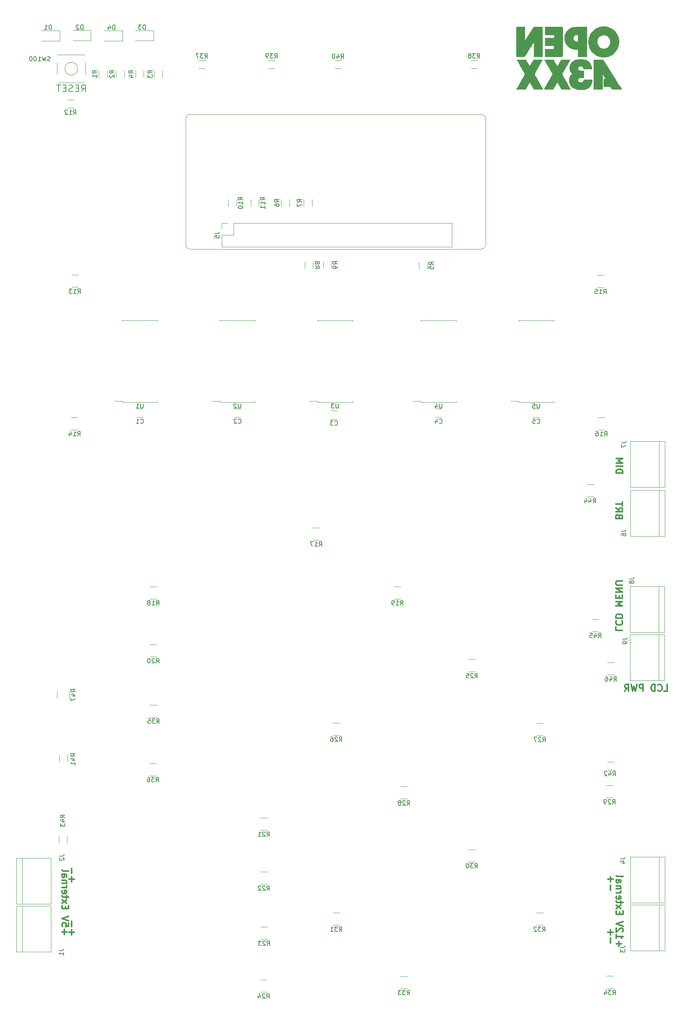
<source format=gbo>
G04 #@! TF.GenerationSoftware,KiCad,Pcbnew,(5.1.10)-1*
G04 #@! TF.CreationDate,2022-01-05T11:35:52+00:00*
G04 #@! TF.ProjectId,opena3xx-mcdu,6f70656e-6133-4787-982d-6d6364752e6b,0.1*
G04 #@! TF.SameCoordinates,Original*
G04 #@! TF.FileFunction,Legend,Bot*
G04 #@! TF.FilePolarity,Positive*
%FSLAX46Y46*%
G04 Gerber Fmt 4.6, Leading zero omitted, Abs format (unit mm)*
G04 Created by KiCad (PCBNEW (5.1.10)-1) date 2022-01-05 11:35:52*
%MOMM*%
%LPD*%
G01*
G04 APERTURE LIST*
%ADD10C,0.300000*%
%ADD11C,0.200000*%
%ADD12C,0.120000*%
%ADD13C,0.010000*%
%ADD14C,0.150000*%
%ADD15C,3.000000*%
%ADD16R,3.000000X3.000000*%
%ADD17R,1.524000X1.524000*%
%ADD18C,1.700000*%
%ADD19O,1.700000X1.700000*%
%ADD20R,1.700000X1.700000*%
G04 APERTURE END LIST*
D10*
X177100845Y-172494331D02*
X177815131Y-172494331D01*
X177815131Y-170994331D01*
X175743702Y-172351474D02*
X175815131Y-172422902D01*
X176029417Y-172494331D01*
X176172274Y-172494331D01*
X176386560Y-172422902D01*
X176529417Y-172280045D01*
X176600845Y-172137188D01*
X176672274Y-171851474D01*
X176672274Y-171637188D01*
X176600845Y-171351474D01*
X176529417Y-171208617D01*
X176386560Y-171065760D01*
X176172274Y-170994331D01*
X176029417Y-170994331D01*
X175815131Y-171065760D01*
X175743702Y-171137188D01*
X175100845Y-172494331D02*
X175100845Y-170994331D01*
X174743702Y-170994331D01*
X174529417Y-171065760D01*
X174386560Y-171208617D01*
X174315131Y-171351474D01*
X174243702Y-171637188D01*
X174243702Y-171851474D01*
X174315131Y-172137188D01*
X174386560Y-172280045D01*
X174529417Y-172422902D01*
X174743702Y-172494331D01*
X175100845Y-172494331D01*
X172457988Y-172494331D02*
X172457988Y-170994331D01*
X171886560Y-170994331D01*
X171743702Y-171065760D01*
X171672274Y-171137188D01*
X171600845Y-171280045D01*
X171600845Y-171494331D01*
X171672274Y-171637188D01*
X171743702Y-171708617D01*
X171886560Y-171780045D01*
X172457988Y-171780045D01*
X171100845Y-170994331D02*
X170743702Y-172494331D01*
X170457988Y-171422902D01*
X170172274Y-172494331D01*
X169815131Y-170994331D01*
X168386560Y-172494331D02*
X168886560Y-171780045D01*
X169243702Y-172494331D02*
X169243702Y-170994331D01*
X168672274Y-170994331D01*
X168529417Y-171065760D01*
X168457988Y-171137188D01*
X168386560Y-171280045D01*
X168386560Y-171494331D01*
X168457988Y-171637188D01*
X168529417Y-171708617D01*
X168672274Y-171780045D01*
X169243702Y-171780045D01*
D11*
X48304971Y-39845371D02*
X48804971Y-39131085D01*
X49162114Y-39845371D02*
X49162114Y-38345371D01*
X48590685Y-38345371D01*
X48447828Y-38416800D01*
X48376400Y-38488228D01*
X48304971Y-38631085D01*
X48304971Y-38845371D01*
X48376400Y-38988228D01*
X48447828Y-39059657D01*
X48590685Y-39131085D01*
X49162114Y-39131085D01*
X47662114Y-39059657D02*
X47162114Y-39059657D01*
X46947828Y-39845371D02*
X47662114Y-39845371D01*
X47662114Y-38345371D01*
X46947828Y-38345371D01*
X46376400Y-39773942D02*
X46162114Y-39845371D01*
X45804971Y-39845371D01*
X45662114Y-39773942D01*
X45590685Y-39702514D01*
X45519257Y-39559657D01*
X45519257Y-39416800D01*
X45590685Y-39273942D01*
X45662114Y-39202514D01*
X45804971Y-39131085D01*
X46090685Y-39059657D01*
X46233542Y-38988228D01*
X46304971Y-38916800D01*
X46376400Y-38773942D01*
X46376400Y-38631085D01*
X46304971Y-38488228D01*
X46233542Y-38416800D01*
X46090685Y-38345371D01*
X45733542Y-38345371D01*
X45519257Y-38416800D01*
X44876400Y-39059657D02*
X44376400Y-39059657D01*
X44162114Y-39845371D02*
X44876400Y-39845371D01*
X44876400Y-38345371D01*
X44162114Y-38345371D01*
X43733542Y-38345371D02*
X42876400Y-38345371D01*
X43304971Y-39845371D02*
X43304971Y-38345371D01*
D10*
X46146257Y-226381342D02*
X46146257Y-225238485D01*
X45574828Y-225809914D02*
X46717685Y-225809914D01*
X46146257Y-224524200D02*
X46146257Y-223381342D01*
X46146257Y-214667057D02*
X46146257Y-213524200D01*
X45574828Y-214095628D02*
X46717685Y-214095628D01*
X46146257Y-212809914D02*
X46146257Y-211667057D01*
X44571457Y-226324228D02*
X44571457Y-225181371D01*
X44000028Y-225752800D02*
X45142885Y-225752800D01*
X45500028Y-223752800D02*
X45500028Y-224467085D01*
X44785742Y-224538514D01*
X44857171Y-224467085D01*
X44928600Y-224324228D01*
X44928600Y-223967085D01*
X44857171Y-223824228D01*
X44785742Y-223752800D01*
X44642885Y-223681371D01*
X44285742Y-223681371D01*
X44142885Y-223752800D01*
X44071457Y-223824228D01*
X44000028Y-223967085D01*
X44000028Y-224324228D01*
X44071457Y-224467085D01*
X44142885Y-224538514D01*
X45500028Y-223252800D02*
X44000028Y-222752800D01*
X45500028Y-222252800D01*
X44785742Y-220609942D02*
X44785742Y-220109942D01*
X44000028Y-219895657D02*
X44000028Y-220609942D01*
X45500028Y-220609942D01*
X45500028Y-219895657D01*
X44000028Y-219395657D02*
X45000028Y-218609942D01*
X45000028Y-219395657D02*
X44000028Y-218609942D01*
X45000028Y-218252800D02*
X45000028Y-217681371D01*
X45500028Y-218038514D02*
X44214314Y-218038514D01*
X44071457Y-217967085D01*
X44000028Y-217824228D01*
X44000028Y-217681371D01*
X44071457Y-216609942D02*
X44000028Y-216752800D01*
X44000028Y-217038514D01*
X44071457Y-217181371D01*
X44214314Y-217252800D01*
X44785742Y-217252800D01*
X44928600Y-217181371D01*
X45000028Y-217038514D01*
X45000028Y-216752800D01*
X44928600Y-216609942D01*
X44785742Y-216538514D01*
X44642885Y-216538514D01*
X44500028Y-217252800D01*
X44000028Y-215895657D02*
X45000028Y-215895657D01*
X44714314Y-215895657D02*
X44857171Y-215824228D01*
X44928600Y-215752800D01*
X45000028Y-215609942D01*
X45000028Y-215467085D01*
X45000028Y-214967085D02*
X44000028Y-214967085D01*
X44857171Y-214967085D02*
X44928600Y-214895657D01*
X45000028Y-214752800D01*
X45000028Y-214538514D01*
X44928600Y-214395657D01*
X44785742Y-214324228D01*
X44000028Y-214324228D01*
X44000028Y-212967085D02*
X44785742Y-212967085D01*
X44928600Y-213038514D01*
X45000028Y-213181371D01*
X45000028Y-213467085D01*
X44928600Y-213609942D01*
X44071457Y-212967085D02*
X44000028Y-213109942D01*
X44000028Y-213467085D01*
X44071457Y-213609942D01*
X44214314Y-213681371D01*
X44357171Y-213681371D01*
X44500028Y-213609942D01*
X44571457Y-213467085D01*
X44571457Y-213109942D01*
X44642885Y-212967085D01*
X44000028Y-212038514D02*
X44071457Y-212181371D01*
X44214314Y-212252800D01*
X45500028Y-212252800D01*
X165257942Y-213521257D02*
X165257942Y-214664114D01*
X165829371Y-214092685D02*
X164686514Y-214092685D01*
X165257942Y-215378400D02*
X165257942Y-216521257D01*
X165257942Y-225235542D02*
X165257942Y-226378400D01*
X165829371Y-225806971D02*
X164686514Y-225806971D01*
X165257942Y-227092685D02*
X165257942Y-228235542D01*
X167126457Y-228968914D02*
X167126457Y-227826057D01*
X166555028Y-228397485D02*
X167697885Y-228397485D01*
X166555028Y-226326057D02*
X166555028Y-227183200D01*
X166555028Y-226754628D02*
X168055028Y-226754628D01*
X167840742Y-226897485D01*
X167697885Y-227040342D01*
X167626457Y-227183200D01*
X167912171Y-225754628D02*
X167983600Y-225683200D01*
X168055028Y-225540342D01*
X168055028Y-225183200D01*
X167983600Y-225040342D01*
X167912171Y-224968914D01*
X167769314Y-224897485D01*
X167626457Y-224897485D01*
X167412171Y-224968914D01*
X166555028Y-225826057D01*
X166555028Y-224897485D01*
X168055028Y-224468914D02*
X166555028Y-223968914D01*
X168055028Y-223468914D01*
X167340742Y-221826057D02*
X167340742Y-221326057D01*
X166555028Y-221111771D02*
X166555028Y-221826057D01*
X168055028Y-221826057D01*
X168055028Y-221111771D01*
X166555028Y-220611771D02*
X167555028Y-219826057D01*
X167555028Y-220611771D02*
X166555028Y-219826057D01*
X167555028Y-219468914D02*
X167555028Y-218897485D01*
X168055028Y-219254628D02*
X166769314Y-219254628D01*
X166626457Y-219183200D01*
X166555028Y-219040342D01*
X166555028Y-218897485D01*
X166626457Y-217826057D02*
X166555028Y-217968914D01*
X166555028Y-218254628D01*
X166626457Y-218397485D01*
X166769314Y-218468914D01*
X167340742Y-218468914D01*
X167483600Y-218397485D01*
X167555028Y-218254628D01*
X167555028Y-217968914D01*
X167483600Y-217826057D01*
X167340742Y-217754628D01*
X167197885Y-217754628D01*
X167055028Y-218468914D01*
X166555028Y-217111771D02*
X167555028Y-217111771D01*
X167269314Y-217111771D02*
X167412171Y-217040342D01*
X167483600Y-216968914D01*
X167555028Y-216826057D01*
X167555028Y-216683200D01*
X167555028Y-216183200D02*
X166555028Y-216183200D01*
X167412171Y-216183200D02*
X167483600Y-216111771D01*
X167555028Y-215968914D01*
X167555028Y-215754628D01*
X167483600Y-215611771D01*
X167340742Y-215540342D01*
X166555028Y-215540342D01*
X166555028Y-214183200D02*
X167340742Y-214183200D01*
X167483600Y-214254628D01*
X167555028Y-214397485D01*
X167555028Y-214683200D01*
X167483600Y-214826057D01*
X166626457Y-214183200D02*
X166555028Y-214326057D01*
X166555028Y-214683200D01*
X166626457Y-214826057D01*
X166769314Y-214897485D01*
X166912171Y-214897485D01*
X167055028Y-214826057D01*
X167126457Y-214683200D01*
X167126457Y-214326057D01*
X167197885Y-214183200D01*
X166555028Y-213254628D02*
X166626457Y-213397485D01*
X166769314Y-213468914D01*
X168055028Y-213468914D01*
X166428028Y-158282685D02*
X166428028Y-158996971D01*
X167928028Y-158996971D01*
X166570885Y-156925542D02*
X166499457Y-156996971D01*
X166428028Y-157211257D01*
X166428028Y-157354114D01*
X166499457Y-157568400D01*
X166642314Y-157711257D01*
X166785171Y-157782685D01*
X167070885Y-157854114D01*
X167285171Y-157854114D01*
X167570885Y-157782685D01*
X167713742Y-157711257D01*
X167856600Y-157568400D01*
X167928028Y-157354114D01*
X167928028Y-157211257D01*
X167856600Y-156996971D01*
X167785171Y-156925542D01*
X166428028Y-156282685D02*
X167928028Y-156282685D01*
X167928028Y-155925542D01*
X167856600Y-155711257D01*
X167713742Y-155568400D01*
X167570885Y-155496971D01*
X167285171Y-155425542D01*
X167070885Y-155425542D01*
X166785171Y-155496971D01*
X166642314Y-155568400D01*
X166499457Y-155711257D01*
X166428028Y-155925542D01*
X166428028Y-156282685D01*
X166428028Y-153639828D02*
X167928028Y-153639828D01*
X166856600Y-153139828D01*
X167928028Y-152639828D01*
X166428028Y-152639828D01*
X167213742Y-151925542D02*
X167213742Y-151425542D01*
X166428028Y-151211257D02*
X166428028Y-151925542D01*
X167928028Y-151925542D01*
X167928028Y-151211257D01*
X166428028Y-150568400D02*
X167928028Y-150568400D01*
X166428028Y-149711257D01*
X167928028Y-149711257D01*
X167928028Y-148996971D02*
X166713742Y-148996971D01*
X166570885Y-148925542D01*
X166499457Y-148854114D01*
X166428028Y-148711257D01*
X166428028Y-148425542D01*
X166499457Y-148282685D01*
X166570885Y-148211257D01*
X166713742Y-148139828D01*
X167928028Y-148139828D01*
X167213742Y-133802285D02*
X167142314Y-133588000D01*
X167070885Y-133516571D01*
X166928028Y-133445142D01*
X166713742Y-133445142D01*
X166570885Y-133516571D01*
X166499457Y-133588000D01*
X166428028Y-133730857D01*
X166428028Y-134302285D01*
X167928028Y-134302285D01*
X167928028Y-133802285D01*
X167856600Y-133659428D01*
X167785171Y-133588000D01*
X167642314Y-133516571D01*
X167499457Y-133516571D01*
X167356600Y-133588000D01*
X167285171Y-133659428D01*
X167213742Y-133802285D01*
X167213742Y-134302285D01*
X166428028Y-131945142D02*
X167142314Y-132445142D01*
X166428028Y-132802285D02*
X167928028Y-132802285D01*
X167928028Y-132230857D01*
X167856600Y-132088000D01*
X167785171Y-132016571D01*
X167642314Y-131945142D01*
X167428028Y-131945142D01*
X167285171Y-132016571D01*
X167213742Y-132088000D01*
X167142314Y-132230857D01*
X167142314Y-132802285D01*
X167928028Y-131516571D02*
X167928028Y-130659428D01*
X166428028Y-131088000D02*
X167928028Y-131088000D01*
X166504228Y-124238342D02*
X168004228Y-124238342D01*
X168004228Y-123881200D01*
X167932800Y-123666914D01*
X167789942Y-123524057D01*
X167647085Y-123452628D01*
X167361371Y-123381200D01*
X167147085Y-123381200D01*
X166861371Y-123452628D01*
X166718514Y-123524057D01*
X166575657Y-123666914D01*
X166504228Y-123881200D01*
X166504228Y-124238342D01*
X166504228Y-122738342D02*
X168004228Y-122738342D01*
X166504228Y-122024057D02*
X168004228Y-122024057D01*
X166932800Y-121524057D01*
X168004228Y-121024057D01*
X166504228Y-121024057D01*
D12*
X71348600Y-45910500D02*
G75*
G02*
X72364600Y-44894500I1016000J0D01*
G01*
X136690100Y-44894500D02*
G75*
G02*
X137706100Y-45910500I0J-1016000D01*
G01*
X72364600Y-74676000D02*
G75*
G02*
X71348600Y-73660000I0J1016000D01*
G01*
X137706100Y-73660000D02*
G75*
G02*
X136690100Y-74676000I-1016000J0D01*
G01*
X137706100Y-45910500D02*
X137706100Y-73660000D01*
X72364600Y-44894500D02*
X136690100Y-44894500D01*
X71348600Y-73660000D02*
X71348600Y-45910500D01*
X136690100Y-74676000D02*
X72364600Y-74676000D01*
X45632280Y-174023457D02*
X45632280Y-172575983D01*
X42922280Y-174023457D02*
X42922280Y-172575983D01*
X164632803Y-168875620D02*
X166080277Y-168875620D01*
X164632803Y-166165620D02*
X166080277Y-166165620D01*
X161211423Y-159259180D02*
X162658897Y-159259180D01*
X161211423Y-156549180D02*
X162658897Y-156549180D01*
X177317400Y-219732460D02*
X177317400Y-229892460D01*
X169697400Y-219732460D02*
X177317400Y-219732460D01*
X169697400Y-229892460D02*
X169697400Y-219732460D01*
X177317400Y-229892460D02*
X169697400Y-229892460D01*
X176047400Y-229892460D02*
X176047400Y-219732460D01*
D13*
G36*
X148322187Y-25543933D02*
G01*
X148259643Y-25594733D01*
X148247532Y-25605838D01*
X148232541Y-25622255D01*
X148213761Y-25645376D01*
X148190286Y-25676594D01*
X148161208Y-25717302D01*
X148125619Y-25768891D01*
X148082611Y-25832755D01*
X148031278Y-25910285D01*
X147970711Y-26002875D01*
X147900003Y-26111916D01*
X147818247Y-26238801D01*
X147724534Y-26384923D01*
X147617957Y-26551673D01*
X147497609Y-26740445D01*
X147362582Y-26952631D01*
X147211969Y-27189623D01*
X147044861Y-27452813D01*
X146908178Y-27668209D01*
X146312467Y-28607152D01*
X146308144Y-27071165D01*
X146303821Y-25535177D01*
X145376811Y-25539555D01*
X144449800Y-25543933D01*
X144445524Y-28816300D01*
X144441248Y-32088666D01*
X145280034Y-32088666D01*
X145477670Y-32088668D01*
X145644407Y-32088451D01*
X145783211Y-32087686D01*
X145897052Y-32086042D01*
X145988896Y-32083188D01*
X146061711Y-32078795D01*
X146118464Y-32072531D01*
X146162123Y-32064066D01*
X146195654Y-32053070D01*
X146222026Y-32039212D01*
X146244206Y-32022161D01*
X146265162Y-32001588D01*
X146287860Y-31977161D01*
X146288625Y-31976337D01*
X146306226Y-31952948D01*
X146340621Y-31903006D01*
X146390475Y-31828566D01*
X146454455Y-31731679D01*
X146531225Y-31614401D01*
X146619452Y-31478784D01*
X146717801Y-31326882D01*
X146824938Y-31160749D01*
X146939528Y-30982438D01*
X147060237Y-30794003D01*
X147185730Y-30597497D01*
X147244416Y-30505400D01*
X147372514Y-30304235D01*
X147496871Y-30108949D01*
X147616098Y-29921723D01*
X147728805Y-29744739D01*
X147833605Y-29580176D01*
X147929107Y-29430216D01*
X148013923Y-29297041D01*
X148086664Y-29182831D01*
X148145941Y-29089766D01*
X148190364Y-29020029D01*
X148218546Y-28975799D01*
X148224991Y-28965689D01*
X148310600Y-28831445D01*
X148314918Y-30460056D01*
X148319236Y-32088666D01*
X150198667Y-32088666D01*
X150198667Y-25534635D01*
X148322187Y-25543933D01*
G37*
X148322187Y-25543933D02*
X148259643Y-25594733D01*
X148247532Y-25605838D01*
X148232541Y-25622255D01*
X148213761Y-25645376D01*
X148190286Y-25676594D01*
X148161208Y-25717302D01*
X148125619Y-25768891D01*
X148082611Y-25832755D01*
X148031278Y-25910285D01*
X147970711Y-26002875D01*
X147900003Y-26111916D01*
X147818247Y-26238801D01*
X147724534Y-26384923D01*
X147617957Y-26551673D01*
X147497609Y-26740445D01*
X147362582Y-26952631D01*
X147211969Y-27189623D01*
X147044861Y-27452813D01*
X146908178Y-27668209D01*
X146312467Y-28607152D01*
X146308144Y-27071165D01*
X146303821Y-25535177D01*
X145376811Y-25539555D01*
X144449800Y-25543933D01*
X144445524Y-28816300D01*
X144441248Y-32088666D01*
X145280034Y-32088666D01*
X145477670Y-32088668D01*
X145644407Y-32088451D01*
X145783211Y-32087686D01*
X145897052Y-32086042D01*
X145988896Y-32083188D01*
X146061711Y-32078795D01*
X146118464Y-32072531D01*
X146162123Y-32064066D01*
X146195654Y-32053070D01*
X146222026Y-32039212D01*
X146244206Y-32022161D01*
X146265162Y-32001588D01*
X146287860Y-31977161D01*
X146288625Y-31976337D01*
X146306226Y-31952948D01*
X146340621Y-31903006D01*
X146390475Y-31828566D01*
X146454455Y-31731679D01*
X146531225Y-31614401D01*
X146619452Y-31478784D01*
X146717801Y-31326882D01*
X146824938Y-31160749D01*
X146939528Y-30982438D01*
X147060237Y-30794003D01*
X147185730Y-30597497D01*
X147244416Y-30505400D01*
X147372514Y-30304235D01*
X147496871Y-30108949D01*
X147616098Y-29921723D01*
X147728805Y-29744739D01*
X147833605Y-29580176D01*
X147929107Y-29430216D01*
X148013923Y-29297041D01*
X148086664Y-29182831D01*
X148145941Y-29089766D01*
X148190364Y-29020029D01*
X148218546Y-28975799D01*
X148224991Y-28965689D01*
X148310600Y-28831445D01*
X148314918Y-30460056D01*
X148319236Y-32088666D01*
X150198667Y-32088666D01*
X150198667Y-25534635D01*
X148322187Y-25543933D01*
G36*
X153778171Y-25519149D02*
G01*
X153598091Y-25519655D01*
X153392235Y-25520607D01*
X153158788Y-25521980D01*
X152895932Y-25523748D01*
X152601850Y-25525885D01*
X152457755Y-25526968D01*
X150791333Y-25539593D01*
X150791333Y-27245733D01*
X152789467Y-27245733D01*
X152789467Y-27923066D01*
X150791333Y-27923066D01*
X150791333Y-29650267D01*
X152772533Y-29650267D01*
X152772533Y-30378400D01*
X150791333Y-30378400D01*
X150791333Y-32088666D01*
X152632833Y-32087139D01*
X152898988Y-32086777D01*
X153151905Y-32086154D01*
X153389658Y-32085288D01*
X153610318Y-32084195D01*
X153811955Y-32082893D01*
X153992642Y-32081399D01*
X154150450Y-32079732D01*
X154283450Y-32077907D01*
X154389714Y-32075943D01*
X154467313Y-32073857D01*
X154514318Y-32071666D01*
X154527963Y-32070086D01*
X154591170Y-32035486D01*
X154641983Y-31976595D01*
X154673146Y-31902597D01*
X154677259Y-31881153D01*
X154678301Y-31856911D01*
X154679259Y-31800539D01*
X154680131Y-31713772D01*
X154680914Y-31598345D01*
X154681606Y-31455993D01*
X154682202Y-31288454D01*
X154682700Y-31097461D01*
X154683098Y-30884752D01*
X154683392Y-30652060D01*
X154683579Y-30401123D01*
X154683657Y-30133676D01*
X154683623Y-29851454D01*
X154683473Y-29556193D01*
X154683206Y-29249628D01*
X154682817Y-28933496D01*
X154682518Y-28735867D01*
X154681917Y-28353940D01*
X154681378Y-28004421D01*
X154680860Y-27685853D01*
X154680320Y-27396777D01*
X154679714Y-27135734D01*
X154679002Y-26901268D01*
X154678139Y-26691919D01*
X154677084Y-26506229D01*
X154675793Y-26342740D01*
X154674226Y-26199995D01*
X154672338Y-26076535D01*
X154670088Y-25970901D01*
X154667433Y-25881636D01*
X154664330Y-25807281D01*
X154660737Y-25746378D01*
X154656611Y-25697470D01*
X154651911Y-25659098D01*
X154646592Y-25629803D01*
X154640614Y-25608128D01*
X154633933Y-25592615D01*
X154626507Y-25581805D01*
X154618292Y-25574240D01*
X154609248Y-25568462D01*
X154599331Y-25563013D01*
X154589832Y-25557321D01*
X154577374Y-25550452D01*
X154560938Y-25544339D01*
X154538707Y-25538957D01*
X154508866Y-25534280D01*
X154469597Y-25530283D01*
X154419085Y-25526939D01*
X154355513Y-25524223D01*
X154277064Y-25522108D01*
X154181921Y-25520569D01*
X154068269Y-25519580D01*
X153934291Y-25519115D01*
X153778171Y-25519149D01*
G37*
X153778171Y-25519149D02*
X153598091Y-25519655D01*
X153392235Y-25520607D01*
X153158788Y-25521980D01*
X152895932Y-25523748D01*
X152601850Y-25525885D01*
X152457755Y-25526968D01*
X150791333Y-25539593D01*
X150791333Y-27245733D01*
X152789467Y-27245733D01*
X152789467Y-27923066D01*
X150791333Y-27923066D01*
X150791333Y-29650267D01*
X152772533Y-29650267D01*
X152772533Y-30378400D01*
X150791333Y-30378400D01*
X150791333Y-32088666D01*
X152632833Y-32087139D01*
X152898988Y-32086777D01*
X153151905Y-32086154D01*
X153389658Y-32085288D01*
X153610318Y-32084195D01*
X153811955Y-32082893D01*
X153992642Y-32081399D01*
X154150450Y-32079732D01*
X154283450Y-32077907D01*
X154389714Y-32075943D01*
X154467313Y-32073857D01*
X154514318Y-32071666D01*
X154527963Y-32070086D01*
X154591170Y-32035486D01*
X154641983Y-31976595D01*
X154673146Y-31902597D01*
X154677259Y-31881153D01*
X154678301Y-31856911D01*
X154679259Y-31800539D01*
X154680131Y-31713772D01*
X154680914Y-31598345D01*
X154681606Y-31455993D01*
X154682202Y-31288454D01*
X154682700Y-31097461D01*
X154683098Y-30884752D01*
X154683392Y-30652060D01*
X154683579Y-30401123D01*
X154683657Y-30133676D01*
X154683623Y-29851454D01*
X154683473Y-29556193D01*
X154683206Y-29249628D01*
X154682817Y-28933496D01*
X154682518Y-28735867D01*
X154681917Y-28353940D01*
X154681378Y-28004421D01*
X154680860Y-27685853D01*
X154680320Y-27396777D01*
X154679714Y-27135734D01*
X154679002Y-26901268D01*
X154678139Y-26691919D01*
X154677084Y-26506229D01*
X154675793Y-26342740D01*
X154674226Y-26199995D01*
X154672338Y-26076535D01*
X154670088Y-25970901D01*
X154667433Y-25881636D01*
X154664330Y-25807281D01*
X154660737Y-25746378D01*
X154656611Y-25697470D01*
X154651911Y-25659098D01*
X154646592Y-25629803D01*
X154640614Y-25608128D01*
X154633933Y-25592615D01*
X154626507Y-25581805D01*
X154618292Y-25574240D01*
X154609248Y-25568462D01*
X154599331Y-25563013D01*
X154589832Y-25557321D01*
X154577374Y-25550452D01*
X154560938Y-25544339D01*
X154538707Y-25538957D01*
X154508866Y-25534280D01*
X154469597Y-25530283D01*
X154419085Y-25526939D01*
X154355513Y-25524223D01*
X154277064Y-25522108D01*
X154181921Y-25520569D01*
X154068269Y-25519580D01*
X153934291Y-25519115D01*
X153778171Y-25519149D01*
G36*
X159041194Y-25519707D02*
G01*
X158859109Y-25520728D01*
X158672310Y-25522248D01*
X158484033Y-25524235D01*
X158297518Y-25526659D01*
X158116002Y-25529488D01*
X157942723Y-25532691D01*
X157780920Y-25536235D01*
X157633831Y-25540091D01*
X157504693Y-25544227D01*
X157396745Y-25548611D01*
X157313226Y-25553212D01*
X157257372Y-25558000D01*
X157247650Y-25559290D01*
X156947852Y-25619736D01*
X156665912Y-25707669D01*
X156403005Y-25821978D01*
X156160308Y-25961552D01*
X155938996Y-26125280D01*
X155740247Y-26312051D01*
X155565236Y-26520754D01*
X155415139Y-26750278D01*
X155291133Y-26999511D01*
X155194393Y-27267344D01*
X155126097Y-27552664D01*
X155123780Y-27565509D01*
X155103406Y-27715579D01*
X155091290Y-27883315D01*
X155087538Y-28057521D01*
X155092256Y-28227004D01*
X155105548Y-28380568D01*
X155115463Y-28448000D01*
X155180620Y-28728546D01*
X155275565Y-28994564D01*
X155398772Y-29244424D01*
X155548714Y-29476499D01*
X155723867Y-29689158D01*
X155922704Y-29880774D01*
X156143700Y-30049718D01*
X156385327Y-30194361D01*
X156646062Y-30313075D01*
X156924377Y-30404230D01*
X156955908Y-30412481D01*
X157123112Y-30448755D01*
X157317105Y-30478835D01*
X157540546Y-30503097D01*
X157666267Y-30513320D01*
X157762680Y-30520598D01*
X157855069Y-30527934D01*
X157934272Y-30534577D01*
X157991125Y-30539775D01*
X158000700Y-30540753D01*
X158089600Y-30550170D01*
X158089600Y-32088666D01*
X159986133Y-32088666D01*
X159986133Y-27245733D01*
X158089600Y-27245733D01*
X158089600Y-28774470D01*
X157856767Y-28764705D01*
X157762743Y-28759254D01*
X157672968Y-28751370D01*
X157596897Y-28742054D01*
X157543989Y-28732310D01*
X157539267Y-28731053D01*
X157397482Y-28674053D01*
X157272654Y-28589481D01*
X157167875Y-28480658D01*
X157086233Y-28350910D01*
X157030818Y-28203559D01*
X157024244Y-28177066D01*
X157006310Y-28030734D01*
X157017450Y-27884101D01*
X157055281Y-27742402D01*
X157117418Y-27610871D01*
X157201480Y-27494742D01*
X157305082Y-27399249D01*
X157406048Y-27338537D01*
X157493923Y-27306239D01*
X157605773Y-27279213D01*
X157731893Y-27259147D01*
X157862581Y-27247730D01*
X157939418Y-27245733D01*
X158089600Y-27245733D01*
X159986133Y-27245733D01*
X159986133Y-25551562D01*
X159939567Y-25533258D01*
X159911772Y-25529161D01*
X159853358Y-25525812D01*
X159767562Y-25523182D01*
X159657623Y-25521239D01*
X159526779Y-25519951D01*
X159378267Y-25519287D01*
X159215326Y-25519216D01*
X159041194Y-25519707D01*
G37*
X159041194Y-25519707D02*
X158859109Y-25520728D01*
X158672310Y-25522248D01*
X158484033Y-25524235D01*
X158297518Y-25526659D01*
X158116002Y-25529488D01*
X157942723Y-25532691D01*
X157780920Y-25536235D01*
X157633831Y-25540091D01*
X157504693Y-25544227D01*
X157396745Y-25548611D01*
X157313226Y-25553212D01*
X157257372Y-25558000D01*
X157247650Y-25559290D01*
X156947852Y-25619736D01*
X156665912Y-25707669D01*
X156403005Y-25821978D01*
X156160308Y-25961552D01*
X155938996Y-26125280D01*
X155740247Y-26312051D01*
X155565236Y-26520754D01*
X155415139Y-26750278D01*
X155291133Y-26999511D01*
X155194393Y-27267344D01*
X155126097Y-27552664D01*
X155123780Y-27565509D01*
X155103406Y-27715579D01*
X155091290Y-27883315D01*
X155087538Y-28057521D01*
X155092256Y-28227004D01*
X155105548Y-28380568D01*
X155115463Y-28448000D01*
X155180620Y-28728546D01*
X155275565Y-28994564D01*
X155398772Y-29244424D01*
X155548714Y-29476499D01*
X155723867Y-29689158D01*
X155922704Y-29880774D01*
X156143700Y-30049718D01*
X156385327Y-30194361D01*
X156646062Y-30313075D01*
X156924377Y-30404230D01*
X156955908Y-30412481D01*
X157123112Y-30448755D01*
X157317105Y-30478835D01*
X157540546Y-30503097D01*
X157666267Y-30513320D01*
X157762680Y-30520598D01*
X157855069Y-30527934D01*
X157934272Y-30534577D01*
X157991125Y-30539775D01*
X158000700Y-30540753D01*
X158089600Y-30550170D01*
X158089600Y-32088666D01*
X159986133Y-32088666D01*
X159986133Y-27245733D01*
X158089600Y-27245733D01*
X158089600Y-28774470D01*
X157856767Y-28764705D01*
X157762743Y-28759254D01*
X157672968Y-28751370D01*
X157596897Y-28742054D01*
X157543989Y-28732310D01*
X157539267Y-28731053D01*
X157397482Y-28674053D01*
X157272654Y-28589481D01*
X157167875Y-28480658D01*
X157086233Y-28350910D01*
X157030818Y-28203559D01*
X157024244Y-28177066D01*
X157006310Y-28030734D01*
X157017450Y-27884101D01*
X157055281Y-27742402D01*
X157117418Y-27610871D01*
X157201480Y-27494742D01*
X157305082Y-27399249D01*
X157406048Y-27338537D01*
X157493923Y-27306239D01*
X157605773Y-27279213D01*
X157731893Y-27259147D01*
X157862581Y-27247730D01*
X157939418Y-27245733D01*
X158089600Y-27245733D01*
X159986133Y-27245733D01*
X159986133Y-25551562D01*
X159939567Y-25533258D01*
X159911772Y-25529161D01*
X159853358Y-25525812D01*
X159767562Y-25523182D01*
X159657623Y-25521239D01*
X159526779Y-25519951D01*
X159378267Y-25519287D01*
X159215326Y-25519216D01*
X159041194Y-25519707D01*
G36*
X163389308Y-25456327D02*
G01*
X163066606Y-25506769D01*
X162751511Y-25587384D01*
X162446294Y-25697370D01*
X162153228Y-25835923D01*
X161874584Y-26002240D01*
X161612635Y-26195519D01*
X161369652Y-26414957D01*
X161175395Y-26626592D01*
X160974388Y-26891429D01*
X160801907Y-27172056D01*
X160658256Y-27466010D01*
X160543737Y-27770829D01*
X160458653Y-28084049D01*
X160403307Y-28403208D01*
X160378001Y-28725842D01*
X160383037Y-29049489D01*
X160418719Y-29371686D01*
X160485349Y-29689970D01*
X160583230Y-30001878D01*
X160712665Y-30304948D01*
X160721234Y-30322380D01*
X160886908Y-30619998D01*
X161077387Y-30895271D01*
X161291172Y-31147184D01*
X161526763Y-31374722D01*
X161782660Y-31576870D01*
X162057364Y-31752613D01*
X162349374Y-31900937D01*
X162657192Y-32020826D01*
X162979317Y-32111265D01*
X163314249Y-32171240D01*
X163479556Y-32188946D01*
X163592554Y-32197646D01*
X163685424Y-32202389D01*
X163771652Y-32203356D01*
X163864722Y-32200725D01*
X163965467Y-32195432D01*
X164274492Y-32161622D01*
X164584927Y-32097735D01*
X164889997Y-32005823D01*
X165182931Y-31887937D01*
X165456955Y-31746130D01*
X165466113Y-31740763D01*
X165741601Y-31559428D01*
X165996860Y-31352460D01*
X166230127Y-31122193D01*
X166439638Y-30870961D01*
X166623632Y-30601096D01*
X166780345Y-30314932D01*
X166908015Y-30014804D01*
X167004623Y-29704049D01*
X167041919Y-29548053D01*
X167069506Y-29406224D01*
X167088943Y-29267039D01*
X167101789Y-29118974D01*
X167109603Y-28950507D01*
X167110464Y-28921821D01*
X167110877Y-28722699D01*
X165190939Y-28722699D01*
X165188687Y-28945455D01*
X165158577Y-29165241D01*
X165100874Y-29377323D01*
X165015841Y-29576970D01*
X164936980Y-29711661D01*
X164803700Y-29883016D01*
X164649247Y-30029822D01*
X164476876Y-30150823D01*
X164289842Y-30244761D01*
X164091401Y-30310377D01*
X163884809Y-30346414D01*
X163673322Y-30351614D01*
X163460195Y-30324719D01*
X163391172Y-30308871D01*
X163194942Y-30242442D01*
X163012989Y-30146680D01*
X162843135Y-30020288D01*
X162735591Y-29918416D01*
X162615840Y-29780824D01*
X162518230Y-29636179D01*
X162437962Y-29476120D01*
X162370240Y-29292288D01*
X162363041Y-29269252D01*
X162345840Y-29211079D01*
X162333447Y-29160782D01*
X162325085Y-29110897D01*
X162319977Y-29053955D01*
X162317346Y-28982490D01*
X162316414Y-28889035D01*
X162316347Y-28820533D01*
X162317008Y-28705253D01*
X162319279Y-28616372D01*
X162323804Y-28546436D01*
X162331232Y-28487992D01*
X162342206Y-28433585D01*
X162353760Y-28388733D01*
X162428799Y-28174479D01*
X162529983Y-27979108D01*
X162655423Y-27804533D01*
X162803230Y-27652666D01*
X162971514Y-27525419D01*
X163158386Y-27424706D01*
X163361957Y-27352438D01*
X163382827Y-27346934D01*
X163598884Y-27308073D01*
X163812847Y-27301148D01*
X164021747Y-27324827D01*
X164222613Y-27377782D01*
X164412475Y-27458680D01*
X164588363Y-27566192D01*
X164747308Y-27698986D01*
X164886339Y-27855733D01*
X165002485Y-28035101D01*
X165027902Y-28083933D01*
X165110810Y-28287205D01*
X165165068Y-28501705D01*
X165190939Y-28722699D01*
X167110877Y-28722699D01*
X167110986Y-28670558D01*
X167096857Y-28439590D01*
X167066984Y-28218176D01*
X167020274Y-27995577D01*
X167013478Y-27968243D01*
X166915391Y-27646881D01*
X166788219Y-27341179D01*
X166633556Y-27052635D01*
X166452997Y-26782746D01*
X166248137Y-26533014D01*
X166020571Y-26304934D01*
X165771894Y-26100008D01*
X165503701Y-25919732D01*
X165217587Y-25765606D01*
X164915147Y-25639129D01*
X164597976Y-25541799D01*
X164380333Y-25494068D01*
X164048444Y-25449173D01*
X163717345Y-25436861D01*
X163389308Y-25456327D01*
G37*
X163389308Y-25456327D02*
X163066606Y-25506769D01*
X162751511Y-25587384D01*
X162446294Y-25697370D01*
X162153228Y-25835923D01*
X161874584Y-26002240D01*
X161612635Y-26195519D01*
X161369652Y-26414957D01*
X161175395Y-26626592D01*
X160974388Y-26891429D01*
X160801907Y-27172056D01*
X160658256Y-27466010D01*
X160543737Y-27770829D01*
X160458653Y-28084049D01*
X160403307Y-28403208D01*
X160378001Y-28725842D01*
X160383037Y-29049489D01*
X160418719Y-29371686D01*
X160485349Y-29689970D01*
X160583230Y-30001878D01*
X160712665Y-30304948D01*
X160721234Y-30322380D01*
X160886908Y-30619998D01*
X161077387Y-30895271D01*
X161291172Y-31147184D01*
X161526763Y-31374722D01*
X161782660Y-31576870D01*
X162057364Y-31752613D01*
X162349374Y-31900937D01*
X162657192Y-32020826D01*
X162979317Y-32111265D01*
X163314249Y-32171240D01*
X163479556Y-32188946D01*
X163592554Y-32197646D01*
X163685424Y-32202389D01*
X163771652Y-32203356D01*
X163864722Y-32200725D01*
X163965467Y-32195432D01*
X164274492Y-32161622D01*
X164584927Y-32097735D01*
X164889997Y-32005823D01*
X165182931Y-31887937D01*
X165456955Y-31746130D01*
X165466113Y-31740763D01*
X165741601Y-31559428D01*
X165996860Y-31352460D01*
X166230127Y-31122193D01*
X166439638Y-30870961D01*
X166623632Y-30601096D01*
X166780345Y-30314932D01*
X166908015Y-30014804D01*
X167004623Y-29704049D01*
X167041919Y-29548053D01*
X167069506Y-29406224D01*
X167088943Y-29267039D01*
X167101789Y-29118974D01*
X167109603Y-28950507D01*
X167110464Y-28921821D01*
X167110877Y-28722699D01*
X165190939Y-28722699D01*
X165188687Y-28945455D01*
X165158577Y-29165241D01*
X165100874Y-29377323D01*
X165015841Y-29576970D01*
X164936980Y-29711661D01*
X164803700Y-29883016D01*
X164649247Y-30029822D01*
X164476876Y-30150823D01*
X164289842Y-30244761D01*
X164091401Y-30310377D01*
X163884809Y-30346414D01*
X163673322Y-30351614D01*
X163460195Y-30324719D01*
X163391172Y-30308871D01*
X163194942Y-30242442D01*
X163012989Y-30146680D01*
X162843135Y-30020288D01*
X162735591Y-29918416D01*
X162615840Y-29780824D01*
X162518230Y-29636179D01*
X162437962Y-29476120D01*
X162370240Y-29292288D01*
X162363041Y-29269252D01*
X162345840Y-29211079D01*
X162333447Y-29160782D01*
X162325085Y-29110897D01*
X162319977Y-29053955D01*
X162317346Y-28982490D01*
X162316414Y-28889035D01*
X162316347Y-28820533D01*
X162317008Y-28705253D01*
X162319279Y-28616372D01*
X162323804Y-28546436D01*
X162331232Y-28487992D01*
X162342206Y-28433585D01*
X162353760Y-28388733D01*
X162428799Y-28174479D01*
X162529983Y-27979108D01*
X162655423Y-27804533D01*
X162803230Y-27652666D01*
X162971514Y-27525419D01*
X163158386Y-27424706D01*
X163361957Y-27352438D01*
X163382827Y-27346934D01*
X163598884Y-27308073D01*
X163812847Y-27301148D01*
X164021747Y-27324827D01*
X164222613Y-27377782D01*
X164412475Y-27458680D01*
X164588363Y-27566192D01*
X164747308Y-27698986D01*
X164886339Y-27855733D01*
X165002485Y-28035101D01*
X165027902Y-28083933D01*
X165110810Y-28287205D01*
X165165068Y-28501705D01*
X165190939Y-28722699D01*
X167110877Y-28722699D01*
X167110986Y-28670558D01*
X167096857Y-28439590D01*
X167066984Y-28218176D01*
X167020274Y-27995577D01*
X167013478Y-27968243D01*
X166915391Y-27646881D01*
X166788219Y-27341179D01*
X166633556Y-27052635D01*
X166452997Y-26782746D01*
X166248137Y-26533014D01*
X166020571Y-26304934D01*
X165771894Y-26100008D01*
X165503701Y-25919732D01*
X165217587Y-25765606D01*
X164915147Y-25639129D01*
X164597976Y-25541799D01*
X164380333Y-25494068D01*
X164048444Y-25449173D01*
X163717345Y-25436861D01*
X163389308Y-25456327D01*
G36*
X145258218Y-32749254D02*
G01*
X145088101Y-32749620D01*
X144946962Y-32750322D01*
X144832356Y-32751423D01*
X144741838Y-32752987D01*
X144672963Y-32755077D01*
X144623288Y-32757755D01*
X144590367Y-32761084D01*
X144571756Y-32765128D01*
X144565012Y-32769950D01*
X144565137Y-32772244D01*
X144574659Y-32790213D01*
X144599631Y-32835440D01*
X144638809Y-32905715D01*
X144690952Y-32998829D01*
X144754816Y-33112572D01*
X144829160Y-33244734D01*
X144912741Y-33393107D01*
X145004316Y-33555479D01*
X145102642Y-33729642D01*
X145206478Y-33913386D01*
X145272169Y-34029544D01*
X145383350Y-34226089D01*
X145493156Y-34420219D01*
X145599950Y-34609038D01*
X145702097Y-34789653D01*
X145797958Y-34959168D01*
X145885896Y-35114687D01*
X145964276Y-35253317D01*
X146031459Y-35372162D01*
X146085808Y-35468328D01*
X146125688Y-35538918D01*
X146135864Y-35556940D01*
X146187829Y-35651205D01*
X146234236Y-35739571D01*
X146272258Y-35816313D01*
X146299064Y-35875707D01*
X146311828Y-35912030D01*
X146312148Y-35913713D01*
X146312558Y-35986448D01*
X146298934Y-36046703D01*
X146286826Y-36072462D01*
X146259309Y-36125177D01*
X146217747Y-36202382D01*
X146163508Y-36301612D01*
X146097955Y-36420402D01*
X146022454Y-36556286D01*
X145938371Y-36706799D01*
X145847072Y-36869477D01*
X145749920Y-37041854D01*
X145648283Y-37221465D01*
X145647754Y-37222397D01*
X145537658Y-37416608D01*
X145425545Y-37614459D01*
X145313608Y-37812078D01*
X145204035Y-38005596D01*
X145099017Y-38191142D01*
X145000745Y-38364847D01*
X144911408Y-38522840D01*
X144833196Y-38661250D01*
X144768301Y-38776209D01*
X144739024Y-38828133D01*
X144457532Y-39327666D01*
X145300333Y-39332773D01*
X145517786Y-39333948D01*
X145704047Y-39334554D01*
X145861788Y-39334467D01*
X145993680Y-39333563D01*
X146102395Y-39331716D01*
X146190605Y-39328802D01*
X146260982Y-39324697D01*
X146316197Y-39319276D01*
X146358921Y-39312415D01*
X146391828Y-39303988D01*
X146417587Y-39293871D01*
X146438872Y-39281941D01*
X146442546Y-39279516D01*
X146457036Y-39269329D01*
X146471021Y-39257727D01*
X146485940Y-39242363D01*
X146503234Y-39220893D01*
X146524344Y-39190972D01*
X146550712Y-39150256D01*
X146583779Y-39096399D01*
X146624984Y-39027057D01*
X146675770Y-38939885D01*
X146737577Y-38832538D01*
X146811846Y-38702671D01*
X146900018Y-38547940D01*
X146998628Y-38374625D01*
X147091730Y-38211438D01*
X147169737Y-38075902D01*
X147233895Y-37966004D01*
X147285449Y-37879731D01*
X147325646Y-37815071D01*
X147355732Y-37770011D01*
X147376951Y-37742538D01*
X147390551Y-37730640D01*
X147396952Y-37731159D01*
X147409140Y-37749911D01*
X147436251Y-37795154D01*
X147476553Y-37863889D01*
X147528312Y-37953118D01*
X147589797Y-38059845D01*
X147659273Y-38181071D01*
X147735010Y-38313799D01*
X147810794Y-38447133D01*
X147891581Y-38589352D01*
X147968304Y-38724061D01*
X148039138Y-38848080D01*
X148102255Y-38958228D01*
X148155831Y-39051322D01*
X148198037Y-39124182D01*
X148227048Y-39173625D01*
X148240405Y-39195531D01*
X148278575Y-39238736D01*
X148329527Y-39279555D01*
X148344176Y-39288664D01*
X148412200Y-39327666D01*
X149358352Y-39332698D01*
X149561449Y-39333729D01*
X149733245Y-39334443D01*
X149876303Y-39334772D01*
X149993187Y-39334651D01*
X150086461Y-39334015D01*
X150158689Y-39332796D01*
X150212435Y-39330930D01*
X150250263Y-39328350D01*
X150274737Y-39324990D01*
X150288420Y-39320785D01*
X150293878Y-39315667D01*
X150293673Y-39309571D01*
X150293337Y-39308632D01*
X150282937Y-39288430D01*
X150257065Y-39241008D01*
X150216973Y-39168590D01*
X150163917Y-39073402D01*
X150099153Y-38957670D01*
X150023933Y-38823620D01*
X149939515Y-38673477D01*
X149847151Y-38509467D01*
X149748096Y-38333815D01*
X149643607Y-38148748D01*
X149534936Y-37956491D01*
X149423340Y-37759270D01*
X149310072Y-37559310D01*
X149196388Y-37358837D01*
X149083542Y-37160077D01*
X148972789Y-36965256D01*
X148915087Y-36863867D01*
X148815267Y-36688388D01*
X148730987Y-36539712D01*
X148660939Y-36415261D01*
X148603814Y-36312460D01*
X148558304Y-36228732D01*
X148523101Y-36161500D01*
X148496897Y-36108189D01*
X148478383Y-36066222D01*
X148466252Y-36033023D01*
X148459195Y-36006015D01*
X148455903Y-35982622D01*
X148455069Y-35960267D01*
X148455071Y-35957933D01*
X148455585Y-35935991D01*
X148457895Y-35914296D01*
X148463363Y-35890147D01*
X148473352Y-35860841D01*
X148489224Y-35823676D01*
X148512341Y-35775949D01*
X148544067Y-35714957D01*
X148585763Y-35637999D01*
X148638791Y-35542372D01*
X148704515Y-35425373D01*
X148784295Y-35284300D01*
X148877633Y-35119733D01*
X148958946Y-34976351D01*
X149053534Y-34809389D01*
X149158047Y-34624771D01*
X149269133Y-34428424D01*
X149383442Y-34226270D01*
X149497623Y-34024235D01*
X149608324Y-33828244D01*
X149712196Y-33644220D01*
X149720444Y-33629600D01*
X149808604Y-33473345D01*
X149891824Y-33325856D01*
X149968612Y-33189780D01*
X150037473Y-33067764D01*
X150096914Y-32962455D01*
X150145439Y-32876499D01*
X150181556Y-32812544D01*
X150203771Y-32773237D01*
X150210583Y-32761221D01*
X150195609Y-32758850D01*
X150149769Y-32756782D01*
X150076062Y-32755044D01*
X149977487Y-32753662D01*
X149857043Y-32752665D01*
X149717729Y-32752078D01*
X149562546Y-32751930D01*
X149394491Y-32752246D01*
X149271649Y-32752755D01*
X148325024Y-32757533D01*
X148258546Y-32801777D01*
X148243422Y-32811783D01*
X148229881Y-32821552D01*
X148216443Y-32833466D01*
X148201633Y-32849909D01*
X148183972Y-32873265D01*
X148161984Y-32905917D01*
X148134191Y-32950248D01*
X148099116Y-33008642D01*
X148055282Y-33083481D01*
X148001211Y-33177150D01*
X147935425Y-33292031D01*
X147856449Y-33430509D01*
X147762804Y-33594965D01*
X147716670Y-33675999D01*
X147644854Y-33801387D01*
X147577915Y-33916825D01*
X147517751Y-34019145D01*
X147466260Y-34105186D01*
X147425339Y-34171781D01*
X147396885Y-34215767D01*
X147382796Y-34233979D01*
X147381925Y-34234274D01*
X147368313Y-34217894D01*
X147339383Y-34173481D01*
X147296105Y-34102697D01*
X147239448Y-34007201D01*
X147170383Y-33888654D01*
X147089878Y-33748716D01*
X146998904Y-33589047D01*
X146898431Y-33411309D01*
X146826016Y-33282467D01*
X146763143Y-33172183D01*
X146703128Y-33070316D01*
X146648750Y-32981339D01*
X146602788Y-32909723D01*
X146568022Y-32859941D01*
X146550528Y-32839204D01*
X146499364Y-32800890D01*
X146442595Y-32772056D01*
X146428366Y-32767332D01*
X146393990Y-32762767D01*
X146326473Y-32758838D01*
X146226535Y-32755557D01*
X146094896Y-32752938D01*
X145932276Y-32750994D01*
X145739396Y-32749739D01*
X145516974Y-32749187D01*
X145459755Y-32749161D01*
X145258218Y-32749254D01*
G37*
X145258218Y-32749254D02*
X145088101Y-32749620D01*
X144946962Y-32750322D01*
X144832356Y-32751423D01*
X144741838Y-32752987D01*
X144672963Y-32755077D01*
X144623288Y-32757755D01*
X144590367Y-32761084D01*
X144571756Y-32765128D01*
X144565012Y-32769950D01*
X144565137Y-32772244D01*
X144574659Y-32790213D01*
X144599631Y-32835440D01*
X144638809Y-32905715D01*
X144690952Y-32998829D01*
X144754816Y-33112572D01*
X144829160Y-33244734D01*
X144912741Y-33393107D01*
X145004316Y-33555479D01*
X145102642Y-33729642D01*
X145206478Y-33913386D01*
X145272169Y-34029544D01*
X145383350Y-34226089D01*
X145493156Y-34420219D01*
X145599950Y-34609038D01*
X145702097Y-34789653D01*
X145797958Y-34959168D01*
X145885896Y-35114687D01*
X145964276Y-35253317D01*
X146031459Y-35372162D01*
X146085808Y-35468328D01*
X146125688Y-35538918D01*
X146135864Y-35556940D01*
X146187829Y-35651205D01*
X146234236Y-35739571D01*
X146272258Y-35816313D01*
X146299064Y-35875707D01*
X146311828Y-35912030D01*
X146312148Y-35913713D01*
X146312558Y-35986448D01*
X146298934Y-36046703D01*
X146286826Y-36072462D01*
X146259309Y-36125177D01*
X146217747Y-36202382D01*
X146163508Y-36301612D01*
X146097955Y-36420402D01*
X146022454Y-36556286D01*
X145938371Y-36706799D01*
X145847072Y-36869477D01*
X145749920Y-37041854D01*
X145648283Y-37221465D01*
X145647754Y-37222397D01*
X145537658Y-37416608D01*
X145425545Y-37614459D01*
X145313608Y-37812078D01*
X145204035Y-38005596D01*
X145099017Y-38191142D01*
X145000745Y-38364847D01*
X144911408Y-38522840D01*
X144833196Y-38661250D01*
X144768301Y-38776209D01*
X144739024Y-38828133D01*
X144457532Y-39327666D01*
X145300333Y-39332773D01*
X145517786Y-39333948D01*
X145704047Y-39334554D01*
X145861788Y-39334467D01*
X145993680Y-39333563D01*
X146102395Y-39331716D01*
X146190605Y-39328802D01*
X146260982Y-39324697D01*
X146316197Y-39319276D01*
X146358921Y-39312415D01*
X146391828Y-39303988D01*
X146417587Y-39293871D01*
X146438872Y-39281941D01*
X146442546Y-39279516D01*
X146457036Y-39269329D01*
X146471021Y-39257727D01*
X146485940Y-39242363D01*
X146503234Y-39220893D01*
X146524344Y-39190972D01*
X146550712Y-39150256D01*
X146583779Y-39096399D01*
X146624984Y-39027057D01*
X146675770Y-38939885D01*
X146737577Y-38832538D01*
X146811846Y-38702671D01*
X146900018Y-38547940D01*
X146998628Y-38374625D01*
X147091730Y-38211438D01*
X147169737Y-38075902D01*
X147233895Y-37966004D01*
X147285449Y-37879731D01*
X147325646Y-37815071D01*
X147355732Y-37770011D01*
X147376951Y-37742538D01*
X147390551Y-37730640D01*
X147396952Y-37731159D01*
X147409140Y-37749911D01*
X147436251Y-37795154D01*
X147476553Y-37863889D01*
X147528312Y-37953118D01*
X147589797Y-38059845D01*
X147659273Y-38181071D01*
X147735010Y-38313799D01*
X147810794Y-38447133D01*
X147891581Y-38589352D01*
X147968304Y-38724061D01*
X148039138Y-38848080D01*
X148102255Y-38958228D01*
X148155831Y-39051322D01*
X148198037Y-39124182D01*
X148227048Y-39173625D01*
X148240405Y-39195531D01*
X148278575Y-39238736D01*
X148329527Y-39279555D01*
X148344176Y-39288664D01*
X148412200Y-39327666D01*
X149358352Y-39332698D01*
X149561449Y-39333729D01*
X149733245Y-39334443D01*
X149876303Y-39334772D01*
X149993187Y-39334651D01*
X150086461Y-39334015D01*
X150158689Y-39332796D01*
X150212435Y-39330930D01*
X150250263Y-39328350D01*
X150274737Y-39324990D01*
X150288420Y-39320785D01*
X150293878Y-39315667D01*
X150293673Y-39309571D01*
X150293337Y-39308632D01*
X150282937Y-39288430D01*
X150257065Y-39241008D01*
X150216973Y-39168590D01*
X150163917Y-39073402D01*
X150099153Y-38957670D01*
X150023933Y-38823620D01*
X149939515Y-38673477D01*
X149847151Y-38509467D01*
X149748096Y-38333815D01*
X149643607Y-38148748D01*
X149534936Y-37956491D01*
X149423340Y-37759270D01*
X149310072Y-37559310D01*
X149196388Y-37358837D01*
X149083542Y-37160077D01*
X148972789Y-36965256D01*
X148915087Y-36863867D01*
X148815267Y-36688388D01*
X148730987Y-36539712D01*
X148660939Y-36415261D01*
X148603814Y-36312460D01*
X148558304Y-36228732D01*
X148523101Y-36161500D01*
X148496897Y-36108189D01*
X148478383Y-36066222D01*
X148466252Y-36033023D01*
X148459195Y-36006015D01*
X148455903Y-35982622D01*
X148455069Y-35960267D01*
X148455071Y-35957933D01*
X148455585Y-35935991D01*
X148457895Y-35914296D01*
X148463363Y-35890147D01*
X148473352Y-35860841D01*
X148489224Y-35823676D01*
X148512341Y-35775949D01*
X148544067Y-35714957D01*
X148585763Y-35637999D01*
X148638791Y-35542372D01*
X148704515Y-35425373D01*
X148784295Y-35284300D01*
X148877633Y-35119733D01*
X148958946Y-34976351D01*
X149053534Y-34809389D01*
X149158047Y-34624771D01*
X149269133Y-34428424D01*
X149383442Y-34226270D01*
X149497623Y-34024235D01*
X149608324Y-33828244D01*
X149712196Y-33644220D01*
X149720444Y-33629600D01*
X149808604Y-33473345D01*
X149891824Y-33325856D01*
X149968612Y-33189780D01*
X150037473Y-33067764D01*
X150096914Y-32962455D01*
X150145439Y-32876499D01*
X150181556Y-32812544D01*
X150203771Y-32773237D01*
X150210583Y-32761221D01*
X150195609Y-32758850D01*
X150149769Y-32756782D01*
X150076062Y-32755044D01*
X149977487Y-32753662D01*
X149857043Y-32752665D01*
X149717729Y-32752078D01*
X149562546Y-32751930D01*
X149394491Y-32752246D01*
X149271649Y-32752755D01*
X148325024Y-32757533D01*
X148258546Y-32801777D01*
X148243422Y-32811783D01*
X148229881Y-32821552D01*
X148216443Y-32833466D01*
X148201633Y-32849909D01*
X148183972Y-32873265D01*
X148161984Y-32905917D01*
X148134191Y-32950248D01*
X148099116Y-33008642D01*
X148055282Y-33083481D01*
X148001211Y-33177150D01*
X147935425Y-33292031D01*
X147856449Y-33430509D01*
X147762804Y-33594965D01*
X147716670Y-33675999D01*
X147644854Y-33801387D01*
X147577915Y-33916825D01*
X147517751Y-34019145D01*
X147466260Y-34105186D01*
X147425339Y-34171781D01*
X147396885Y-34215767D01*
X147382796Y-34233979D01*
X147381925Y-34234274D01*
X147368313Y-34217894D01*
X147339383Y-34173481D01*
X147296105Y-34102697D01*
X147239448Y-34007201D01*
X147170383Y-33888654D01*
X147089878Y-33748716D01*
X146998904Y-33589047D01*
X146898431Y-33411309D01*
X146826016Y-33282467D01*
X146763143Y-33172183D01*
X146703128Y-33070316D01*
X146648750Y-32981339D01*
X146602788Y-32909723D01*
X146568022Y-32859941D01*
X146550528Y-32839204D01*
X146499364Y-32800890D01*
X146442595Y-32772056D01*
X146428366Y-32767332D01*
X146393990Y-32762767D01*
X146326473Y-32758838D01*
X146226535Y-32755557D01*
X146094896Y-32752938D01*
X145932276Y-32750994D01*
X145739396Y-32749739D01*
X145516974Y-32749187D01*
X145459755Y-32749161D01*
X145258218Y-32749254D01*
G36*
X155247086Y-32747883D02*
G01*
X155096945Y-32748465D01*
X154953543Y-32749588D01*
X154820569Y-32751259D01*
X154701716Y-32753483D01*
X154600675Y-32756268D01*
X154521135Y-32759620D01*
X154466789Y-32763546D01*
X154444237Y-32767018D01*
X154390521Y-32788107D01*
X154340814Y-32822517D01*
X154291370Y-32874426D01*
X154238442Y-32948011D01*
X154178283Y-33047448D01*
X154154007Y-33090607D01*
X154094185Y-33197832D01*
X154028433Y-33314496D01*
X153958765Y-33437136D01*
X153887194Y-33562287D01*
X153815732Y-33686488D01*
X153746392Y-33806274D01*
X153681187Y-33918182D01*
X153622129Y-34018750D01*
X153571231Y-34104512D01*
X153530506Y-34172007D01*
X153501967Y-34217771D01*
X153487627Y-34238340D01*
X153486534Y-34239143D01*
X153476037Y-34224896D01*
X153450658Y-34184203D01*
X153412184Y-34120104D01*
X153362398Y-34035637D01*
X153303084Y-33933839D01*
X153236027Y-33817748D01*
X153163010Y-33690404D01*
X153121058Y-33616843D01*
X153023939Y-33446265D01*
X152942029Y-33302635D01*
X152873771Y-33183474D01*
X152817609Y-33086302D01*
X152771988Y-33008640D01*
X152735352Y-32948011D01*
X152706145Y-32901933D01*
X152682810Y-32867929D01*
X152663794Y-32843519D01*
X152647538Y-32826225D01*
X152632489Y-32813568D01*
X152617089Y-32803067D01*
X152605977Y-32796114D01*
X152543933Y-32757533D01*
X151599013Y-32752755D01*
X150654092Y-32747978D01*
X150674542Y-32786622D01*
X150685730Y-32806761D01*
X150712388Y-32854230D01*
X150753308Y-32926883D01*
X150807277Y-33022578D01*
X150873085Y-33139169D01*
X150949521Y-33274514D01*
X151035375Y-33426468D01*
X151129434Y-33592888D01*
X151230490Y-33771628D01*
X151337330Y-33960547D01*
X151448745Y-34157498D01*
X151456648Y-34171467D01*
X151570318Y-34372383D01*
X151680914Y-34567880D01*
X151787068Y-34755542D01*
X151887414Y-34932950D01*
X151980584Y-35097687D01*
X152065212Y-35247336D01*
X152139930Y-35379480D01*
X152203371Y-35491702D01*
X152254169Y-35581583D01*
X152290957Y-35646708D01*
X152311707Y-35683486D01*
X152366125Y-35786975D01*
X152400110Y-35871256D01*
X152414773Y-35943254D01*
X152411222Y-36009893D01*
X152390566Y-36078099D01*
X152379119Y-36104451D01*
X152362778Y-36136422D01*
X152331349Y-36194666D01*
X152286570Y-36276069D01*
X152230183Y-36377515D01*
X152163927Y-36495889D01*
X152089544Y-36628076D01*
X152008774Y-36770961D01*
X151923356Y-36921428D01*
X151888643Y-36982400D01*
X151771323Y-37188457D01*
X151653067Y-37396471D01*
X151535089Y-37604286D01*
X151418604Y-37809749D01*
X151304825Y-38010705D01*
X151194965Y-38205000D01*
X151090239Y-38390480D01*
X150991861Y-38564991D01*
X150901044Y-38726377D01*
X150819002Y-38872485D01*
X150746949Y-39001161D01*
X150686100Y-39110250D01*
X150637667Y-39197598D01*
X150602865Y-39261051D01*
X150582908Y-39298454D01*
X150578638Y-39307298D01*
X150577380Y-39313818D01*
X150580736Y-39319311D01*
X150591279Y-39323846D01*
X150611580Y-39327493D01*
X150644212Y-39330323D01*
X150691748Y-39332406D01*
X150756760Y-39333810D01*
X150841821Y-39334607D01*
X150949503Y-39334866D01*
X151082379Y-39334657D01*
X151243021Y-39334050D01*
X151434001Y-39333115D01*
X151513115Y-39332698D01*
X151721371Y-39331616D01*
X151898532Y-39330573D01*
X152047372Y-39329292D01*
X152170662Y-39327497D01*
X152271173Y-39324908D01*
X152351677Y-39321249D01*
X152414946Y-39316243D01*
X152463751Y-39309610D01*
X152500864Y-39301075D01*
X152529057Y-39290359D01*
X152551102Y-39277185D01*
X152569769Y-39261276D01*
X152587831Y-39242353D01*
X152605097Y-39223345D01*
X152630955Y-39189286D01*
X152667519Y-39133392D01*
X152709678Y-39063771D01*
X152747418Y-38997466D01*
X152792284Y-38916731D01*
X152846562Y-38820014D01*
X152908171Y-38710942D01*
X152975029Y-38593141D01*
X153045054Y-38470237D01*
X153116164Y-38345855D01*
X153186277Y-38223622D01*
X153253312Y-38107165D01*
X153315187Y-38000108D01*
X153369820Y-37906079D01*
X153415129Y-37828702D01*
X153449032Y-37771605D01*
X153469448Y-37738413D01*
X153474111Y-37731729D01*
X153483002Y-37732815D01*
X153499416Y-37749599D01*
X153524611Y-37784080D01*
X153559844Y-37838256D01*
X153606372Y-37914129D01*
X153665454Y-38013697D01*
X153738347Y-38138960D01*
X153825512Y-38290529D01*
X153902988Y-38425949D01*
X153978775Y-38558699D01*
X154050376Y-38684383D01*
X154115291Y-38798603D01*
X154171023Y-38896963D01*
X154215072Y-38975067D01*
X154244940Y-39028518D01*
X154246496Y-39031333D01*
X154298693Y-39123096D01*
X154341057Y-39189902D01*
X154378093Y-39237478D01*
X154414300Y-39271552D01*
X154454181Y-39297849D01*
X154457400Y-39299642D01*
X154471180Y-39305708D01*
X154490613Y-39310886D01*
X154518398Y-39315267D01*
X154557235Y-39318939D01*
X154609823Y-39321990D01*
X154678860Y-39324511D01*
X154767046Y-39326591D01*
X154877080Y-39328317D01*
X155011661Y-39329780D01*
X155173488Y-39331068D01*
X155365261Y-39332271D01*
X155462667Y-39332812D01*
X156417135Y-39337957D01*
X156353088Y-39222745D01*
X156325181Y-39172830D01*
X156282217Y-39096370D01*
X156225845Y-38996277D01*
X156157714Y-38875468D01*
X156079473Y-38736855D01*
X155992769Y-38583353D01*
X155899253Y-38417875D01*
X155800573Y-38243337D01*
X155698378Y-38062651D01*
X155594316Y-37878733D01*
X155490036Y-37694496D01*
X155387187Y-37512854D01*
X155287417Y-37336722D01*
X155192377Y-37169013D01*
X155103713Y-37012642D01*
X155023075Y-36870523D01*
X154952113Y-36745569D01*
X154892473Y-36640696D01*
X154853015Y-36571446D01*
X154786302Y-36453254D01*
X154724467Y-36341288D01*
X154669731Y-36239759D01*
X154624316Y-36152881D01*
X154590446Y-36084864D01*
X154570341Y-36039922D01*
X154566276Y-36027951D01*
X154557933Y-35982468D01*
X154557984Y-35937455D01*
X154568200Y-35887691D01*
X154590352Y-35827954D01*
X154626209Y-35753025D01*
X154677542Y-35657680D01*
X154713457Y-35593867D01*
X154788869Y-35461055D01*
X154872655Y-35313322D01*
X154963494Y-35153007D01*
X155060066Y-34982450D01*
X155161050Y-34803993D01*
X155265124Y-34619974D01*
X155370969Y-34432735D01*
X155477263Y-34244615D01*
X155582686Y-34057954D01*
X155685917Y-33875092D01*
X155785634Y-33698370D01*
X155880518Y-33530128D01*
X155969248Y-33372706D01*
X156050501Y-33228444D01*
X156122959Y-33099683D01*
X156185300Y-32988761D01*
X156236204Y-32898021D01*
X156274348Y-32829801D01*
X156298414Y-32786442D01*
X156307057Y-32770348D01*
X156292543Y-32765886D01*
X156247857Y-32761898D01*
X156176689Y-32758393D01*
X156082731Y-32755374D01*
X155969674Y-32752851D01*
X155841208Y-32750829D01*
X155701026Y-32749314D01*
X155552817Y-32748314D01*
X155400273Y-32747835D01*
X155247086Y-32747883D01*
G37*
X155247086Y-32747883D02*
X155096945Y-32748465D01*
X154953543Y-32749588D01*
X154820569Y-32751259D01*
X154701716Y-32753483D01*
X154600675Y-32756268D01*
X154521135Y-32759620D01*
X154466789Y-32763546D01*
X154444237Y-32767018D01*
X154390521Y-32788107D01*
X154340814Y-32822517D01*
X154291370Y-32874426D01*
X154238442Y-32948011D01*
X154178283Y-33047448D01*
X154154007Y-33090607D01*
X154094185Y-33197832D01*
X154028433Y-33314496D01*
X153958765Y-33437136D01*
X153887194Y-33562287D01*
X153815732Y-33686488D01*
X153746392Y-33806274D01*
X153681187Y-33918182D01*
X153622129Y-34018750D01*
X153571231Y-34104512D01*
X153530506Y-34172007D01*
X153501967Y-34217771D01*
X153487627Y-34238340D01*
X153486534Y-34239143D01*
X153476037Y-34224896D01*
X153450658Y-34184203D01*
X153412184Y-34120104D01*
X153362398Y-34035637D01*
X153303084Y-33933839D01*
X153236027Y-33817748D01*
X153163010Y-33690404D01*
X153121058Y-33616843D01*
X153023939Y-33446265D01*
X152942029Y-33302635D01*
X152873771Y-33183474D01*
X152817609Y-33086302D01*
X152771988Y-33008640D01*
X152735352Y-32948011D01*
X152706145Y-32901933D01*
X152682810Y-32867929D01*
X152663794Y-32843519D01*
X152647538Y-32826225D01*
X152632489Y-32813568D01*
X152617089Y-32803067D01*
X152605977Y-32796114D01*
X152543933Y-32757533D01*
X151599013Y-32752755D01*
X150654092Y-32747978D01*
X150674542Y-32786622D01*
X150685730Y-32806761D01*
X150712388Y-32854230D01*
X150753308Y-32926883D01*
X150807277Y-33022578D01*
X150873085Y-33139169D01*
X150949521Y-33274514D01*
X151035375Y-33426468D01*
X151129434Y-33592888D01*
X151230490Y-33771628D01*
X151337330Y-33960547D01*
X151448745Y-34157498D01*
X151456648Y-34171467D01*
X151570318Y-34372383D01*
X151680914Y-34567880D01*
X151787068Y-34755542D01*
X151887414Y-34932950D01*
X151980584Y-35097687D01*
X152065212Y-35247336D01*
X152139930Y-35379480D01*
X152203371Y-35491702D01*
X152254169Y-35581583D01*
X152290957Y-35646708D01*
X152311707Y-35683486D01*
X152366125Y-35786975D01*
X152400110Y-35871256D01*
X152414773Y-35943254D01*
X152411222Y-36009893D01*
X152390566Y-36078099D01*
X152379119Y-36104451D01*
X152362778Y-36136422D01*
X152331349Y-36194666D01*
X152286570Y-36276069D01*
X152230183Y-36377515D01*
X152163927Y-36495889D01*
X152089544Y-36628076D01*
X152008774Y-36770961D01*
X151923356Y-36921428D01*
X151888643Y-36982400D01*
X151771323Y-37188457D01*
X151653067Y-37396471D01*
X151535089Y-37604286D01*
X151418604Y-37809749D01*
X151304825Y-38010705D01*
X151194965Y-38205000D01*
X151090239Y-38390480D01*
X150991861Y-38564991D01*
X150901044Y-38726377D01*
X150819002Y-38872485D01*
X150746949Y-39001161D01*
X150686100Y-39110250D01*
X150637667Y-39197598D01*
X150602865Y-39261051D01*
X150582908Y-39298454D01*
X150578638Y-39307298D01*
X150577380Y-39313818D01*
X150580736Y-39319311D01*
X150591279Y-39323846D01*
X150611580Y-39327493D01*
X150644212Y-39330323D01*
X150691748Y-39332406D01*
X150756760Y-39333810D01*
X150841821Y-39334607D01*
X150949503Y-39334866D01*
X151082379Y-39334657D01*
X151243021Y-39334050D01*
X151434001Y-39333115D01*
X151513115Y-39332698D01*
X151721371Y-39331616D01*
X151898532Y-39330573D01*
X152047372Y-39329292D01*
X152170662Y-39327497D01*
X152271173Y-39324908D01*
X152351677Y-39321249D01*
X152414946Y-39316243D01*
X152463751Y-39309610D01*
X152500864Y-39301075D01*
X152529057Y-39290359D01*
X152551102Y-39277185D01*
X152569769Y-39261276D01*
X152587831Y-39242353D01*
X152605097Y-39223345D01*
X152630955Y-39189286D01*
X152667519Y-39133392D01*
X152709678Y-39063771D01*
X152747418Y-38997466D01*
X152792284Y-38916731D01*
X152846562Y-38820014D01*
X152908171Y-38710942D01*
X152975029Y-38593141D01*
X153045054Y-38470237D01*
X153116164Y-38345855D01*
X153186277Y-38223622D01*
X153253312Y-38107165D01*
X153315187Y-38000108D01*
X153369820Y-37906079D01*
X153415129Y-37828702D01*
X153449032Y-37771605D01*
X153469448Y-37738413D01*
X153474111Y-37731729D01*
X153483002Y-37732815D01*
X153499416Y-37749599D01*
X153524611Y-37784080D01*
X153559844Y-37838256D01*
X153606372Y-37914129D01*
X153665454Y-38013697D01*
X153738347Y-38138960D01*
X153825512Y-38290529D01*
X153902988Y-38425949D01*
X153978775Y-38558699D01*
X154050376Y-38684383D01*
X154115291Y-38798603D01*
X154171023Y-38896963D01*
X154215072Y-38975067D01*
X154244940Y-39028518D01*
X154246496Y-39031333D01*
X154298693Y-39123096D01*
X154341057Y-39189902D01*
X154378093Y-39237478D01*
X154414300Y-39271552D01*
X154454181Y-39297849D01*
X154457400Y-39299642D01*
X154471180Y-39305708D01*
X154490613Y-39310886D01*
X154518398Y-39315267D01*
X154557235Y-39318939D01*
X154609823Y-39321990D01*
X154678860Y-39324511D01*
X154767046Y-39326591D01*
X154877080Y-39328317D01*
X155011661Y-39329780D01*
X155173488Y-39331068D01*
X155365261Y-39332271D01*
X155462667Y-39332812D01*
X156417135Y-39337957D01*
X156353088Y-39222745D01*
X156325181Y-39172830D01*
X156282217Y-39096370D01*
X156225845Y-38996277D01*
X156157714Y-38875468D01*
X156079473Y-38736855D01*
X155992769Y-38583353D01*
X155899253Y-38417875D01*
X155800573Y-38243337D01*
X155698378Y-38062651D01*
X155594316Y-37878733D01*
X155490036Y-37694496D01*
X155387187Y-37512854D01*
X155287417Y-37336722D01*
X155192377Y-37169013D01*
X155103713Y-37012642D01*
X155023075Y-36870523D01*
X154952113Y-36745569D01*
X154892473Y-36640696D01*
X154853015Y-36571446D01*
X154786302Y-36453254D01*
X154724467Y-36341288D01*
X154669731Y-36239759D01*
X154624316Y-36152881D01*
X154590446Y-36084864D01*
X154570341Y-36039922D01*
X154566276Y-36027951D01*
X154557933Y-35982468D01*
X154557984Y-35937455D01*
X154568200Y-35887691D01*
X154590352Y-35827954D01*
X154626209Y-35753025D01*
X154677542Y-35657680D01*
X154713457Y-35593867D01*
X154788869Y-35461055D01*
X154872655Y-35313322D01*
X154963494Y-35153007D01*
X155060066Y-34982450D01*
X155161050Y-34803993D01*
X155265124Y-34619974D01*
X155370969Y-34432735D01*
X155477263Y-34244615D01*
X155582686Y-34057954D01*
X155685917Y-33875092D01*
X155785634Y-33698370D01*
X155880518Y-33530128D01*
X155969248Y-33372706D01*
X156050501Y-33228444D01*
X156122959Y-33099683D01*
X156185300Y-32988761D01*
X156236204Y-32898021D01*
X156274348Y-32829801D01*
X156298414Y-32786442D01*
X156307057Y-32770348D01*
X156292543Y-32765886D01*
X156247857Y-32761898D01*
X156176689Y-32758393D01*
X156082731Y-32755374D01*
X155969674Y-32752851D01*
X155841208Y-32750829D01*
X155701026Y-32749314D01*
X155552817Y-32748314D01*
X155400273Y-32747835D01*
X155247086Y-32747883D01*
G36*
X161577867Y-39336420D02*
G01*
X162513434Y-39332043D01*
X163449000Y-39327666D01*
X163453313Y-37567475D01*
X163457625Y-35807284D01*
X163821613Y-36404052D01*
X163899878Y-36532550D01*
X163972372Y-36651924D01*
X164037253Y-36759112D01*
X164092678Y-36851054D01*
X164136803Y-36924688D01*
X164167785Y-36976953D01*
X164183782Y-37004789D01*
X164185600Y-37008543D01*
X164169736Y-37011469D01*
X164126418Y-37013886D01*
X164062059Y-37015561D01*
X163983069Y-37016259D01*
X163973933Y-37016267D01*
X163762267Y-37016267D01*
X163762267Y-38692666D01*
X164393033Y-38693080D01*
X164555960Y-38693667D01*
X164704197Y-38695147D01*
X164834318Y-38697433D01*
X164942895Y-38700439D01*
X165026501Y-38704078D01*
X165081707Y-38708263D01*
X165099661Y-38710974D01*
X165157024Y-38728854D01*
X165207738Y-38756803D01*
X165256382Y-38799291D01*
X165307537Y-38860788D01*
X165365782Y-38945762D01*
X165406201Y-39010141D01*
X165469714Y-39111606D01*
X165520550Y-39187481D01*
X165562288Y-39241883D01*
X165598507Y-39278933D01*
X165632787Y-39302750D01*
X165668706Y-39317451D01*
X165674771Y-39319213D01*
X165700147Y-39321792D01*
X165754837Y-39324219D01*
X165835303Y-39326480D01*
X165938007Y-39328559D01*
X166059411Y-39330441D01*
X166195977Y-39332112D01*
X166344167Y-39333554D01*
X166500443Y-39334755D01*
X166661266Y-39335699D01*
X166823099Y-39336369D01*
X166982404Y-39336753D01*
X167135642Y-39336834D01*
X167279276Y-39336597D01*
X167409767Y-39336027D01*
X167523577Y-39335109D01*
X167617169Y-39333828D01*
X167687004Y-39332169D01*
X167729544Y-39330117D01*
X167741600Y-39328034D01*
X167732608Y-39312588D01*
X167705948Y-39269297D01*
X167662095Y-39198910D01*
X167601523Y-39102181D01*
X167524708Y-38979859D01*
X167432123Y-38832697D01*
X167324245Y-38661446D01*
X167201548Y-38466856D01*
X167064505Y-38249680D01*
X166913593Y-38010669D01*
X166749286Y-37750573D01*
X166572059Y-37470145D01*
X166382385Y-37170135D01*
X166180742Y-36851295D01*
X165967602Y-36514376D01*
X165743441Y-36160129D01*
X165508733Y-35789306D01*
X165263953Y-35402658D01*
X165009577Y-35000937D01*
X164746078Y-34584893D01*
X164473932Y-34155278D01*
X164193613Y-33712843D01*
X164071119Y-33519533D01*
X163986449Y-33386414D01*
X163905902Y-33260725D01*
X163831580Y-33145676D01*
X163765584Y-33044479D01*
X163710016Y-32960346D01*
X163666978Y-32896489D01*
X163638570Y-32856117D01*
X163629280Y-32844348D01*
X163610922Y-32824590D01*
X163593273Y-32807771D01*
X163573596Y-32793654D01*
X163549152Y-32782003D01*
X163517204Y-32772581D01*
X163475015Y-32765152D01*
X163419846Y-32759479D01*
X163348960Y-32755325D01*
X163259620Y-32752454D01*
X163149087Y-32750629D01*
X163014624Y-32749614D01*
X162853494Y-32749172D01*
X162662959Y-32749067D01*
X161577867Y-32749067D01*
X161577867Y-39336420D01*
G37*
X161577867Y-39336420D02*
X162513434Y-39332043D01*
X163449000Y-39327666D01*
X163453313Y-37567475D01*
X163457625Y-35807284D01*
X163821613Y-36404052D01*
X163899878Y-36532550D01*
X163972372Y-36651924D01*
X164037253Y-36759112D01*
X164092678Y-36851054D01*
X164136803Y-36924688D01*
X164167785Y-36976953D01*
X164183782Y-37004789D01*
X164185600Y-37008543D01*
X164169736Y-37011469D01*
X164126418Y-37013886D01*
X164062059Y-37015561D01*
X163983069Y-37016259D01*
X163973933Y-37016267D01*
X163762267Y-37016267D01*
X163762267Y-38692666D01*
X164393033Y-38693080D01*
X164555960Y-38693667D01*
X164704197Y-38695147D01*
X164834318Y-38697433D01*
X164942895Y-38700439D01*
X165026501Y-38704078D01*
X165081707Y-38708263D01*
X165099661Y-38710974D01*
X165157024Y-38728854D01*
X165207738Y-38756803D01*
X165256382Y-38799291D01*
X165307537Y-38860788D01*
X165365782Y-38945762D01*
X165406201Y-39010141D01*
X165469714Y-39111606D01*
X165520550Y-39187481D01*
X165562288Y-39241883D01*
X165598507Y-39278933D01*
X165632787Y-39302750D01*
X165668706Y-39317451D01*
X165674771Y-39319213D01*
X165700147Y-39321792D01*
X165754837Y-39324219D01*
X165835303Y-39326480D01*
X165938007Y-39328559D01*
X166059411Y-39330441D01*
X166195977Y-39332112D01*
X166344167Y-39333554D01*
X166500443Y-39334755D01*
X166661266Y-39335699D01*
X166823099Y-39336369D01*
X166982404Y-39336753D01*
X167135642Y-39336834D01*
X167279276Y-39336597D01*
X167409767Y-39336027D01*
X167523577Y-39335109D01*
X167617169Y-39333828D01*
X167687004Y-39332169D01*
X167729544Y-39330117D01*
X167741600Y-39328034D01*
X167732608Y-39312588D01*
X167705948Y-39269297D01*
X167662095Y-39198910D01*
X167601523Y-39102181D01*
X167524708Y-38979859D01*
X167432123Y-38832697D01*
X167324245Y-38661446D01*
X167201548Y-38466856D01*
X167064505Y-38249680D01*
X166913593Y-38010669D01*
X166749286Y-37750573D01*
X166572059Y-37470145D01*
X166382385Y-37170135D01*
X166180742Y-36851295D01*
X165967602Y-36514376D01*
X165743441Y-36160129D01*
X165508733Y-35789306D01*
X165263953Y-35402658D01*
X165009577Y-35000937D01*
X164746078Y-34584893D01*
X164473932Y-34155278D01*
X164193613Y-33712843D01*
X164071119Y-33519533D01*
X163986449Y-33386414D01*
X163905902Y-33260725D01*
X163831580Y-33145676D01*
X163765584Y-33044479D01*
X163710016Y-32960346D01*
X163666978Y-32896489D01*
X163638570Y-32856117D01*
X163629280Y-32844348D01*
X163610922Y-32824590D01*
X163593273Y-32807771D01*
X163573596Y-32793654D01*
X163549152Y-32782003D01*
X163517204Y-32772581D01*
X163475015Y-32765152D01*
X163419846Y-32759479D01*
X163348960Y-32755325D01*
X163259620Y-32752454D01*
X163149087Y-32750629D01*
X163014624Y-32749614D01*
X162853494Y-32749172D01*
X162662959Y-32749067D01*
X161577867Y-32749067D01*
X161577867Y-39336420D01*
G36*
X158397352Y-32679443D02*
G01*
X158249146Y-32688551D01*
X158123753Y-32702308D01*
X158106533Y-32704923D01*
X157841182Y-32756427D01*
X157591727Y-32823421D01*
X157361798Y-32904522D01*
X157155020Y-32998348D01*
X156975022Y-33103515D01*
X156880065Y-33172533D01*
X156711359Y-33327769D01*
X156565258Y-33505560D01*
X156442963Y-33702218D01*
X156345671Y-33914055D01*
X156274580Y-34137385D01*
X156230889Y-34368519D01*
X156215796Y-34603770D01*
X156230500Y-34839451D01*
X156270240Y-35049042D01*
X156323256Y-35222741D01*
X156391293Y-35378201D01*
X156479101Y-35523869D01*
X156591431Y-35668194D01*
X156663142Y-35747677D01*
X156789700Y-35882210D01*
X156614150Y-36064950D01*
X156499725Y-36191250D01*
X156408303Y-36309864D01*
X156333620Y-36430142D01*
X156269410Y-36561433D01*
X156249004Y-36609867D01*
X156211637Y-36706042D01*
X156183182Y-36792145D01*
X156162512Y-36875385D01*
X156148502Y-36962966D01*
X156140024Y-37062097D01*
X156135953Y-37179983D01*
X156135163Y-37323831D01*
X156135213Y-37338000D01*
X156135927Y-37456920D01*
X156137444Y-37549074D01*
X156140473Y-37621564D01*
X156145720Y-37681490D01*
X156153895Y-37735954D01*
X156165705Y-37792056D01*
X156181858Y-37856898D01*
X156190078Y-37888333D01*
X156269743Y-38133460D01*
X156374189Y-38356635D01*
X156503776Y-38558165D01*
X156658864Y-38738357D01*
X156839812Y-38897518D01*
X157046980Y-39035954D01*
X157280729Y-39153973D01*
X157541417Y-39251882D01*
X157829405Y-39329987D01*
X157897464Y-39344751D01*
X158084651Y-39376507D01*
X158294850Y-39399938D01*
X158518161Y-39414697D01*
X158744684Y-39420441D01*
X158964519Y-39416825D01*
X159167765Y-39403503D01*
X159265235Y-39392408D01*
X159499554Y-39351719D01*
X159730527Y-39293973D01*
X159950501Y-39221648D01*
X160151823Y-39137222D01*
X160307478Y-39054887D01*
X160471934Y-38938446D01*
X160625644Y-38792528D01*
X160766584Y-38620381D01*
X160892731Y-38425252D01*
X161002062Y-38210388D01*
X161092553Y-37979037D01*
X161162182Y-37734446D01*
X161179394Y-37655551D01*
X161196398Y-37562321D01*
X161210211Y-37468973D01*
X161219326Y-37386893D01*
X161222267Y-37331639D01*
X161222267Y-37219466D01*
X160282467Y-37219466D01*
X160079547Y-37219530D01*
X159907908Y-37219771D01*
X159764960Y-37220267D01*
X159648119Y-37221094D01*
X159554796Y-37222330D01*
X159482405Y-37224049D01*
X159428358Y-37226331D01*
X159390069Y-37229250D01*
X159364951Y-37232884D01*
X159350417Y-37237309D01*
X159343879Y-37242602D01*
X159342667Y-37247323D01*
X159333766Y-37285449D01*
X159310088Y-37342848D01*
X159276171Y-37410972D01*
X159236551Y-37481274D01*
X159195767Y-37545207D01*
X159158726Y-37593805D01*
X159058769Y-37682730D01*
X158938759Y-37748858D01*
X158805684Y-37789784D01*
X158666530Y-37803104D01*
X158573100Y-37795344D01*
X158414481Y-37758014D01*
X158282642Y-37701249D01*
X158178074Y-37625522D01*
X158101264Y-37531308D01*
X158052701Y-37419083D01*
X158032876Y-37289320D01*
X158032426Y-37270266D01*
X158033728Y-37197725D01*
X158041382Y-37144559D01*
X158058593Y-37096421D01*
X158081159Y-37052330D01*
X158134987Y-36971993D01*
X158201887Y-36909457D01*
X158292210Y-36855061D01*
X158292800Y-36854761D01*
X158340339Y-36832615D01*
X158388687Y-36815203D01*
X158442624Y-36801976D01*
X158506927Y-36792384D01*
X158586378Y-36785879D01*
X158685754Y-36781912D01*
X158809834Y-36779935D01*
X158948967Y-36779401D01*
X159376533Y-36779200D01*
X159376533Y-35204400D01*
X158962500Y-35204400D01*
X158798668Y-35203478D01*
X158664037Y-35200134D01*
X158553975Y-35193500D01*
X158463851Y-35182710D01*
X158389037Y-35166895D01*
X158324899Y-35145188D01*
X158266809Y-35116721D01*
X158210135Y-35080627D01*
X158178253Y-35057482D01*
X158111873Y-34987639D01*
X158066466Y-34897742D01*
X158042251Y-34794500D01*
X158039450Y-34684624D01*
X158058282Y-34574823D01*
X158098969Y-34471806D01*
X158156269Y-34388361D01*
X158243682Y-34310309D01*
X158349838Y-34255080D01*
X158478039Y-34221335D01*
X158598526Y-34208915D01*
X158760390Y-34213603D01*
X158900744Y-34244411D01*
X159019796Y-34301508D01*
X159117752Y-34385063D01*
X159194821Y-34495246D01*
X159251208Y-34632225D01*
X159282783Y-34768367D01*
X159293401Y-34831867D01*
X161103733Y-34831867D01*
X161103398Y-34717567D01*
X161087252Y-34487725D01*
X161041732Y-34255979D01*
X160969217Y-34027603D01*
X160872087Y-33807870D01*
X160752722Y-33602051D01*
X160613500Y-33415420D01*
X160456800Y-33253250D01*
X160433327Y-33232560D01*
X160265396Y-33101593D01*
X160086447Y-32990279D01*
X159892336Y-32896902D01*
X159678919Y-32819748D01*
X159442054Y-32757100D01*
X159177596Y-32707245D01*
X159156400Y-32703953D01*
X159033062Y-32689683D01*
X158886226Y-32680105D01*
X158725154Y-32675212D01*
X158559109Y-32674994D01*
X158397352Y-32679443D01*
G37*
X158397352Y-32679443D02*
X158249146Y-32688551D01*
X158123753Y-32702308D01*
X158106533Y-32704923D01*
X157841182Y-32756427D01*
X157591727Y-32823421D01*
X157361798Y-32904522D01*
X157155020Y-32998348D01*
X156975022Y-33103515D01*
X156880065Y-33172533D01*
X156711359Y-33327769D01*
X156565258Y-33505560D01*
X156442963Y-33702218D01*
X156345671Y-33914055D01*
X156274580Y-34137385D01*
X156230889Y-34368519D01*
X156215796Y-34603770D01*
X156230500Y-34839451D01*
X156270240Y-35049042D01*
X156323256Y-35222741D01*
X156391293Y-35378201D01*
X156479101Y-35523869D01*
X156591431Y-35668194D01*
X156663142Y-35747677D01*
X156789700Y-35882210D01*
X156614150Y-36064950D01*
X156499725Y-36191250D01*
X156408303Y-36309864D01*
X156333620Y-36430142D01*
X156269410Y-36561433D01*
X156249004Y-36609867D01*
X156211637Y-36706042D01*
X156183182Y-36792145D01*
X156162512Y-36875385D01*
X156148502Y-36962966D01*
X156140024Y-37062097D01*
X156135953Y-37179983D01*
X156135163Y-37323831D01*
X156135213Y-37338000D01*
X156135927Y-37456920D01*
X156137444Y-37549074D01*
X156140473Y-37621564D01*
X156145720Y-37681490D01*
X156153895Y-37735954D01*
X156165705Y-37792056D01*
X156181858Y-37856898D01*
X156190078Y-37888333D01*
X156269743Y-38133460D01*
X156374189Y-38356635D01*
X156503776Y-38558165D01*
X156658864Y-38738357D01*
X156839812Y-38897518D01*
X157046980Y-39035954D01*
X157280729Y-39153973D01*
X157541417Y-39251882D01*
X157829405Y-39329987D01*
X157897464Y-39344751D01*
X158084651Y-39376507D01*
X158294850Y-39399938D01*
X158518161Y-39414697D01*
X158744684Y-39420441D01*
X158964519Y-39416825D01*
X159167765Y-39403503D01*
X159265235Y-39392408D01*
X159499554Y-39351719D01*
X159730527Y-39293973D01*
X159950501Y-39221648D01*
X160151823Y-39137222D01*
X160307478Y-39054887D01*
X160471934Y-38938446D01*
X160625644Y-38792528D01*
X160766584Y-38620381D01*
X160892731Y-38425252D01*
X161002062Y-38210388D01*
X161092553Y-37979037D01*
X161162182Y-37734446D01*
X161179394Y-37655551D01*
X161196398Y-37562321D01*
X161210211Y-37468973D01*
X161219326Y-37386893D01*
X161222267Y-37331639D01*
X161222267Y-37219466D01*
X160282467Y-37219466D01*
X160079547Y-37219530D01*
X159907908Y-37219771D01*
X159764960Y-37220267D01*
X159648119Y-37221094D01*
X159554796Y-37222330D01*
X159482405Y-37224049D01*
X159428358Y-37226331D01*
X159390069Y-37229250D01*
X159364951Y-37232884D01*
X159350417Y-37237309D01*
X159343879Y-37242602D01*
X159342667Y-37247323D01*
X159333766Y-37285449D01*
X159310088Y-37342848D01*
X159276171Y-37410972D01*
X159236551Y-37481274D01*
X159195767Y-37545207D01*
X159158726Y-37593805D01*
X159058769Y-37682730D01*
X158938759Y-37748858D01*
X158805684Y-37789784D01*
X158666530Y-37803104D01*
X158573100Y-37795344D01*
X158414481Y-37758014D01*
X158282642Y-37701249D01*
X158178074Y-37625522D01*
X158101264Y-37531308D01*
X158052701Y-37419083D01*
X158032876Y-37289320D01*
X158032426Y-37270266D01*
X158033728Y-37197725D01*
X158041382Y-37144559D01*
X158058593Y-37096421D01*
X158081159Y-37052330D01*
X158134987Y-36971993D01*
X158201887Y-36909457D01*
X158292210Y-36855061D01*
X158292800Y-36854761D01*
X158340339Y-36832615D01*
X158388687Y-36815203D01*
X158442624Y-36801976D01*
X158506927Y-36792384D01*
X158586378Y-36785879D01*
X158685754Y-36781912D01*
X158809834Y-36779935D01*
X158948967Y-36779401D01*
X159376533Y-36779200D01*
X159376533Y-35204400D01*
X158962500Y-35204400D01*
X158798668Y-35203478D01*
X158664037Y-35200134D01*
X158553975Y-35193500D01*
X158463851Y-35182710D01*
X158389037Y-35166895D01*
X158324899Y-35145188D01*
X158266809Y-35116721D01*
X158210135Y-35080627D01*
X158178253Y-35057482D01*
X158111873Y-34987639D01*
X158066466Y-34897742D01*
X158042251Y-34794500D01*
X158039450Y-34684624D01*
X158058282Y-34574823D01*
X158098969Y-34471806D01*
X158156269Y-34388361D01*
X158243682Y-34310309D01*
X158349838Y-34255080D01*
X158478039Y-34221335D01*
X158598526Y-34208915D01*
X158760390Y-34213603D01*
X158900744Y-34244411D01*
X159019796Y-34301508D01*
X159117752Y-34385063D01*
X159194821Y-34495246D01*
X159251208Y-34632225D01*
X159282783Y-34768367D01*
X159293401Y-34831867D01*
X161103733Y-34831867D01*
X161103398Y-34717567D01*
X161087252Y-34487725D01*
X161041732Y-34255979D01*
X160969217Y-34027603D01*
X160872087Y-33807870D01*
X160752722Y-33602051D01*
X160613500Y-33415420D01*
X160456800Y-33253250D01*
X160433327Y-33232560D01*
X160265396Y-33101593D01*
X160086447Y-32990279D01*
X159892336Y-32896902D01*
X159678919Y-32819748D01*
X159442054Y-32757100D01*
X159177596Y-32707245D01*
X159156400Y-32703953D01*
X159033062Y-32689683D01*
X158886226Y-32680105D01*
X158725154Y-32675212D01*
X158559109Y-32674994D01*
X158397352Y-32679443D01*
D12*
X175920000Y-170129000D02*
X175920000Y-159969000D01*
X177190000Y-170129000D02*
X169570000Y-170129000D01*
X169570000Y-170129000D02*
X169570000Y-159969000D01*
X169570000Y-159969000D02*
X177190000Y-159969000D01*
X177190000Y-159969000D02*
X177190000Y-170129000D01*
X177190000Y-149276000D02*
X177190000Y-159436000D01*
X169570000Y-149276000D02*
X177190000Y-149276000D01*
X169570000Y-159436000D02*
X169570000Y-149276000D01*
X177190000Y-159436000D02*
X169570000Y-159436000D01*
X175920000Y-159436000D02*
X175920000Y-149276000D01*
X160058263Y-126737000D02*
X161505737Y-126737000D01*
X160058263Y-129447000D02*
X161505737Y-129447000D01*
X177279000Y-117221000D02*
X177279000Y-127381000D01*
X169659000Y-117221000D02*
X177279000Y-117221000D01*
X169659000Y-127381000D02*
X169659000Y-117221000D01*
X177279000Y-127381000D02*
X169659000Y-127381000D01*
X176009000Y-127381000D02*
X176009000Y-117221000D01*
X177279000Y-128016000D02*
X177279000Y-138176000D01*
X169659000Y-128016000D02*
X177279000Y-128016000D01*
X169659000Y-138176000D02*
X169659000Y-128016000D01*
X177279000Y-138176000D02*
X169659000Y-138176000D01*
X176009000Y-138176000D02*
X176009000Y-128016000D01*
X144984000Y-108332000D02*
X143169000Y-108332000D01*
X144984000Y-108577000D02*
X144984000Y-108332000D01*
X148844000Y-108577000D02*
X144984000Y-108577000D01*
X152704000Y-108577000D02*
X152704000Y-108332000D01*
X148844000Y-108577000D02*
X152704000Y-108577000D01*
X144984000Y-90457000D02*
X144984000Y-90702000D01*
X148844000Y-90457000D02*
X144984000Y-90457000D01*
X152704000Y-90457000D02*
X152704000Y-90702000D01*
X148844000Y-90457000D02*
X152704000Y-90457000D01*
X123394000Y-108332000D02*
X121579000Y-108332000D01*
X123394000Y-108577000D02*
X123394000Y-108332000D01*
X127254000Y-108577000D02*
X123394000Y-108577000D01*
X131114000Y-108577000D02*
X131114000Y-108332000D01*
X127254000Y-108577000D02*
X131114000Y-108577000D01*
X123394000Y-90457000D02*
X123394000Y-90702000D01*
X127254000Y-90457000D02*
X123394000Y-90457000D01*
X131114000Y-90457000D02*
X131114000Y-90702000D01*
X127254000Y-90457000D02*
X131114000Y-90457000D01*
X100534000Y-108332000D02*
X98719000Y-108332000D01*
X100534000Y-108577000D02*
X100534000Y-108332000D01*
X104394000Y-108577000D02*
X100534000Y-108577000D01*
X108254000Y-108577000D02*
X108254000Y-108332000D01*
X104394000Y-108577000D02*
X108254000Y-108577000D01*
X100534000Y-90457000D02*
X100534000Y-90702000D01*
X104394000Y-90457000D02*
X100534000Y-90457000D01*
X108254000Y-90457000D02*
X108254000Y-90702000D01*
X104394000Y-90457000D02*
X108254000Y-90457000D01*
X78944000Y-108332000D02*
X77129000Y-108332000D01*
X78944000Y-108577000D02*
X78944000Y-108332000D01*
X82804000Y-108577000D02*
X78944000Y-108577000D01*
X86664000Y-108577000D02*
X86664000Y-108332000D01*
X82804000Y-108577000D02*
X86664000Y-108577000D01*
X78944000Y-90457000D02*
X78944000Y-90702000D01*
X82804000Y-90457000D02*
X78944000Y-90457000D01*
X86664000Y-90457000D02*
X86664000Y-90702000D01*
X82804000Y-90457000D02*
X86664000Y-90457000D01*
X57354000Y-108332000D02*
X55539000Y-108332000D01*
X57354000Y-108577000D02*
X57354000Y-108332000D01*
X61214000Y-108577000D02*
X57354000Y-108577000D01*
X65074000Y-108577000D02*
X65074000Y-108332000D01*
X61214000Y-108577000D02*
X65074000Y-108577000D01*
X57354000Y-90457000D02*
X57354000Y-90702000D01*
X61214000Y-90457000D02*
X57354000Y-90457000D01*
X65074000Y-90457000D02*
X65074000Y-90702000D01*
X61214000Y-90457000D02*
X65074000Y-90457000D01*
X49194400Y-36123200D02*
X49194400Y-33443200D01*
X42954400Y-33443200D02*
X42954400Y-36123200D01*
X43104400Y-37903200D02*
X49044400Y-37903200D01*
X43104400Y-31663200D02*
X49044400Y-31663200D01*
X47488614Y-34783200D02*
G75*
G03*
X47488614Y-34783200I-1414214J0D01*
G01*
X45169000Y-204580936D02*
X45169000Y-206035064D01*
X43349000Y-204580936D02*
X43349000Y-206035064D01*
X166018064Y-189962000D02*
X164563936Y-189962000D01*
X166018064Y-188142000D02*
X164563936Y-188142000D01*
X45233000Y-186610936D02*
X45233000Y-188065064D01*
X43413000Y-186610936D02*
X43413000Y-188065064D01*
X104365936Y-32948200D02*
X105820064Y-32948200D01*
X104365936Y-34768200D02*
X105820064Y-34768200D01*
X89569936Y-32948200D02*
X91024064Y-32948200D01*
X89569936Y-34768200D02*
X91024064Y-34768200D01*
X134463936Y-32948200D02*
X135918064Y-32948200D01*
X134463936Y-34768200D02*
X135918064Y-34768200D01*
X74265936Y-32948200D02*
X75720064Y-32948200D01*
X74265936Y-34768200D02*
X75720064Y-34768200D01*
X63411263Y-188459000D02*
X64858737Y-188459000D01*
X63411263Y-191169000D02*
X64858737Y-191169000D01*
X63538263Y-175505000D02*
X64985737Y-175505000D01*
X63538263Y-178215000D02*
X64985737Y-178215000D01*
X164439263Y-235513000D02*
X165886737Y-235513000D01*
X164439263Y-238223000D02*
X165886737Y-238223000D01*
X118910263Y-235576000D02*
X120357737Y-235576000D01*
X118910263Y-238286000D02*
X120357737Y-238286000D01*
X148882263Y-221543000D02*
X150329737Y-221543000D01*
X148882263Y-224253000D02*
X150329737Y-224253000D01*
X103924263Y-221543000D02*
X105371737Y-221543000D01*
X103924263Y-224253000D02*
X105371737Y-224253000D01*
X133896263Y-207509000D02*
X135343737Y-207509000D01*
X133896263Y-210219000D02*
X135343737Y-210219000D01*
X164339263Y-193349000D02*
X165786737Y-193349000D01*
X164339263Y-196059000D02*
X165786737Y-196059000D01*
X118910263Y-193603000D02*
X120357737Y-193603000D01*
X118910263Y-196313000D02*
X120357737Y-196313000D01*
X148945263Y-179569000D02*
X150392737Y-179569000D01*
X148945263Y-182279000D02*
X150392737Y-182279000D01*
X103924263Y-179506000D02*
X105371737Y-179506000D01*
X103924263Y-182216000D02*
X105371737Y-182216000D01*
X133896263Y-165472000D02*
X135343737Y-165472000D01*
X133896263Y-168182000D02*
X135343737Y-168182000D01*
X87859263Y-236338000D02*
X89306737Y-236338000D01*
X87859263Y-239048000D02*
X89306737Y-239048000D01*
X87985263Y-224654000D02*
X89432737Y-224654000D01*
X87985263Y-227364000D02*
X89432737Y-227364000D01*
X87922263Y-212462000D02*
X89369737Y-212462000D01*
X87922263Y-215172000D02*
X89369737Y-215172000D01*
X87922263Y-200524000D02*
X89369737Y-200524000D01*
X87922263Y-203234000D02*
X89369737Y-203234000D01*
X63475263Y-162170000D02*
X64922737Y-162170000D01*
X63475263Y-164880000D02*
X64922737Y-164880000D01*
X117449263Y-149343000D02*
X118896737Y-149343000D01*
X117449263Y-152053000D02*
X118896737Y-152053000D01*
X63475263Y-149343000D02*
X64922737Y-149343000D01*
X63475263Y-152053000D02*
X64922737Y-152053000D01*
X99479263Y-136326000D02*
X100926737Y-136326000D01*
X99479263Y-139036000D02*
X100926737Y-139036000D01*
X162535263Y-111942000D02*
X163982737Y-111942000D01*
X162535263Y-114652000D02*
X163982737Y-114652000D01*
X162369263Y-80458400D02*
X163816737Y-80458400D01*
X162369263Y-83168400D02*
X163816737Y-83168400D01*
X46078263Y-111939000D02*
X47525737Y-111939000D01*
X46078263Y-114649000D02*
X47525737Y-114649000D01*
X46154463Y-80387300D02*
X47601937Y-80387300D01*
X46154463Y-83097300D02*
X47601937Y-83097300D01*
X46638064Y-43467700D02*
X45183936Y-43467700D01*
X46638064Y-41647700D02*
X45183936Y-41647700D01*
X85742600Y-65179564D02*
X85742600Y-63725436D01*
X87562600Y-65179564D02*
X87562600Y-63725436D01*
X80788600Y-65179564D02*
X80788600Y-63725436D01*
X82608600Y-65179564D02*
X82608600Y-63725436D01*
X101745000Y-78895564D02*
X101745000Y-77441436D01*
X103565000Y-78895564D02*
X103565000Y-77441436D01*
X97680600Y-78921564D02*
X97680600Y-77467436D01*
X99500600Y-78921564D02*
X99500600Y-77467436D01*
X99309600Y-63725436D02*
X99309600Y-65179564D01*
X97489600Y-63725436D02*
X97489600Y-65179564D01*
X94292600Y-63725436D02*
X94292600Y-65179564D01*
X92472600Y-63725436D02*
X92472600Y-65179564D01*
X122953000Y-79022564D02*
X122953000Y-77568436D01*
X124773000Y-79022564D02*
X124773000Y-77568436D01*
X62061000Y-35226636D02*
X62061000Y-36680764D01*
X60241000Y-35226636D02*
X60241000Y-36680764D01*
X66251000Y-35226636D02*
X66251000Y-36680764D01*
X64431000Y-35226636D02*
X64431000Y-36680764D01*
X57806000Y-35226636D02*
X57806000Y-36680764D01*
X55986000Y-35226636D02*
X55986000Y-36680764D01*
X53996000Y-35226636D02*
X53996000Y-36680764D01*
X52176000Y-35226636D02*
X52176000Y-36680764D01*
X177317400Y-209115460D02*
X177317400Y-219275460D01*
X169697400Y-209115460D02*
X177317400Y-209115460D01*
X169697400Y-219275460D02*
X169697400Y-209115460D01*
X177317400Y-219275460D02*
X169697400Y-219275460D01*
X176047400Y-219275460D02*
X176047400Y-209115460D01*
X79314600Y-68977200D02*
X79314600Y-70307200D01*
X80644600Y-68977200D02*
X79314600Y-68977200D01*
X79314600Y-71577200D02*
X79314600Y-74177200D01*
X81914600Y-71577200D02*
X79314600Y-71577200D01*
X81914600Y-68977200D02*
X81914600Y-71577200D01*
X79314600Y-74177200D02*
X130234600Y-74177200D01*
X81914600Y-68977200D02*
X130234600Y-68977200D01*
X130234600Y-68977200D02*
X130234600Y-74177200D01*
X33972000Y-219545000D02*
X33972000Y-209385000D01*
X41592000Y-219545000D02*
X33972000Y-219545000D01*
X41592000Y-209385000D02*
X41592000Y-219545000D01*
X33972000Y-209385000D02*
X41592000Y-209385000D01*
X35242000Y-209385000D02*
X35242000Y-219545000D01*
X33972000Y-230149000D02*
X33972000Y-219989000D01*
X41592000Y-230149000D02*
X33972000Y-230149000D01*
X41592000Y-219989000D02*
X41592000Y-230149000D01*
X33972000Y-219989000D02*
X41592000Y-219989000D01*
X35242000Y-219989000D02*
X35242000Y-230149000D01*
X57374800Y-28617800D02*
X53314800Y-28617800D01*
X57374800Y-26347800D02*
X57374800Y-28617800D01*
X53314800Y-26347800D02*
X57374800Y-26347800D01*
X64245000Y-28579700D02*
X60185000Y-28579700D01*
X64245000Y-26309700D02*
X64245000Y-28579700D01*
X60185000Y-26309700D02*
X64245000Y-26309700D01*
X50415200Y-28567000D02*
X46355200Y-28567000D01*
X50415200Y-26297000D02*
X50415200Y-28567000D01*
X46355200Y-26297000D02*
X50415200Y-26297000D01*
X43481000Y-28617800D02*
X39421000Y-28617800D01*
X43481000Y-26347800D02*
X43481000Y-28617800D01*
X39421000Y-26347800D02*
X43481000Y-26347800D01*
X148132748Y-110037000D02*
X149555252Y-110037000D01*
X148132748Y-111857000D02*
X149555252Y-111857000D01*
X126542748Y-110037000D02*
X127965252Y-110037000D01*
X126542748Y-111857000D02*
X127965252Y-111857000D01*
X103428748Y-110444000D02*
X104851252Y-110444000D01*
X103428748Y-112264000D02*
X104851252Y-112264000D01*
X82092748Y-110037000D02*
X83515252Y-110037000D01*
X82092748Y-111857000D02*
X83515252Y-111857000D01*
X60502748Y-110037000D02*
X61925252Y-110037000D01*
X60502748Y-111857000D02*
X61925252Y-111857000D01*
D14*
X47009660Y-172656862D02*
X46533470Y-172323529D01*
X47009660Y-172085434D02*
X46009660Y-172085434D01*
X46009660Y-172466386D01*
X46057280Y-172561624D01*
X46104899Y-172609243D01*
X46200137Y-172656862D01*
X46342994Y-172656862D01*
X46438232Y-172609243D01*
X46485851Y-172561624D01*
X46533470Y-172466386D01*
X46533470Y-172085434D01*
X46342994Y-173514005D02*
X47009660Y-173514005D01*
X45962041Y-173275910D02*
X46676327Y-173037815D01*
X46676327Y-173656862D01*
X46009660Y-173942577D02*
X46009660Y-174609243D01*
X47009660Y-174180672D01*
X165999397Y-170253000D02*
X166332730Y-169776810D01*
X166570825Y-170253000D02*
X166570825Y-169253000D01*
X166189873Y-169253000D01*
X166094635Y-169300620D01*
X166047016Y-169348239D01*
X165999397Y-169443477D01*
X165999397Y-169586334D01*
X166047016Y-169681572D01*
X166094635Y-169729191D01*
X166189873Y-169776810D01*
X166570825Y-169776810D01*
X165142254Y-169586334D02*
X165142254Y-170253000D01*
X165380349Y-169205381D02*
X165618444Y-169919667D01*
X164999397Y-169919667D01*
X164189873Y-169253000D02*
X164380349Y-169253000D01*
X164475587Y-169300620D01*
X164523206Y-169348239D01*
X164618444Y-169491096D01*
X164666063Y-169681572D01*
X164666063Y-170062524D01*
X164618444Y-170157762D01*
X164570825Y-170205381D01*
X164475587Y-170253000D01*
X164285111Y-170253000D01*
X164189873Y-170205381D01*
X164142254Y-170157762D01*
X164094635Y-170062524D01*
X164094635Y-169824429D01*
X164142254Y-169729191D01*
X164189873Y-169681572D01*
X164285111Y-169633953D01*
X164475587Y-169633953D01*
X164570825Y-169681572D01*
X164618444Y-169729191D01*
X164666063Y-169824429D01*
X162578017Y-160636560D02*
X162911350Y-160160370D01*
X163149445Y-160636560D02*
X163149445Y-159636560D01*
X162768493Y-159636560D01*
X162673255Y-159684180D01*
X162625636Y-159731799D01*
X162578017Y-159827037D01*
X162578017Y-159969894D01*
X162625636Y-160065132D01*
X162673255Y-160112751D01*
X162768493Y-160160370D01*
X163149445Y-160160370D01*
X161720874Y-159969894D02*
X161720874Y-160636560D01*
X161958969Y-159588941D02*
X162197064Y-160303227D01*
X161578017Y-160303227D01*
X160720874Y-159636560D02*
X161197064Y-159636560D01*
X161244683Y-160112751D01*
X161197064Y-160065132D01*
X161101826Y-160017513D01*
X160863731Y-160017513D01*
X160768493Y-160065132D01*
X160720874Y-160112751D01*
X160673255Y-160207989D01*
X160673255Y-160446084D01*
X160720874Y-160541322D01*
X160768493Y-160588941D01*
X160863731Y-160636560D01*
X161101826Y-160636560D01*
X161197064Y-160588941D01*
X161244683Y-160541322D01*
X167473380Y-229203526D02*
X168187666Y-229203526D01*
X168330523Y-229155907D01*
X168425761Y-229060669D01*
X168473380Y-228917812D01*
X168473380Y-228822574D01*
X167473380Y-229584479D02*
X167473380Y-230203526D01*
X167854333Y-229870193D01*
X167854333Y-230013050D01*
X167901952Y-230108288D01*
X167949571Y-230155907D01*
X168044809Y-230203526D01*
X168282904Y-230203526D01*
X168378142Y-230155907D01*
X168425761Y-230108288D01*
X168473380Y-230013050D01*
X168473380Y-229727336D01*
X168425761Y-229632098D01*
X168378142Y-229584479D01*
X167943280Y-160974446D02*
X168657566Y-160974446D01*
X168800423Y-160926827D01*
X168895661Y-160831589D01*
X168943280Y-160688732D01*
X168943280Y-160593494D01*
X168943280Y-161498256D02*
X168943280Y-161688732D01*
X168895661Y-161783970D01*
X168848042Y-161831589D01*
X168705185Y-161926827D01*
X168514709Y-161974446D01*
X168133757Y-161974446D01*
X168038519Y-161926827D01*
X167990900Y-161879208D01*
X167943280Y-161783970D01*
X167943280Y-161593494D01*
X167990900Y-161498256D01*
X168038519Y-161450637D01*
X168133757Y-161403018D01*
X168371852Y-161403018D01*
X168467090Y-161450637D01*
X168514709Y-161498256D01*
X168562328Y-161593494D01*
X168562328Y-161783970D01*
X168514709Y-161879208D01*
X168467090Y-161926827D01*
X168371852Y-161974446D01*
X169454180Y-147647266D02*
X170168466Y-147647266D01*
X170311323Y-147599647D01*
X170406561Y-147504409D01*
X170454180Y-147361552D01*
X170454180Y-147266314D01*
X169882752Y-148266314D02*
X169835133Y-148171076D01*
X169787514Y-148123457D01*
X169692276Y-148075838D01*
X169644657Y-148075838D01*
X169549419Y-148123457D01*
X169501800Y-148171076D01*
X169454180Y-148266314D01*
X169454180Y-148456790D01*
X169501800Y-148552028D01*
X169549419Y-148599647D01*
X169644657Y-148647266D01*
X169692276Y-148647266D01*
X169787514Y-148599647D01*
X169835133Y-148552028D01*
X169882752Y-148456790D01*
X169882752Y-148266314D01*
X169930371Y-148171076D01*
X169977990Y-148123457D01*
X170073228Y-148075838D01*
X170263704Y-148075838D01*
X170358942Y-148123457D01*
X170406561Y-148171076D01*
X170454180Y-148266314D01*
X170454180Y-148456790D01*
X170406561Y-148552028D01*
X170358942Y-148599647D01*
X170263704Y-148647266D01*
X170073228Y-148647266D01*
X169977990Y-148599647D01*
X169930371Y-148552028D01*
X169882752Y-148456790D01*
X161424857Y-130824380D02*
X161758190Y-130348190D01*
X161996285Y-130824380D02*
X161996285Y-129824380D01*
X161615333Y-129824380D01*
X161520095Y-129872000D01*
X161472476Y-129919619D01*
X161424857Y-130014857D01*
X161424857Y-130157714D01*
X161472476Y-130252952D01*
X161520095Y-130300571D01*
X161615333Y-130348190D01*
X161996285Y-130348190D01*
X160567714Y-130157714D02*
X160567714Y-130824380D01*
X160805809Y-129776761D02*
X161043904Y-130491047D01*
X160424857Y-130491047D01*
X159615333Y-130157714D02*
X159615333Y-130824380D01*
X159853428Y-129776761D02*
X160091523Y-130491047D01*
X159472476Y-130491047D01*
X167727080Y-117522666D02*
X168441366Y-117522666D01*
X168584223Y-117475047D01*
X168679461Y-117379809D01*
X168727080Y-117236952D01*
X168727080Y-117141714D01*
X167727080Y-117903619D02*
X167727080Y-118570285D01*
X168727080Y-118141714D01*
X167676280Y-137131466D02*
X168390566Y-137131466D01*
X168533423Y-137083847D01*
X168628661Y-136988609D01*
X168676280Y-136845752D01*
X168676280Y-136750514D01*
X167676280Y-138036228D02*
X167676280Y-137845752D01*
X167723900Y-137750514D01*
X167771519Y-137702895D01*
X167914376Y-137607657D01*
X168104852Y-137560038D01*
X168485804Y-137560038D01*
X168581042Y-137607657D01*
X168628661Y-137655276D01*
X168676280Y-137750514D01*
X168676280Y-137940990D01*
X168628661Y-138036228D01*
X168581042Y-138083847D01*
X168485804Y-138131466D01*
X168247709Y-138131466D01*
X168152471Y-138083847D01*
X168104852Y-138036228D01*
X168057233Y-137940990D01*
X168057233Y-137750514D01*
X168104852Y-137655276D01*
X168152471Y-137607657D01*
X168247709Y-137560038D01*
X149605904Y-108869380D02*
X149605904Y-109678904D01*
X149558285Y-109774142D01*
X149510666Y-109821761D01*
X149415428Y-109869380D01*
X149224952Y-109869380D01*
X149129714Y-109821761D01*
X149082095Y-109774142D01*
X149034476Y-109678904D01*
X149034476Y-108869380D01*
X148082095Y-108869380D02*
X148558285Y-108869380D01*
X148605904Y-109345571D01*
X148558285Y-109297952D01*
X148463047Y-109250333D01*
X148224952Y-109250333D01*
X148129714Y-109297952D01*
X148082095Y-109345571D01*
X148034476Y-109440809D01*
X148034476Y-109678904D01*
X148082095Y-109774142D01*
X148129714Y-109821761D01*
X148224952Y-109869380D01*
X148463047Y-109869380D01*
X148558285Y-109821761D01*
X148605904Y-109774142D01*
X128015904Y-108869380D02*
X128015904Y-109678904D01*
X127968285Y-109774142D01*
X127920666Y-109821761D01*
X127825428Y-109869380D01*
X127634952Y-109869380D01*
X127539714Y-109821761D01*
X127492095Y-109774142D01*
X127444476Y-109678904D01*
X127444476Y-108869380D01*
X126539714Y-109202714D02*
X126539714Y-109869380D01*
X126777809Y-108821761D02*
X127015904Y-109536047D01*
X126396857Y-109536047D01*
X105155904Y-108869380D02*
X105155904Y-109678904D01*
X105108285Y-109774142D01*
X105060666Y-109821761D01*
X104965428Y-109869380D01*
X104774952Y-109869380D01*
X104679714Y-109821761D01*
X104632095Y-109774142D01*
X104584476Y-109678904D01*
X104584476Y-108869380D01*
X104203523Y-108869380D02*
X103584476Y-108869380D01*
X103917809Y-109250333D01*
X103774952Y-109250333D01*
X103679714Y-109297952D01*
X103632095Y-109345571D01*
X103584476Y-109440809D01*
X103584476Y-109678904D01*
X103632095Y-109774142D01*
X103679714Y-109821761D01*
X103774952Y-109869380D01*
X104060666Y-109869380D01*
X104155904Y-109821761D01*
X104203523Y-109774142D01*
X83565904Y-108869380D02*
X83565904Y-109678904D01*
X83518285Y-109774142D01*
X83470666Y-109821761D01*
X83375428Y-109869380D01*
X83184952Y-109869380D01*
X83089714Y-109821761D01*
X83042095Y-109774142D01*
X82994476Y-109678904D01*
X82994476Y-108869380D01*
X82565904Y-108964619D02*
X82518285Y-108917000D01*
X82423047Y-108869380D01*
X82184952Y-108869380D01*
X82089714Y-108917000D01*
X82042095Y-108964619D01*
X81994476Y-109059857D01*
X81994476Y-109155095D01*
X82042095Y-109297952D01*
X82613523Y-109869380D01*
X81994476Y-109869380D01*
X61975904Y-108869380D02*
X61975904Y-109678904D01*
X61928285Y-109774142D01*
X61880666Y-109821761D01*
X61785428Y-109869380D01*
X61594952Y-109869380D01*
X61499714Y-109821761D01*
X61452095Y-109774142D01*
X61404476Y-109678904D01*
X61404476Y-108869380D01*
X60404476Y-109869380D02*
X60975904Y-109869380D01*
X60690190Y-109869380D02*
X60690190Y-108869380D01*
X60785428Y-109012238D01*
X60880666Y-109107476D01*
X60975904Y-109155095D01*
X41401714Y-33018361D02*
X41258857Y-33065980D01*
X41020761Y-33065980D01*
X40925523Y-33018361D01*
X40877904Y-32970742D01*
X40830285Y-32875504D01*
X40830285Y-32780266D01*
X40877904Y-32685028D01*
X40925523Y-32637409D01*
X41020761Y-32589790D01*
X41211238Y-32542171D01*
X41306476Y-32494552D01*
X41354095Y-32446933D01*
X41401714Y-32351695D01*
X41401714Y-32256457D01*
X41354095Y-32161219D01*
X41306476Y-32113600D01*
X41211238Y-32065980D01*
X40973142Y-32065980D01*
X40830285Y-32113600D01*
X40496952Y-32065980D02*
X40258857Y-33065980D01*
X40068380Y-32351695D01*
X39877904Y-33065980D01*
X39639809Y-32065980D01*
X38735047Y-33065980D02*
X39306476Y-33065980D01*
X39020761Y-33065980D02*
X39020761Y-32065980D01*
X39116000Y-32208838D01*
X39211238Y-32304076D01*
X39306476Y-32351695D01*
X38116000Y-32065980D02*
X38020761Y-32065980D01*
X37925523Y-32113600D01*
X37877904Y-32161219D01*
X37830285Y-32256457D01*
X37782666Y-32446933D01*
X37782666Y-32685028D01*
X37830285Y-32875504D01*
X37877904Y-32970742D01*
X37925523Y-33018361D01*
X38020761Y-33065980D01*
X38116000Y-33065980D01*
X38211238Y-33018361D01*
X38258857Y-32970742D01*
X38306476Y-32875504D01*
X38354095Y-32685028D01*
X38354095Y-32446933D01*
X38306476Y-32256457D01*
X38258857Y-32161219D01*
X38211238Y-32113600D01*
X38116000Y-32065980D01*
X37163619Y-32065980D02*
X37068380Y-32065980D01*
X36973142Y-32113600D01*
X36925523Y-32161219D01*
X36877904Y-32256457D01*
X36830285Y-32446933D01*
X36830285Y-32685028D01*
X36877904Y-32875504D01*
X36925523Y-32970742D01*
X36973142Y-33018361D01*
X37068380Y-33065980D01*
X37163619Y-33065980D01*
X37258857Y-33018361D01*
X37306476Y-32970742D01*
X37354095Y-32875504D01*
X37401714Y-32685028D01*
X37401714Y-32446933D01*
X37354095Y-32256457D01*
X37306476Y-32161219D01*
X37258857Y-32113600D01*
X37163619Y-32065980D01*
X44648380Y-200473942D02*
X44172190Y-200140609D01*
X44648380Y-199902514D02*
X43648380Y-199902514D01*
X43648380Y-200283466D01*
X43696000Y-200378704D01*
X43743619Y-200426323D01*
X43838857Y-200473942D01*
X43981714Y-200473942D01*
X44076952Y-200426323D01*
X44124571Y-200378704D01*
X44172190Y-200283466D01*
X44172190Y-199902514D01*
X43981714Y-201331085D02*
X44648380Y-201331085D01*
X43600761Y-201092990D02*
X44315047Y-200854895D01*
X44315047Y-201473942D01*
X43648380Y-201759657D02*
X43648380Y-202378704D01*
X44029333Y-202045371D01*
X44029333Y-202188228D01*
X44076952Y-202283466D01*
X44124571Y-202331085D01*
X44219809Y-202378704D01*
X44457904Y-202378704D01*
X44553142Y-202331085D01*
X44600761Y-202283466D01*
X44648380Y-202188228D01*
X44648380Y-201902514D01*
X44600761Y-201807276D01*
X44553142Y-201759657D01*
X165806857Y-191218880D02*
X166140190Y-190742690D01*
X166378285Y-191218880D02*
X166378285Y-190218880D01*
X165997333Y-190218880D01*
X165902095Y-190266500D01*
X165854476Y-190314119D01*
X165806857Y-190409357D01*
X165806857Y-190552214D01*
X165854476Y-190647452D01*
X165902095Y-190695071D01*
X165997333Y-190742690D01*
X166378285Y-190742690D01*
X164949714Y-190552214D02*
X164949714Y-191218880D01*
X165187809Y-190171261D02*
X165425904Y-190885547D01*
X164806857Y-190885547D01*
X164473523Y-190314119D02*
X164425904Y-190266500D01*
X164330666Y-190218880D01*
X164092571Y-190218880D01*
X163997333Y-190266500D01*
X163949714Y-190314119D01*
X163902095Y-190409357D01*
X163902095Y-190504595D01*
X163949714Y-190647452D01*
X164521142Y-191218880D01*
X163902095Y-191218880D01*
X46934380Y-186885942D02*
X46458190Y-186552609D01*
X46934380Y-186314514D02*
X45934380Y-186314514D01*
X45934380Y-186695466D01*
X45982000Y-186790704D01*
X46029619Y-186838323D01*
X46124857Y-186885942D01*
X46267714Y-186885942D01*
X46362952Y-186838323D01*
X46410571Y-186790704D01*
X46458190Y-186695466D01*
X46458190Y-186314514D01*
X46267714Y-187743085D02*
X46934380Y-187743085D01*
X45886761Y-187504990D02*
X46601047Y-187266895D01*
X46601047Y-187885942D01*
X46934380Y-188790704D02*
X46934380Y-188219276D01*
X46934380Y-188504990D02*
X45934380Y-188504990D01*
X46077238Y-188409752D01*
X46172476Y-188314514D01*
X46220095Y-188219276D01*
X105672357Y-32532580D02*
X106005690Y-32056390D01*
X106243785Y-32532580D02*
X106243785Y-31532580D01*
X105862833Y-31532580D01*
X105767595Y-31580200D01*
X105719976Y-31627819D01*
X105672357Y-31723057D01*
X105672357Y-31865914D01*
X105719976Y-31961152D01*
X105767595Y-32008771D01*
X105862833Y-32056390D01*
X106243785Y-32056390D01*
X104815214Y-31865914D02*
X104815214Y-32532580D01*
X105053309Y-31484961D02*
X105291404Y-32199247D01*
X104672357Y-32199247D01*
X104100928Y-31532580D02*
X104005690Y-31532580D01*
X103910452Y-31580200D01*
X103862833Y-31627819D01*
X103815214Y-31723057D01*
X103767595Y-31913533D01*
X103767595Y-32151628D01*
X103815214Y-32342104D01*
X103862833Y-32437342D01*
X103910452Y-32484961D01*
X104005690Y-32532580D01*
X104100928Y-32532580D01*
X104196166Y-32484961D01*
X104243785Y-32437342D01*
X104291404Y-32342104D01*
X104339023Y-32151628D01*
X104339023Y-31913533D01*
X104291404Y-31723057D01*
X104243785Y-31627819D01*
X104196166Y-31580200D01*
X104100928Y-31532580D01*
X91003357Y-32405580D02*
X91336690Y-31929390D01*
X91574785Y-32405580D02*
X91574785Y-31405580D01*
X91193833Y-31405580D01*
X91098595Y-31453200D01*
X91050976Y-31500819D01*
X91003357Y-31596057D01*
X91003357Y-31738914D01*
X91050976Y-31834152D01*
X91098595Y-31881771D01*
X91193833Y-31929390D01*
X91574785Y-31929390D01*
X90670023Y-31405580D02*
X90050976Y-31405580D01*
X90384309Y-31786533D01*
X90241452Y-31786533D01*
X90146214Y-31834152D01*
X90098595Y-31881771D01*
X90050976Y-31977009D01*
X90050976Y-32215104D01*
X90098595Y-32310342D01*
X90146214Y-32357961D01*
X90241452Y-32405580D01*
X90527166Y-32405580D01*
X90622404Y-32357961D01*
X90670023Y-32310342D01*
X89574785Y-32405580D02*
X89384309Y-32405580D01*
X89289071Y-32357961D01*
X89241452Y-32310342D01*
X89146214Y-32167485D01*
X89098595Y-31977009D01*
X89098595Y-31596057D01*
X89146214Y-31500819D01*
X89193833Y-31453200D01*
X89289071Y-31405580D01*
X89479547Y-31405580D01*
X89574785Y-31453200D01*
X89622404Y-31500819D01*
X89670023Y-31596057D01*
X89670023Y-31834152D01*
X89622404Y-31929390D01*
X89574785Y-31977009D01*
X89479547Y-32024628D01*
X89289071Y-32024628D01*
X89193833Y-31977009D01*
X89146214Y-31929390D01*
X89098595Y-31834152D01*
X135770357Y-32405580D02*
X136103690Y-31929390D01*
X136341785Y-32405580D02*
X136341785Y-31405580D01*
X135960833Y-31405580D01*
X135865595Y-31453200D01*
X135817976Y-31500819D01*
X135770357Y-31596057D01*
X135770357Y-31738914D01*
X135817976Y-31834152D01*
X135865595Y-31881771D01*
X135960833Y-31929390D01*
X136341785Y-31929390D01*
X135437023Y-31405580D02*
X134817976Y-31405580D01*
X135151309Y-31786533D01*
X135008452Y-31786533D01*
X134913214Y-31834152D01*
X134865595Y-31881771D01*
X134817976Y-31977009D01*
X134817976Y-32215104D01*
X134865595Y-32310342D01*
X134913214Y-32357961D01*
X135008452Y-32405580D01*
X135294166Y-32405580D01*
X135389404Y-32357961D01*
X135437023Y-32310342D01*
X134246547Y-31834152D02*
X134341785Y-31786533D01*
X134389404Y-31738914D01*
X134437023Y-31643676D01*
X134437023Y-31596057D01*
X134389404Y-31500819D01*
X134341785Y-31453200D01*
X134246547Y-31405580D01*
X134056071Y-31405580D01*
X133960833Y-31453200D01*
X133913214Y-31500819D01*
X133865595Y-31596057D01*
X133865595Y-31643676D01*
X133913214Y-31738914D01*
X133960833Y-31786533D01*
X134056071Y-31834152D01*
X134246547Y-31834152D01*
X134341785Y-31881771D01*
X134389404Y-31929390D01*
X134437023Y-32024628D01*
X134437023Y-32215104D01*
X134389404Y-32310342D01*
X134341785Y-32357961D01*
X134246547Y-32405580D01*
X134056071Y-32405580D01*
X133960833Y-32357961D01*
X133913214Y-32310342D01*
X133865595Y-32215104D01*
X133865595Y-32024628D01*
X133913214Y-31929390D01*
X133960833Y-31881771D01*
X134056071Y-31834152D01*
X75572357Y-32405580D02*
X75905690Y-31929390D01*
X76143785Y-32405580D02*
X76143785Y-31405580D01*
X75762833Y-31405580D01*
X75667595Y-31453200D01*
X75619976Y-31500819D01*
X75572357Y-31596057D01*
X75572357Y-31738914D01*
X75619976Y-31834152D01*
X75667595Y-31881771D01*
X75762833Y-31929390D01*
X76143785Y-31929390D01*
X75239023Y-31405580D02*
X74619976Y-31405580D01*
X74953309Y-31786533D01*
X74810452Y-31786533D01*
X74715214Y-31834152D01*
X74667595Y-31881771D01*
X74619976Y-31977009D01*
X74619976Y-32215104D01*
X74667595Y-32310342D01*
X74715214Y-32357961D01*
X74810452Y-32405580D01*
X75096166Y-32405580D01*
X75191404Y-32357961D01*
X75239023Y-32310342D01*
X74286642Y-31405580D02*
X73619976Y-31405580D01*
X74048547Y-32405580D01*
X64777857Y-192546380D02*
X65111190Y-192070190D01*
X65349285Y-192546380D02*
X65349285Y-191546380D01*
X64968333Y-191546380D01*
X64873095Y-191594000D01*
X64825476Y-191641619D01*
X64777857Y-191736857D01*
X64777857Y-191879714D01*
X64825476Y-191974952D01*
X64873095Y-192022571D01*
X64968333Y-192070190D01*
X65349285Y-192070190D01*
X64444523Y-191546380D02*
X63825476Y-191546380D01*
X64158809Y-191927333D01*
X64015952Y-191927333D01*
X63920714Y-191974952D01*
X63873095Y-192022571D01*
X63825476Y-192117809D01*
X63825476Y-192355904D01*
X63873095Y-192451142D01*
X63920714Y-192498761D01*
X64015952Y-192546380D01*
X64301666Y-192546380D01*
X64396904Y-192498761D01*
X64444523Y-192451142D01*
X62968333Y-191546380D02*
X63158809Y-191546380D01*
X63254047Y-191594000D01*
X63301666Y-191641619D01*
X63396904Y-191784476D01*
X63444523Y-191974952D01*
X63444523Y-192355904D01*
X63396904Y-192451142D01*
X63349285Y-192498761D01*
X63254047Y-192546380D01*
X63063571Y-192546380D01*
X62968333Y-192498761D01*
X62920714Y-192451142D01*
X62873095Y-192355904D01*
X62873095Y-192117809D01*
X62920714Y-192022571D01*
X62968333Y-191974952D01*
X63063571Y-191927333D01*
X63254047Y-191927333D01*
X63349285Y-191974952D01*
X63396904Y-192022571D01*
X63444523Y-192117809D01*
X64904857Y-179592380D02*
X65238190Y-179116190D01*
X65476285Y-179592380D02*
X65476285Y-178592380D01*
X65095333Y-178592380D01*
X65000095Y-178640000D01*
X64952476Y-178687619D01*
X64904857Y-178782857D01*
X64904857Y-178925714D01*
X64952476Y-179020952D01*
X65000095Y-179068571D01*
X65095333Y-179116190D01*
X65476285Y-179116190D01*
X64571523Y-178592380D02*
X63952476Y-178592380D01*
X64285809Y-178973333D01*
X64142952Y-178973333D01*
X64047714Y-179020952D01*
X64000095Y-179068571D01*
X63952476Y-179163809D01*
X63952476Y-179401904D01*
X64000095Y-179497142D01*
X64047714Y-179544761D01*
X64142952Y-179592380D01*
X64428666Y-179592380D01*
X64523904Y-179544761D01*
X64571523Y-179497142D01*
X63047714Y-178592380D02*
X63523904Y-178592380D01*
X63571523Y-179068571D01*
X63523904Y-179020952D01*
X63428666Y-178973333D01*
X63190571Y-178973333D01*
X63095333Y-179020952D01*
X63047714Y-179068571D01*
X63000095Y-179163809D01*
X63000095Y-179401904D01*
X63047714Y-179497142D01*
X63095333Y-179544761D01*
X63190571Y-179592380D01*
X63428666Y-179592380D01*
X63523904Y-179544761D01*
X63571523Y-179497142D01*
X165805857Y-239600380D02*
X166139190Y-239124190D01*
X166377285Y-239600380D02*
X166377285Y-238600380D01*
X165996333Y-238600380D01*
X165901095Y-238648000D01*
X165853476Y-238695619D01*
X165805857Y-238790857D01*
X165805857Y-238933714D01*
X165853476Y-239028952D01*
X165901095Y-239076571D01*
X165996333Y-239124190D01*
X166377285Y-239124190D01*
X165472523Y-238600380D02*
X164853476Y-238600380D01*
X165186809Y-238981333D01*
X165043952Y-238981333D01*
X164948714Y-239028952D01*
X164901095Y-239076571D01*
X164853476Y-239171809D01*
X164853476Y-239409904D01*
X164901095Y-239505142D01*
X164948714Y-239552761D01*
X165043952Y-239600380D01*
X165329666Y-239600380D01*
X165424904Y-239552761D01*
X165472523Y-239505142D01*
X163996333Y-238933714D02*
X163996333Y-239600380D01*
X164234428Y-238552761D02*
X164472523Y-239267047D01*
X163853476Y-239267047D01*
X120276857Y-239663380D02*
X120610190Y-239187190D01*
X120848285Y-239663380D02*
X120848285Y-238663380D01*
X120467333Y-238663380D01*
X120372095Y-238711000D01*
X120324476Y-238758619D01*
X120276857Y-238853857D01*
X120276857Y-238996714D01*
X120324476Y-239091952D01*
X120372095Y-239139571D01*
X120467333Y-239187190D01*
X120848285Y-239187190D01*
X119943523Y-238663380D02*
X119324476Y-238663380D01*
X119657809Y-239044333D01*
X119514952Y-239044333D01*
X119419714Y-239091952D01*
X119372095Y-239139571D01*
X119324476Y-239234809D01*
X119324476Y-239472904D01*
X119372095Y-239568142D01*
X119419714Y-239615761D01*
X119514952Y-239663380D01*
X119800666Y-239663380D01*
X119895904Y-239615761D01*
X119943523Y-239568142D01*
X118991142Y-238663380D02*
X118372095Y-238663380D01*
X118705428Y-239044333D01*
X118562571Y-239044333D01*
X118467333Y-239091952D01*
X118419714Y-239139571D01*
X118372095Y-239234809D01*
X118372095Y-239472904D01*
X118419714Y-239568142D01*
X118467333Y-239615761D01*
X118562571Y-239663380D01*
X118848285Y-239663380D01*
X118943523Y-239615761D01*
X118991142Y-239568142D01*
X150248857Y-225630380D02*
X150582190Y-225154190D01*
X150820285Y-225630380D02*
X150820285Y-224630380D01*
X150439333Y-224630380D01*
X150344095Y-224678000D01*
X150296476Y-224725619D01*
X150248857Y-224820857D01*
X150248857Y-224963714D01*
X150296476Y-225058952D01*
X150344095Y-225106571D01*
X150439333Y-225154190D01*
X150820285Y-225154190D01*
X149915523Y-224630380D02*
X149296476Y-224630380D01*
X149629809Y-225011333D01*
X149486952Y-225011333D01*
X149391714Y-225058952D01*
X149344095Y-225106571D01*
X149296476Y-225201809D01*
X149296476Y-225439904D01*
X149344095Y-225535142D01*
X149391714Y-225582761D01*
X149486952Y-225630380D01*
X149772666Y-225630380D01*
X149867904Y-225582761D01*
X149915523Y-225535142D01*
X148915523Y-224725619D02*
X148867904Y-224678000D01*
X148772666Y-224630380D01*
X148534571Y-224630380D01*
X148439333Y-224678000D01*
X148391714Y-224725619D01*
X148344095Y-224820857D01*
X148344095Y-224916095D01*
X148391714Y-225058952D01*
X148963142Y-225630380D01*
X148344095Y-225630380D01*
X105290857Y-225630380D02*
X105624190Y-225154190D01*
X105862285Y-225630380D02*
X105862285Y-224630380D01*
X105481333Y-224630380D01*
X105386095Y-224678000D01*
X105338476Y-224725619D01*
X105290857Y-224820857D01*
X105290857Y-224963714D01*
X105338476Y-225058952D01*
X105386095Y-225106571D01*
X105481333Y-225154190D01*
X105862285Y-225154190D01*
X104957523Y-224630380D02*
X104338476Y-224630380D01*
X104671809Y-225011333D01*
X104528952Y-225011333D01*
X104433714Y-225058952D01*
X104386095Y-225106571D01*
X104338476Y-225201809D01*
X104338476Y-225439904D01*
X104386095Y-225535142D01*
X104433714Y-225582761D01*
X104528952Y-225630380D01*
X104814666Y-225630380D01*
X104909904Y-225582761D01*
X104957523Y-225535142D01*
X103386095Y-225630380D02*
X103957523Y-225630380D01*
X103671809Y-225630380D02*
X103671809Y-224630380D01*
X103767047Y-224773238D01*
X103862285Y-224868476D01*
X103957523Y-224916095D01*
X135262857Y-211596380D02*
X135596190Y-211120190D01*
X135834285Y-211596380D02*
X135834285Y-210596380D01*
X135453333Y-210596380D01*
X135358095Y-210644000D01*
X135310476Y-210691619D01*
X135262857Y-210786857D01*
X135262857Y-210929714D01*
X135310476Y-211024952D01*
X135358095Y-211072571D01*
X135453333Y-211120190D01*
X135834285Y-211120190D01*
X134929523Y-210596380D02*
X134310476Y-210596380D01*
X134643809Y-210977333D01*
X134500952Y-210977333D01*
X134405714Y-211024952D01*
X134358095Y-211072571D01*
X134310476Y-211167809D01*
X134310476Y-211405904D01*
X134358095Y-211501142D01*
X134405714Y-211548761D01*
X134500952Y-211596380D01*
X134786666Y-211596380D01*
X134881904Y-211548761D01*
X134929523Y-211501142D01*
X133691428Y-210596380D02*
X133596190Y-210596380D01*
X133500952Y-210644000D01*
X133453333Y-210691619D01*
X133405714Y-210786857D01*
X133358095Y-210977333D01*
X133358095Y-211215428D01*
X133405714Y-211405904D01*
X133453333Y-211501142D01*
X133500952Y-211548761D01*
X133596190Y-211596380D01*
X133691428Y-211596380D01*
X133786666Y-211548761D01*
X133834285Y-211501142D01*
X133881904Y-211405904D01*
X133929523Y-211215428D01*
X133929523Y-210977333D01*
X133881904Y-210786857D01*
X133834285Y-210691619D01*
X133786666Y-210644000D01*
X133691428Y-210596380D01*
X165705857Y-197436380D02*
X166039190Y-196960190D01*
X166277285Y-197436380D02*
X166277285Y-196436380D01*
X165896333Y-196436380D01*
X165801095Y-196484000D01*
X165753476Y-196531619D01*
X165705857Y-196626857D01*
X165705857Y-196769714D01*
X165753476Y-196864952D01*
X165801095Y-196912571D01*
X165896333Y-196960190D01*
X166277285Y-196960190D01*
X165324904Y-196531619D02*
X165277285Y-196484000D01*
X165182047Y-196436380D01*
X164943952Y-196436380D01*
X164848714Y-196484000D01*
X164801095Y-196531619D01*
X164753476Y-196626857D01*
X164753476Y-196722095D01*
X164801095Y-196864952D01*
X165372523Y-197436380D01*
X164753476Y-197436380D01*
X164277285Y-197436380D02*
X164086809Y-197436380D01*
X163991571Y-197388761D01*
X163943952Y-197341142D01*
X163848714Y-197198285D01*
X163801095Y-197007809D01*
X163801095Y-196626857D01*
X163848714Y-196531619D01*
X163896333Y-196484000D01*
X163991571Y-196436380D01*
X164182047Y-196436380D01*
X164277285Y-196484000D01*
X164324904Y-196531619D01*
X164372523Y-196626857D01*
X164372523Y-196864952D01*
X164324904Y-196960190D01*
X164277285Y-197007809D01*
X164182047Y-197055428D01*
X163991571Y-197055428D01*
X163896333Y-197007809D01*
X163848714Y-196960190D01*
X163801095Y-196864952D01*
X120276857Y-197690380D02*
X120610190Y-197214190D01*
X120848285Y-197690380D02*
X120848285Y-196690380D01*
X120467333Y-196690380D01*
X120372095Y-196738000D01*
X120324476Y-196785619D01*
X120276857Y-196880857D01*
X120276857Y-197023714D01*
X120324476Y-197118952D01*
X120372095Y-197166571D01*
X120467333Y-197214190D01*
X120848285Y-197214190D01*
X119895904Y-196785619D02*
X119848285Y-196738000D01*
X119753047Y-196690380D01*
X119514952Y-196690380D01*
X119419714Y-196738000D01*
X119372095Y-196785619D01*
X119324476Y-196880857D01*
X119324476Y-196976095D01*
X119372095Y-197118952D01*
X119943523Y-197690380D01*
X119324476Y-197690380D01*
X118753047Y-197118952D02*
X118848285Y-197071333D01*
X118895904Y-197023714D01*
X118943523Y-196928476D01*
X118943523Y-196880857D01*
X118895904Y-196785619D01*
X118848285Y-196738000D01*
X118753047Y-196690380D01*
X118562571Y-196690380D01*
X118467333Y-196738000D01*
X118419714Y-196785619D01*
X118372095Y-196880857D01*
X118372095Y-196928476D01*
X118419714Y-197023714D01*
X118467333Y-197071333D01*
X118562571Y-197118952D01*
X118753047Y-197118952D01*
X118848285Y-197166571D01*
X118895904Y-197214190D01*
X118943523Y-197309428D01*
X118943523Y-197499904D01*
X118895904Y-197595142D01*
X118848285Y-197642761D01*
X118753047Y-197690380D01*
X118562571Y-197690380D01*
X118467333Y-197642761D01*
X118419714Y-197595142D01*
X118372095Y-197499904D01*
X118372095Y-197309428D01*
X118419714Y-197214190D01*
X118467333Y-197166571D01*
X118562571Y-197118952D01*
X150311857Y-183656380D02*
X150645190Y-183180190D01*
X150883285Y-183656380D02*
X150883285Y-182656380D01*
X150502333Y-182656380D01*
X150407095Y-182704000D01*
X150359476Y-182751619D01*
X150311857Y-182846857D01*
X150311857Y-182989714D01*
X150359476Y-183084952D01*
X150407095Y-183132571D01*
X150502333Y-183180190D01*
X150883285Y-183180190D01*
X149930904Y-182751619D02*
X149883285Y-182704000D01*
X149788047Y-182656380D01*
X149549952Y-182656380D01*
X149454714Y-182704000D01*
X149407095Y-182751619D01*
X149359476Y-182846857D01*
X149359476Y-182942095D01*
X149407095Y-183084952D01*
X149978523Y-183656380D01*
X149359476Y-183656380D01*
X149026142Y-182656380D02*
X148359476Y-182656380D01*
X148788047Y-183656380D01*
X105290857Y-183593380D02*
X105624190Y-183117190D01*
X105862285Y-183593380D02*
X105862285Y-182593380D01*
X105481333Y-182593380D01*
X105386095Y-182641000D01*
X105338476Y-182688619D01*
X105290857Y-182783857D01*
X105290857Y-182926714D01*
X105338476Y-183021952D01*
X105386095Y-183069571D01*
X105481333Y-183117190D01*
X105862285Y-183117190D01*
X104909904Y-182688619D02*
X104862285Y-182641000D01*
X104767047Y-182593380D01*
X104528952Y-182593380D01*
X104433714Y-182641000D01*
X104386095Y-182688619D01*
X104338476Y-182783857D01*
X104338476Y-182879095D01*
X104386095Y-183021952D01*
X104957523Y-183593380D01*
X104338476Y-183593380D01*
X103481333Y-182593380D02*
X103671809Y-182593380D01*
X103767047Y-182641000D01*
X103814666Y-182688619D01*
X103909904Y-182831476D01*
X103957523Y-183021952D01*
X103957523Y-183402904D01*
X103909904Y-183498142D01*
X103862285Y-183545761D01*
X103767047Y-183593380D01*
X103576571Y-183593380D01*
X103481333Y-183545761D01*
X103433714Y-183498142D01*
X103386095Y-183402904D01*
X103386095Y-183164809D01*
X103433714Y-183069571D01*
X103481333Y-183021952D01*
X103576571Y-182974333D01*
X103767047Y-182974333D01*
X103862285Y-183021952D01*
X103909904Y-183069571D01*
X103957523Y-183164809D01*
X135262857Y-169559380D02*
X135596190Y-169083190D01*
X135834285Y-169559380D02*
X135834285Y-168559380D01*
X135453333Y-168559380D01*
X135358095Y-168607000D01*
X135310476Y-168654619D01*
X135262857Y-168749857D01*
X135262857Y-168892714D01*
X135310476Y-168987952D01*
X135358095Y-169035571D01*
X135453333Y-169083190D01*
X135834285Y-169083190D01*
X134881904Y-168654619D02*
X134834285Y-168607000D01*
X134739047Y-168559380D01*
X134500952Y-168559380D01*
X134405714Y-168607000D01*
X134358095Y-168654619D01*
X134310476Y-168749857D01*
X134310476Y-168845095D01*
X134358095Y-168987952D01*
X134929523Y-169559380D01*
X134310476Y-169559380D01*
X133405714Y-168559380D02*
X133881904Y-168559380D01*
X133929523Y-169035571D01*
X133881904Y-168987952D01*
X133786666Y-168940333D01*
X133548571Y-168940333D01*
X133453333Y-168987952D01*
X133405714Y-169035571D01*
X133358095Y-169130809D01*
X133358095Y-169368904D01*
X133405714Y-169464142D01*
X133453333Y-169511761D01*
X133548571Y-169559380D01*
X133786666Y-169559380D01*
X133881904Y-169511761D01*
X133929523Y-169464142D01*
X89225857Y-240425380D02*
X89559190Y-239949190D01*
X89797285Y-240425380D02*
X89797285Y-239425380D01*
X89416333Y-239425380D01*
X89321095Y-239473000D01*
X89273476Y-239520619D01*
X89225857Y-239615857D01*
X89225857Y-239758714D01*
X89273476Y-239853952D01*
X89321095Y-239901571D01*
X89416333Y-239949190D01*
X89797285Y-239949190D01*
X88844904Y-239520619D02*
X88797285Y-239473000D01*
X88702047Y-239425380D01*
X88463952Y-239425380D01*
X88368714Y-239473000D01*
X88321095Y-239520619D01*
X88273476Y-239615857D01*
X88273476Y-239711095D01*
X88321095Y-239853952D01*
X88892523Y-240425380D01*
X88273476Y-240425380D01*
X87416333Y-239758714D02*
X87416333Y-240425380D01*
X87654428Y-239377761D02*
X87892523Y-240092047D01*
X87273476Y-240092047D01*
X89351857Y-228741380D02*
X89685190Y-228265190D01*
X89923285Y-228741380D02*
X89923285Y-227741380D01*
X89542333Y-227741380D01*
X89447095Y-227789000D01*
X89399476Y-227836619D01*
X89351857Y-227931857D01*
X89351857Y-228074714D01*
X89399476Y-228169952D01*
X89447095Y-228217571D01*
X89542333Y-228265190D01*
X89923285Y-228265190D01*
X88970904Y-227836619D02*
X88923285Y-227789000D01*
X88828047Y-227741380D01*
X88589952Y-227741380D01*
X88494714Y-227789000D01*
X88447095Y-227836619D01*
X88399476Y-227931857D01*
X88399476Y-228027095D01*
X88447095Y-228169952D01*
X89018523Y-228741380D01*
X88399476Y-228741380D01*
X88066142Y-227741380D02*
X87447095Y-227741380D01*
X87780428Y-228122333D01*
X87637571Y-228122333D01*
X87542333Y-228169952D01*
X87494714Y-228217571D01*
X87447095Y-228312809D01*
X87447095Y-228550904D01*
X87494714Y-228646142D01*
X87542333Y-228693761D01*
X87637571Y-228741380D01*
X87923285Y-228741380D01*
X88018523Y-228693761D01*
X88066142Y-228646142D01*
X89288857Y-216549380D02*
X89622190Y-216073190D01*
X89860285Y-216549380D02*
X89860285Y-215549380D01*
X89479333Y-215549380D01*
X89384095Y-215597000D01*
X89336476Y-215644619D01*
X89288857Y-215739857D01*
X89288857Y-215882714D01*
X89336476Y-215977952D01*
X89384095Y-216025571D01*
X89479333Y-216073190D01*
X89860285Y-216073190D01*
X88907904Y-215644619D02*
X88860285Y-215597000D01*
X88765047Y-215549380D01*
X88526952Y-215549380D01*
X88431714Y-215597000D01*
X88384095Y-215644619D01*
X88336476Y-215739857D01*
X88336476Y-215835095D01*
X88384095Y-215977952D01*
X88955523Y-216549380D01*
X88336476Y-216549380D01*
X87955523Y-215644619D02*
X87907904Y-215597000D01*
X87812666Y-215549380D01*
X87574571Y-215549380D01*
X87479333Y-215597000D01*
X87431714Y-215644619D01*
X87384095Y-215739857D01*
X87384095Y-215835095D01*
X87431714Y-215977952D01*
X88003142Y-216549380D01*
X87384095Y-216549380D01*
X89288857Y-204611380D02*
X89622190Y-204135190D01*
X89860285Y-204611380D02*
X89860285Y-203611380D01*
X89479333Y-203611380D01*
X89384095Y-203659000D01*
X89336476Y-203706619D01*
X89288857Y-203801857D01*
X89288857Y-203944714D01*
X89336476Y-204039952D01*
X89384095Y-204087571D01*
X89479333Y-204135190D01*
X89860285Y-204135190D01*
X88907904Y-203706619D02*
X88860285Y-203659000D01*
X88765047Y-203611380D01*
X88526952Y-203611380D01*
X88431714Y-203659000D01*
X88384095Y-203706619D01*
X88336476Y-203801857D01*
X88336476Y-203897095D01*
X88384095Y-204039952D01*
X88955523Y-204611380D01*
X88336476Y-204611380D01*
X87384095Y-204611380D02*
X87955523Y-204611380D01*
X87669809Y-204611380D02*
X87669809Y-203611380D01*
X87765047Y-203754238D01*
X87860285Y-203849476D01*
X87955523Y-203897095D01*
X64841857Y-166257380D02*
X65175190Y-165781190D01*
X65413285Y-166257380D02*
X65413285Y-165257380D01*
X65032333Y-165257380D01*
X64937095Y-165305000D01*
X64889476Y-165352619D01*
X64841857Y-165447857D01*
X64841857Y-165590714D01*
X64889476Y-165685952D01*
X64937095Y-165733571D01*
X65032333Y-165781190D01*
X65413285Y-165781190D01*
X64460904Y-165352619D02*
X64413285Y-165305000D01*
X64318047Y-165257380D01*
X64079952Y-165257380D01*
X63984714Y-165305000D01*
X63937095Y-165352619D01*
X63889476Y-165447857D01*
X63889476Y-165543095D01*
X63937095Y-165685952D01*
X64508523Y-166257380D01*
X63889476Y-166257380D01*
X63270428Y-165257380D02*
X63175190Y-165257380D01*
X63079952Y-165305000D01*
X63032333Y-165352619D01*
X62984714Y-165447857D01*
X62937095Y-165638333D01*
X62937095Y-165876428D01*
X62984714Y-166066904D01*
X63032333Y-166162142D01*
X63079952Y-166209761D01*
X63175190Y-166257380D01*
X63270428Y-166257380D01*
X63365666Y-166209761D01*
X63413285Y-166162142D01*
X63460904Y-166066904D01*
X63508523Y-165876428D01*
X63508523Y-165638333D01*
X63460904Y-165447857D01*
X63413285Y-165352619D01*
X63365666Y-165305000D01*
X63270428Y-165257380D01*
X118815857Y-153430380D02*
X119149190Y-152954190D01*
X119387285Y-153430380D02*
X119387285Y-152430380D01*
X119006333Y-152430380D01*
X118911095Y-152478000D01*
X118863476Y-152525619D01*
X118815857Y-152620857D01*
X118815857Y-152763714D01*
X118863476Y-152858952D01*
X118911095Y-152906571D01*
X119006333Y-152954190D01*
X119387285Y-152954190D01*
X117863476Y-153430380D02*
X118434904Y-153430380D01*
X118149190Y-153430380D02*
X118149190Y-152430380D01*
X118244428Y-152573238D01*
X118339666Y-152668476D01*
X118434904Y-152716095D01*
X117387285Y-153430380D02*
X117196809Y-153430380D01*
X117101571Y-153382761D01*
X117053952Y-153335142D01*
X116958714Y-153192285D01*
X116911095Y-153001809D01*
X116911095Y-152620857D01*
X116958714Y-152525619D01*
X117006333Y-152478000D01*
X117101571Y-152430380D01*
X117292047Y-152430380D01*
X117387285Y-152478000D01*
X117434904Y-152525619D01*
X117482523Y-152620857D01*
X117482523Y-152858952D01*
X117434904Y-152954190D01*
X117387285Y-153001809D01*
X117292047Y-153049428D01*
X117101571Y-153049428D01*
X117006333Y-153001809D01*
X116958714Y-152954190D01*
X116911095Y-152858952D01*
X64841857Y-153430380D02*
X65175190Y-152954190D01*
X65413285Y-153430380D02*
X65413285Y-152430380D01*
X65032333Y-152430380D01*
X64937095Y-152478000D01*
X64889476Y-152525619D01*
X64841857Y-152620857D01*
X64841857Y-152763714D01*
X64889476Y-152858952D01*
X64937095Y-152906571D01*
X65032333Y-152954190D01*
X65413285Y-152954190D01*
X63889476Y-153430380D02*
X64460904Y-153430380D01*
X64175190Y-153430380D02*
X64175190Y-152430380D01*
X64270428Y-152573238D01*
X64365666Y-152668476D01*
X64460904Y-152716095D01*
X63318047Y-152858952D02*
X63413285Y-152811333D01*
X63460904Y-152763714D01*
X63508523Y-152668476D01*
X63508523Y-152620857D01*
X63460904Y-152525619D01*
X63413285Y-152478000D01*
X63318047Y-152430380D01*
X63127571Y-152430380D01*
X63032333Y-152478000D01*
X62984714Y-152525619D01*
X62937095Y-152620857D01*
X62937095Y-152668476D01*
X62984714Y-152763714D01*
X63032333Y-152811333D01*
X63127571Y-152858952D01*
X63318047Y-152858952D01*
X63413285Y-152906571D01*
X63460904Y-152954190D01*
X63508523Y-153049428D01*
X63508523Y-153239904D01*
X63460904Y-153335142D01*
X63413285Y-153382761D01*
X63318047Y-153430380D01*
X63127571Y-153430380D01*
X63032333Y-153382761D01*
X62984714Y-153335142D01*
X62937095Y-153239904D01*
X62937095Y-153049428D01*
X62984714Y-152954190D01*
X63032333Y-152906571D01*
X63127571Y-152858952D01*
X100845857Y-140413380D02*
X101179190Y-139937190D01*
X101417285Y-140413380D02*
X101417285Y-139413380D01*
X101036333Y-139413380D01*
X100941095Y-139461000D01*
X100893476Y-139508619D01*
X100845857Y-139603857D01*
X100845857Y-139746714D01*
X100893476Y-139841952D01*
X100941095Y-139889571D01*
X101036333Y-139937190D01*
X101417285Y-139937190D01*
X99893476Y-140413380D02*
X100464904Y-140413380D01*
X100179190Y-140413380D02*
X100179190Y-139413380D01*
X100274428Y-139556238D01*
X100369666Y-139651476D01*
X100464904Y-139699095D01*
X99560142Y-139413380D02*
X98893476Y-139413380D01*
X99322047Y-140413380D01*
X163901857Y-116029380D02*
X164235190Y-115553190D01*
X164473285Y-116029380D02*
X164473285Y-115029380D01*
X164092333Y-115029380D01*
X163997095Y-115077000D01*
X163949476Y-115124619D01*
X163901857Y-115219857D01*
X163901857Y-115362714D01*
X163949476Y-115457952D01*
X163997095Y-115505571D01*
X164092333Y-115553190D01*
X164473285Y-115553190D01*
X162949476Y-116029380D02*
X163520904Y-116029380D01*
X163235190Y-116029380D02*
X163235190Y-115029380D01*
X163330428Y-115172238D01*
X163425666Y-115267476D01*
X163520904Y-115315095D01*
X162092333Y-115029380D02*
X162282809Y-115029380D01*
X162378047Y-115077000D01*
X162425666Y-115124619D01*
X162520904Y-115267476D01*
X162568523Y-115457952D01*
X162568523Y-115838904D01*
X162520904Y-115934142D01*
X162473285Y-115981761D01*
X162378047Y-116029380D01*
X162187571Y-116029380D01*
X162092333Y-115981761D01*
X162044714Y-115934142D01*
X161997095Y-115838904D01*
X161997095Y-115600809D01*
X162044714Y-115505571D01*
X162092333Y-115457952D01*
X162187571Y-115410333D01*
X162378047Y-115410333D01*
X162473285Y-115457952D01*
X162520904Y-115505571D01*
X162568523Y-115600809D01*
X163735857Y-84545780D02*
X164069190Y-84069590D01*
X164307285Y-84545780D02*
X164307285Y-83545780D01*
X163926333Y-83545780D01*
X163831095Y-83593400D01*
X163783476Y-83641019D01*
X163735857Y-83736257D01*
X163735857Y-83879114D01*
X163783476Y-83974352D01*
X163831095Y-84021971D01*
X163926333Y-84069590D01*
X164307285Y-84069590D01*
X162783476Y-84545780D02*
X163354904Y-84545780D01*
X163069190Y-84545780D02*
X163069190Y-83545780D01*
X163164428Y-83688638D01*
X163259666Y-83783876D01*
X163354904Y-83831495D01*
X161878714Y-83545780D02*
X162354904Y-83545780D01*
X162402523Y-84021971D01*
X162354904Y-83974352D01*
X162259666Y-83926733D01*
X162021571Y-83926733D01*
X161926333Y-83974352D01*
X161878714Y-84021971D01*
X161831095Y-84117209D01*
X161831095Y-84355304D01*
X161878714Y-84450542D01*
X161926333Y-84498161D01*
X162021571Y-84545780D01*
X162259666Y-84545780D01*
X162354904Y-84498161D01*
X162402523Y-84450542D01*
X47444857Y-116026380D02*
X47778190Y-115550190D01*
X48016285Y-116026380D02*
X48016285Y-115026380D01*
X47635333Y-115026380D01*
X47540095Y-115074000D01*
X47492476Y-115121619D01*
X47444857Y-115216857D01*
X47444857Y-115359714D01*
X47492476Y-115454952D01*
X47540095Y-115502571D01*
X47635333Y-115550190D01*
X48016285Y-115550190D01*
X46492476Y-116026380D02*
X47063904Y-116026380D01*
X46778190Y-116026380D02*
X46778190Y-115026380D01*
X46873428Y-115169238D01*
X46968666Y-115264476D01*
X47063904Y-115312095D01*
X45635333Y-115359714D02*
X45635333Y-116026380D01*
X45873428Y-114978761D02*
X46111523Y-115693047D01*
X45492476Y-115693047D01*
X47521057Y-84474680D02*
X47854390Y-83998490D01*
X48092485Y-84474680D02*
X48092485Y-83474680D01*
X47711533Y-83474680D01*
X47616295Y-83522300D01*
X47568676Y-83569919D01*
X47521057Y-83665157D01*
X47521057Y-83808014D01*
X47568676Y-83903252D01*
X47616295Y-83950871D01*
X47711533Y-83998490D01*
X48092485Y-83998490D01*
X46568676Y-84474680D02*
X47140104Y-84474680D01*
X46854390Y-84474680D02*
X46854390Y-83474680D01*
X46949628Y-83617538D01*
X47044866Y-83712776D01*
X47140104Y-83760395D01*
X46235342Y-83474680D02*
X45616295Y-83474680D01*
X45949628Y-83855633D01*
X45806771Y-83855633D01*
X45711533Y-83903252D01*
X45663914Y-83950871D01*
X45616295Y-84046109D01*
X45616295Y-84284204D01*
X45663914Y-84379442D01*
X45711533Y-84427061D01*
X45806771Y-84474680D01*
X46092485Y-84474680D01*
X46187723Y-84427061D01*
X46235342Y-84379442D01*
X46515257Y-44902380D02*
X46848590Y-44426190D01*
X47086685Y-44902380D02*
X47086685Y-43902380D01*
X46705733Y-43902380D01*
X46610495Y-43950000D01*
X46562876Y-43997619D01*
X46515257Y-44092857D01*
X46515257Y-44235714D01*
X46562876Y-44330952D01*
X46610495Y-44378571D01*
X46705733Y-44426190D01*
X47086685Y-44426190D01*
X45562876Y-44902380D02*
X46134304Y-44902380D01*
X45848590Y-44902380D02*
X45848590Y-43902380D01*
X45943828Y-44045238D01*
X46039066Y-44140476D01*
X46134304Y-44188095D01*
X45181923Y-43997619D02*
X45134304Y-43950000D01*
X45039066Y-43902380D01*
X44800971Y-43902380D01*
X44705733Y-43950000D01*
X44658114Y-43997619D01*
X44610495Y-44092857D01*
X44610495Y-44188095D01*
X44658114Y-44330952D01*
X45229542Y-44902380D01*
X44610495Y-44902380D01*
X88924980Y-63809642D02*
X88448790Y-63476309D01*
X88924980Y-63238214D02*
X87924980Y-63238214D01*
X87924980Y-63619166D01*
X87972600Y-63714404D01*
X88020219Y-63762023D01*
X88115457Y-63809642D01*
X88258314Y-63809642D01*
X88353552Y-63762023D01*
X88401171Y-63714404D01*
X88448790Y-63619166D01*
X88448790Y-63238214D01*
X88924980Y-64762023D02*
X88924980Y-64190595D01*
X88924980Y-64476309D02*
X87924980Y-64476309D01*
X88067838Y-64381071D01*
X88163076Y-64285833D01*
X88210695Y-64190595D01*
X88924980Y-65714404D02*
X88924980Y-65142976D01*
X88924980Y-65428690D02*
X87924980Y-65428690D01*
X88067838Y-65333452D01*
X88163076Y-65238214D01*
X88210695Y-65142976D01*
X83970980Y-63809642D02*
X83494790Y-63476309D01*
X83970980Y-63238214D02*
X82970980Y-63238214D01*
X82970980Y-63619166D01*
X83018600Y-63714404D01*
X83066219Y-63762023D01*
X83161457Y-63809642D01*
X83304314Y-63809642D01*
X83399552Y-63762023D01*
X83447171Y-63714404D01*
X83494790Y-63619166D01*
X83494790Y-63238214D01*
X83970980Y-64762023D02*
X83970980Y-64190595D01*
X83970980Y-64476309D02*
X82970980Y-64476309D01*
X83113838Y-64381071D01*
X83209076Y-64285833D01*
X83256695Y-64190595D01*
X82970980Y-65381071D02*
X82970980Y-65476309D01*
X83018600Y-65571547D01*
X83066219Y-65619166D01*
X83161457Y-65666785D01*
X83351933Y-65714404D01*
X83590028Y-65714404D01*
X83780504Y-65666785D01*
X83875742Y-65619166D01*
X83923361Y-65571547D01*
X83970980Y-65476309D01*
X83970980Y-65381071D01*
X83923361Y-65285833D01*
X83875742Y-65238214D01*
X83780504Y-65190595D01*
X83590028Y-65142976D01*
X83351933Y-65142976D01*
X83161457Y-65190595D01*
X83066219Y-65238214D01*
X83018600Y-65285833D01*
X82970980Y-65381071D01*
X104927380Y-78001833D02*
X104451190Y-77668500D01*
X104927380Y-77430404D02*
X103927380Y-77430404D01*
X103927380Y-77811357D01*
X103975000Y-77906595D01*
X104022619Y-77954214D01*
X104117857Y-78001833D01*
X104260714Y-78001833D01*
X104355952Y-77954214D01*
X104403571Y-77906595D01*
X104451190Y-77811357D01*
X104451190Y-77430404D01*
X104927380Y-78478023D02*
X104927380Y-78668500D01*
X104879761Y-78763738D01*
X104832142Y-78811357D01*
X104689285Y-78906595D01*
X104498809Y-78954214D01*
X104117857Y-78954214D01*
X104022619Y-78906595D01*
X103975000Y-78858976D01*
X103927380Y-78763738D01*
X103927380Y-78573261D01*
X103975000Y-78478023D01*
X104022619Y-78430404D01*
X104117857Y-78382785D01*
X104355952Y-78382785D01*
X104451190Y-78430404D01*
X104498809Y-78478023D01*
X104546428Y-78573261D01*
X104546428Y-78763738D01*
X104498809Y-78858976D01*
X104451190Y-78906595D01*
X104355952Y-78954214D01*
X99958219Y-78361166D02*
X100434409Y-78694500D01*
X99958219Y-78932595D02*
X100958219Y-78932595D01*
X100958219Y-78551642D01*
X100910600Y-78456404D01*
X100862980Y-78408785D01*
X100767742Y-78361166D01*
X100624885Y-78361166D01*
X100529647Y-78408785D01*
X100482028Y-78456404D01*
X100434409Y-78551642D01*
X100434409Y-78932595D01*
X100529647Y-77789738D02*
X100577266Y-77884976D01*
X100624885Y-77932595D01*
X100720123Y-77980214D01*
X100767742Y-77980214D01*
X100862980Y-77932595D01*
X100910600Y-77884976D01*
X100958219Y-77789738D01*
X100958219Y-77599261D01*
X100910600Y-77504023D01*
X100862980Y-77456404D01*
X100767742Y-77408785D01*
X100720123Y-77408785D01*
X100624885Y-77456404D01*
X100577266Y-77504023D01*
X100529647Y-77599261D01*
X100529647Y-77789738D01*
X100482028Y-77884976D01*
X100434409Y-77932595D01*
X100339171Y-77980214D01*
X100148695Y-77980214D01*
X100053457Y-77932595D01*
X100005838Y-77884976D01*
X99958219Y-77789738D01*
X99958219Y-77599261D01*
X100005838Y-77504023D01*
X100053457Y-77456404D01*
X100148695Y-77408785D01*
X100339171Y-77408785D01*
X100434409Y-77456404D01*
X100482028Y-77504023D01*
X100529647Y-77599261D01*
X97031980Y-64285833D02*
X96555790Y-63952500D01*
X97031980Y-63714404D02*
X96031980Y-63714404D01*
X96031980Y-64095357D01*
X96079600Y-64190595D01*
X96127219Y-64238214D01*
X96222457Y-64285833D01*
X96365314Y-64285833D01*
X96460552Y-64238214D01*
X96508171Y-64190595D01*
X96555790Y-64095357D01*
X96555790Y-63714404D01*
X96031980Y-64619166D02*
X96031980Y-65285833D01*
X97031980Y-64857261D01*
X92014980Y-64285833D02*
X91538790Y-63952500D01*
X92014980Y-63714404D02*
X91014980Y-63714404D01*
X91014980Y-64095357D01*
X91062600Y-64190595D01*
X91110219Y-64238214D01*
X91205457Y-64285833D01*
X91348314Y-64285833D01*
X91443552Y-64238214D01*
X91491171Y-64190595D01*
X91538790Y-64095357D01*
X91538790Y-63714404D01*
X91014980Y-65142976D02*
X91014980Y-64952500D01*
X91062600Y-64857261D01*
X91110219Y-64809642D01*
X91253076Y-64714404D01*
X91443552Y-64666785D01*
X91824504Y-64666785D01*
X91919742Y-64714404D01*
X91967361Y-64762023D01*
X92014980Y-64857261D01*
X92014980Y-65047738D01*
X91967361Y-65142976D01*
X91919742Y-65190595D01*
X91824504Y-65238214D01*
X91586409Y-65238214D01*
X91491171Y-65190595D01*
X91443552Y-65142976D01*
X91395933Y-65047738D01*
X91395933Y-64857261D01*
X91443552Y-64762023D01*
X91491171Y-64714404D01*
X91586409Y-64666785D01*
X126135380Y-78128833D02*
X125659190Y-77795500D01*
X126135380Y-77557404D02*
X125135380Y-77557404D01*
X125135380Y-77938357D01*
X125183000Y-78033595D01*
X125230619Y-78081214D01*
X125325857Y-78128833D01*
X125468714Y-78128833D01*
X125563952Y-78081214D01*
X125611571Y-78033595D01*
X125659190Y-77938357D01*
X125659190Y-77557404D01*
X125135380Y-79033595D02*
X125135380Y-78557404D01*
X125611571Y-78509785D01*
X125563952Y-78557404D01*
X125516333Y-78652642D01*
X125516333Y-78890738D01*
X125563952Y-78985976D01*
X125611571Y-79033595D01*
X125706809Y-79081214D01*
X125944904Y-79081214D01*
X126040142Y-79033595D01*
X126087761Y-78985976D01*
X126135380Y-78890738D01*
X126135380Y-78652642D01*
X126087761Y-78557404D01*
X126040142Y-78509785D01*
X59783380Y-35787033D02*
X59307190Y-35453700D01*
X59783380Y-35215604D02*
X58783380Y-35215604D01*
X58783380Y-35596557D01*
X58831000Y-35691795D01*
X58878619Y-35739414D01*
X58973857Y-35787033D01*
X59116714Y-35787033D01*
X59211952Y-35739414D01*
X59259571Y-35691795D01*
X59307190Y-35596557D01*
X59307190Y-35215604D01*
X59116714Y-36644176D02*
X59783380Y-36644176D01*
X58735761Y-36406080D02*
X59450047Y-36167985D01*
X59450047Y-36787033D01*
X63973380Y-35787033D02*
X63497190Y-35453700D01*
X63973380Y-35215604D02*
X62973380Y-35215604D01*
X62973380Y-35596557D01*
X63021000Y-35691795D01*
X63068619Y-35739414D01*
X63163857Y-35787033D01*
X63306714Y-35787033D01*
X63401952Y-35739414D01*
X63449571Y-35691795D01*
X63497190Y-35596557D01*
X63497190Y-35215604D01*
X62973380Y-36120366D02*
X62973380Y-36739414D01*
X63354333Y-36406080D01*
X63354333Y-36548938D01*
X63401952Y-36644176D01*
X63449571Y-36691795D01*
X63544809Y-36739414D01*
X63782904Y-36739414D01*
X63878142Y-36691795D01*
X63925761Y-36644176D01*
X63973380Y-36548938D01*
X63973380Y-36263223D01*
X63925761Y-36167985D01*
X63878142Y-36120366D01*
X55528380Y-35787033D02*
X55052190Y-35453700D01*
X55528380Y-35215604D02*
X54528380Y-35215604D01*
X54528380Y-35596557D01*
X54576000Y-35691795D01*
X54623619Y-35739414D01*
X54718857Y-35787033D01*
X54861714Y-35787033D01*
X54956952Y-35739414D01*
X55004571Y-35691795D01*
X55052190Y-35596557D01*
X55052190Y-35215604D01*
X54623619Y-36167985D02*
X54576000Y-36215604D01*
X54528380Y-36310842D01*
X54528380Y-36548938D01*
X54576000Y-36644176D01*
X54623619Y-36691795D01*
X54718857Y-36739414D01*
X54814095Y-36739414D01*
X54956952Y-36691795D01*
X55528380Y-36120366D01*
X55528380Y-36739414D01*
X51718380Y-35787033D02*
X51242190Y-35453700D01*
X51718380Y-35215604D02*
X50718380Y-35215604D01*
X50718380Y-35596557D01*
X50766000Y-35691795D01*
X50813619Y-35739414D01*
X50908857Y-35787033D01*
X51051714Y-35787033D01*
X51146952Y-35739414D01*
X51194571Y-35691795D01*
X51242190Y-35596557D01*
X51242190Y-35215604D01*
X51718380Y-36739414D02*
X51718380Y-36167985D01*
X51718380Y-36453700D02*
X50718380Y-36453700D01*
X50861238Y-36358461D01*
X50956476Y-36263223D01*
X51004095Y-36167985D01*
X167473380Y-209595126D02*
X168187666Y-209595126D01*
X168330523Y-209547507D01*
X168425761Y-209452269D01*
X168473380Y-209309412D01*
X168473380Y-209214174D01*
X167806714Y-210499888D02*
X168473380Y-210499888D01*
X167425761Y-210261793D02*
X168140047Y-210023698D01*
X168140047Y-210642745D01*
X77766980Y-71243866D02*
X78481266Y-71243866D01*
X78624123Y-71196247D01*
X78719361Y-71101009D01*
X78766980Y-70958152D01*
X78766980Y-70862914D01*
X77766980Y-72196247D02*
X77766980Y-71720057D01*
X78243171Y-71672438D01*
X78195552Y-71720057D01*
X78147933Y-71815295D01*
X78147933Y-72053390D01*
X78195552Y-72148628D01*
X78243171Y-72196247D01*
X78338409Y-72243866D01*
X78576504Y-72243866D01*
X78671742Y-72196247D01*
X78719361Y-72148628D01*
X78766980Y-72053390D01*
X78766980Y-71815295D01*
X78719361Y-71720057D01*
X78671742Y-71672438D01*
X43470580Y-208937066D02*
X44184866Y-208937066D01*
X44327723Y-208889447D01*
X44422961Y-208794209D01*
X44470580Y-208651352D01*
X44470580Y-208556114D01*
X43565819Y-209365638D02*
X43518200Y-209413257D01*
X43470580Y-209508495D01*
X43470580Y-209746590D01*
X43518200Y-209841828D01*
X43565819Y-209889447D01*
X43661057Y-209937066D01*
X43756295Y-209937066D01*
X43899152Y-209889447D01*
X44470580Y-209318019D01*
X44470580Y-209937066D01*
X43368980Y-229866466D02*
X44083266Y-229866466D01*
X44226123Y-229818847D01*
X44321361Y-229723609D01*
X44368980Y-229580752D01*
X44368980Y-229485514D01*
X44368980Y-230866466D02*
X44368980Y-230295038D01*
X44368980Y-230580752D02*
X43368980Y-230580752D01*
X43511838Y-230485514D01*
X43607076Y-230390276D01*
X43654695Y-230295038D01*
X55703695Y-26106380D02*
X55703695Y-25106380D01*
X55465600Y-25106380D01*
X55322742Y-25154000D01*
X55227504Y-25249238D01*
X55179885Y-25344476D01*
X55132266Y-25534952D01*
X55132266Y-25677809D01*
X55179885Y-25868285D01*
X55227504Y-25963523D01*
X55322742Y-26058761D01*
X55465600Y-26106380D01*
X55703695Y-26106380D01*
X54275123Y-25439714D02*
X54275123Y-26106380D01*
X54513219Y-25058761D02*
X54751314Y-25773047D01*
X54132266Y-25773047D01*
X62460095Y-26055580D02*
X62460095Y-25055580D01*
X62222000Y-25055580D01*
X62079142Y-25103200D01*
X61983904Y-25198438D01*
X61936285Y-25293676D01*
X61888666Y-25484152D01*
X61888666Y-25627009D01*
X61936285Y-25817485D01*
X61983904Y-25912723D01*
X62079142Y-26007961D01*
X62222000Y-26055580D01*
X62460095Y-26055580D01*
X61555333Y-25055580D02*
X60936285Y-25055580D01*
X61269619Y-25436533D01*
X61126761Y-25436533D01*
X61031523Y-25484152D01*
X60983904Y-25531771D01*
X60936285Y-25627009D01*
X60936285Y-25865104D01*
X60983904Y-25960342D01*
X61031523Y-26007961D01*
X61126761Y-26055580D01*
X61412476Y-26055580D01*
X61507714Y-26007961D01*
X61555333Y-25960342D01*
X48654695Y-26068280D02*
X48654695Y-25068280D01*
X48416600Y-25068280D01*
X48273742Y-25115900D01*
X48178504Y-25211138D01*
X48130885Y-25306376D01*
X48083266Y-25496852D01*
X48083266Y-25639709D01*
X48130885Y-25830185D01*
X48178504Y-25925423D01*
X48273742Y-26020661D01*
X48416600Y-26068280D01*
X48654695Y-26068280D01*
X47702314Y-25163519D02*
X47654695Y-25115900D01*
X47559457Y-25068280D01*
X47321361Y-25068280D01*
X47226123Y-25115900D01*
X47178504Y-25163519D01*
X47130885Y-25258757D01*
X47130885Y-25353995D01*
X47178504Y-25496852D01*
X47749933Y-26068280D01*
X47130885Y-26068280D01*
X41682895Y-26068280D02*
X41682895Y-25068280D01*
X41444800Y-25068280D01*
X41301942Y-25115900D01*
X41206704Y-25211138D01*
X41159085Y-25306376D01*
X41111466Y-25496852D01*
X41111466Y-25639709D01*
X41159085Y-25830185D01*
X41206704Y-25925423D01*
X41301942Y-26020661D01*
X41444800Y-26068280D01*
X41682895Y-26068280D01*
X40159085Y-26068280D02*
X40730514Y-26068280D01*
X40444800Y-26068280D02*
X40444800Y-25068280D01*
X40540038Y-25211138D01*
X40635276Y-25306376D01*
X40730514Y-25353995D01*
X149010666Y-113154142D02*
X149058285Y-113201761D01*
X149201142Y-113249380D01*
X149296380Y-113249380D01*
X149439238Y-113201761D01*
X149534476Y-113106523D01*
X149582095Y-113011285D01*
X149629714Y-112820809D01*
X149629714Y-112677952D01*
X149582095Y-112487476D01*
X149534476Y-112392238D01*
X149439238Y-112297000D01*
X149296380Y-112249380D01*
X149201142Y-112249380D01*
X149058285Y-112297000D01*
X149010666Y-112344619D01*
X148105904Y-112249380D02*
X148582095Y-112249380D01*
X148629714Y-112725571D01*
X148582095Y-112677952D01*
X148486857Y-112630333D01*
X148248761Y-112630333D01*
X148153523Y-112677952D01*
X148105904Y-112725571D01*
X148058285Y-112820809D01*
X148058285Y-113058904D01*
X148105904Y-113154142D01*
X148153523Y-113201761D01*
X148248761Y-113249380D01*
X148486857Y-113249380D01*
X148582095Y-113201761D01*
X148629714Y-113154142D01*
X127420666Y-113154142D02*
X127468285Y-113201761D01*
X127611142Y-113249380D01*
X127706380Y-113249380D01*
X127849238Y-113201761D01*
X127944476Y-113106523D01*
X127992095Y-113011285D01*
X128039714Y-112820809D01*
X128039714Y-112677952D01*
X127992095Y-112487476D01*
X127944476Y-112392238D01*
X127849238Y-112297000D01*
X127706380Y-112249380D01*
X127611142Y-112249380D01*
X127468285Y-112297000D01*
X127420666Y-112344619D01*
X126563523Y-112582714D02*
X126563523Y-113249380D01*
X126801619Y-112201761D02*
X127039714Y-112916047D01*
X126420666Y-112916047D01*
X104306666Y-113561142D02*
X104354285Y-113608761D01*
X104497142Y-113656380D01*
X104592380Y-113656380D01*
X104735238Y-113608761D01*
X104830476Y-113513523D01*
X104878095Y-113418285D01*
X104925714Y-113227809D01*
X104925714Y-113084952D01*
X104878095Y-112894476D01*
X104830476Y-112799238D01*
X104735238Y-112704000D01*
X104592380Y-112656380D01*
X104497142Y-112656380D01*
X104354285Y-112704000D01*
X104306666Y-112751619D01*
X103973333Y-112656380D02*
X103354285Y-112656380D01*
X103687619Y-113037333D01*
X103544761Y-113037333D01*
X103449523Y-113084952D01*
X103401904Y-113132571D01*
X103354285Y-113227809D01*
X103354285Y-113465904D01*
X103401904Y-113561142D01*
X103449523Y-113608761D01*
X103544761Y-113656380D01*
X103830476Y-113656380D01*
X103925714Y-113608761D01*
X103973333Y-113561142D01*
X82970666Y-113154142D02*
X83018285Y-113201761D01*
X83161142Y-113249380D01*
X83256380Y-113249380D01*
X83399238Y-113201761D01*
X83494476Y-113106523D01*
X83542095Y-113011285D01*
X83589714Y-112820809D01*
X83589714Y-112677952D01*
X83542095Y-112487476D01*
X83494476Y-112392238D01*
X83399238Y-112297000D01*
X83256380Y-112249380D01*
X83161142Y-112249380D01*
X83018285Y-112297000D01*
X82970666Y-112344619D01*
X82589714Y-112344619D02*
X82542095Y-112297000D01*
X82446857Y-112249380D01*
X82208761Y-112249380D01*
X82113523Y-112297000D01*
X82065904Y-112344619D01*
X82018285Y-112439857D01*
X82018285Y-112535095D01*
X82065904Y-112677952D01*
X82637333Y-113249380D01*
X82018285Y-113249380D01*
X61380666Y-113154142D02*
X61428285Y-113201761D01*
X61571142Y-113249380D01*
X61666380Y-113249380D01*
X61809238Y-113201761D01*
X61904476Y-113106523D01*
X61952095Y-113011285D01*
X61999714Y-112820809D01*
X61999714Y-112677952D01*
X61952095Y-112487476D01*
X61904476Y-112392238D01*
X61809238Y-112297000D01*
X61666380Y-112249380D01*
X61571142Y-112249380D01*
X61428285Y-112297000D01*
X61380666Y-112344619D01*
X60428285Y-113249380D02*
X60999714Y-113249380D01*
X60714000Y-113249380D02*
X60714000Y-112249380D01*
X60809238Y-112392238D01*
X60904476Y-112487476D01*
X60999714Y-112535095D01*
%LPC*%
G36*
G01*
X45352280Y-172399720D02*
X43202280Y-172399720D01*
G75*
G02*
X42952280Y-172149720I0J250000D01*
G01*
X42952280Y-171349720D01*
G75*
G02*
X43202280Y-171099720I250000J0D01*
G01*
X45352280Y-171099720D01*
G75*
G02*
X45602280Y-171349720I0J-250000D01*
G01*
X45602280Y-172149720D01*
G75*
G02*
X45352280Y-172399720I-250000J0D01*
G01*
G37*
G36*
G01*
X45352280Y-175499720D02*
X43202280Y-175499720D01*
G75*
G02*
X42952280Y-175249720I0J250000D01*
G01*
X42952280Y-174449720D01*
G75*
G02*
X43202280Y-174199720I250000J0D01*
G01*
X45352280Y-174199720D01*
G75*
G02*
X45602280Y-174449720I0J-250000D01*
G01*
X45602280Y-175249720D01*
G75*
G02*
X45352280Y-175499720I-250000J0D01*
G01*
G37*
G36*
G01*
X166256540Y-168595620D02*
X166256540Y-166445620D01*
G75*
G02*
X166506540Y-166195620I250000J0D01*
G01*
X167306540Y-166195620D01*
G75*
G02*
X167556540Y-166445620I0J-250000D01*
G01*
X167556540Y-168595620D01*
G75*
G02*
X167306540Y-168845620I-250000J0D01*
G01*
X166506540Y-168845620D01*
G75*
G02*
X166256540Y-168595620I0J250000D01*
G01*
G37*
G36*
G01*
X163156540Y-168595620D02*
X163156540Y-166445620D01*
G75*
G02*
X163406540Y-166195620I250000J0D01*
G01*
X164206540Y-166195620D01*
G75*
G02*
X164456540Y-166445620I0J-250000D01*
G01*
X164456540Y-168595620D01*
G75*
G02*
X164206540Y-168845620I-250000J0D01*
G01*
X163406540Y-168845620D01*
G75*
G02*
X163156540Y-168595620I0J250000D01*
G01*
G37*
G36*
G01*
X162835160Y-158979180D02*
X162835160Y-156829180D01*
G75*
G02*
X163085160Y-156579180I250000J0D01*
G01*
X163885160Y-156579180D01*
G75*
G02*
X164135160Y-156829180I0J-250000D01*
G01*
X164135160Y-158979180D01*
G75*
G02*
X163885160Y-159229180I-250000J0D01*
G01*
X163085160Y-159229180D01*
G75*
G02*
X162835160Y-158979180I0J250000D01*
G01*
G37*
G36*
G01*
X159735160Y-158979180D02*
X159735160Y-156829180D01*
G75*
G02*
X159985160Y-156579180I250000J0D01*
G01*
X160785160Y-156579180D01*
G75*
G02*
X161035160Y-156829180I0J-250000D01*
G01*
X161035160Y-158979180D01*
G75*
G02*
X160785160Y-159229180I-250000J0D01*
G01*
X159985160Y-159229180D01*
G75*
G02*
X159735160Y-158979180I0J250000D01*
G01*
G37*
D15*
X173507400Y-227352460D03*
D16*
X173507400Y-222272460D03*
D17*
X70168000Y-161328000D03*
X76268000Y-161328000D03*
X70168000Y-165828000D03*
X76268000Y-165828000D03*
X73268000Y-160678000D03*
X73268000Y-166478000D03*
D15*
X173380000Y-167589000D03*
D16*
X173380000Y-162509000D03*
D17*
X142304000Y-135420000D03*
X148404000Y-135420000D03*
X142304000Y-139920000D03*
X148404000Y-139920000D03*
X145404000Y-134770000D03*
X145404000Y-140570000D03*
X127370000Y-140570000D03*
X127370000Y-134770000D03*
X130370000Y-139920000D03*
X124270000Y-139920000D03*
X130370000Y-135420000D03*
X124270000Y-135420000D03*
D15*
X173380000Y-156896000D03*
D16*
X173380000Y-151816000D03*
D17*
X39145600Y-82657600D03*
X39145600Y-76857600D03*
X42145600Y-82007600D03*
X36045600Y-82007600D03*
X42145600Y-77507600D03*
X36045600Y-77507600D03*
X161812000Y-153778000D03*
X161812000Y-147978000D03*
X164812000Y-153128000D03*
X158712000Y-153128000D03*
X164812000Y-148628000D03*
X158712000Y-148628000D03*
X161812000Y-140570000D03*
X161812000Y-134770000D03*
X164812000Y-139920000D03*
X158712000Y-139920000D03*
X164812000Y-135420000D03*
X158712000Y-135420000D03*
G36*
G01*
X161682000Y-129167001D02*
X161682000Y-127016999D01*
G75*
G02*
X161931999Y-126767000I249999J0D01*
G01*
X162732001Y-126767000D01*
G75*
G02*
X162982000Y-127016999I0J-249999D01*
G01*
X162982000Y-129167001D01*
G75*
G02*
X162732001Y-129417000I-249999J0D01*
G01*
X161931999Y-129417000D01*
G75*
G02*
X161682000Y-129167001I0J249999D01*
G01*
G37*
G36*
G01*
X158582000Y-129167001D02*
X158582000Y-127016999D01*
G75*
G02*
X158831999Y-126767000I249999J0D01*
G01*
X159632001Y-126767000D01*
G75*
G02*
X159882000Y-127016999I0J-249999D01*
G01*
X159882000Y-129167001D01*
G75*
G02*
X159632001Y-129417000I-249999J0D01*
G01*
X158831999Y-129417000D01*
G75*
G02*
X158582000Y-129167001I0J249999D01*
G01*
G37*
D15*
X173469000Y-124841000D03*
D16*
X173469000Y-119761000D03*
D15*
X173469000Y-135636000D03*
D16*
X173469000Y-130556000D03*
D17*
X51272000Y-204755000D03*
X51272000Y-198955000D03*
X54272000Y-204105000D03*
X48172000Y-204105000D03*
X54272000Y-199605000D03*
X48172000Y-199605000D03*
G36*
G01*
X152469000Y-107922000D02*
X152469000Y-107622000D01*
G75*
G02*
X152619000Y-107472000I150000J0D01*
G01*
X154369000Y-107472000D01*
G75*
G02*
X154519000Y-107622000I0J-150000D01*
G01*
X154519000Y-107922000D01*
G75*
G02*
X154369000Y-108072000I-150000J0D01*
G01*
X152619000Y-108072000D01*
G75*
G02*
X152469000Y-107922000I0J150000D01*
G01*
G37*
G36*
G01*
X152469000Y-106652000D02*
X152469000Y-106352000D01*
G75*
G02*
X152619000Y-106202000I150000J0D01*
G01*
X154369000Y-106202000D01*
G75*
G02*
X154519000Y-106352000I0J-150000D01*
G01*
X154519000Y-106652000D01*
G75*
G02*
X154369000Y-106802000I-150000J0D01*
G01*
X152619000Y-106802000D01*
G75*
G02*
X152469000Y-106652000I0J150000D01*
G01*
G37*
G36*
G01*
X152469000Y-105382000D02*
X152469000Y-105082000D01*
G75*
G02*
X152619000Y-104932000I150000J0D01*
G01*
X154369000Y-104932000D01*
G75*
G02*
X154519000Y-105082000I0J-150000D01*
G01*
X154519000Y-105382000D01*
G75*
G02*
X154369000Y-105532000I-150000J0D01*
G01*
X152619000Y-105532000D01*
G75*
G02*
X152469000Y-105382000I0J150000D01*
G01*
G37*
G36*
G01*
X152469000Y-104112000D02*
X152469000Y-103812000D01*
G75*
G02*
X152619000Y-103662000I150000J0D01*
G01*
X154369000Y-103662000D01*
G75*
G02*
X154519000Y-103812000I0J-150000D01*
G01*
X154519000Y-104112000D01*
G75*
G02*
X154369000Y-104262000I-150000J0D01*
G01*
X152619000Y-104262000D01*
G75*
G02*
X152469000Y-104112000I0J150000D01*
G01*
G37*
G36*
G01*
X152469000Y-102842000D02*
X152469000Y-102542000D01*
G75*
G02*
X152619000Y-102392000I150000J0D01*
G01*
X154369000Y-102392000D01*
G75*
G02*
X154519000Y-102542000I0J-150000D01*
G01*
X154519000Y-102842000D01*
G75*
G02*
X154369000Y-102992000I-150000J0D01*
G01*
X152619000Y-102992000D01*
G75*
G02*
X152469000Y-102842000I0J150000D01*
G01*
G37*
G36*
G01*
X152469000Y-101572000D02*
X152469000Y-101272000D01*
G75*
G02*
X152619000Y-101122000I150000J0D01*
G01*
X154369000Y-101122000D01*
G75*
G02*
X154519000Y-101272000I0J-150000D01*
G01*
X154519000Y-101572000D01*
G75*
G02*
X154369000Y-101722000I-150000J0D01*
G01*
X152619000Y-101722000D01*
G75*
G02*
X152469000Y-101572000I0J150000D01*
G01*
G37*
G36*
G01*
X152469000Y-100302000D02*
X152469000Y-100002000D01*
G75*
G02*
X152619000Y-99852000I150000J0D01*
G01*
X154369000Y-99852000D01*
G75*
G02*
X154519000Y-100002000I0J-150000D01*
G01*
X154519000Y-100302000D01*
G75*
G02*
X154369000Y-100452000I-150000J0D01*
G01*
X152619000Y-100452000D01*
G75*
G02*
X152469000Y-100302000I0J150000D01*
G01*
G37*
G36*
G01*
X152469000Y-99032000D02*
X152469000Y-98732000D01*
G75*
G02*
X152619000Y-98582000I150000J0D01*
G01*
X154369000Y-98582000D01*
G75*
G02*
X154519000Y-98732000I0J-150000D01*
G01*
X154519000Y-99032000D01*
G75*
G02*
X154369000Y-99182000I-150000J0D01*
G01*
X152619000Y-99182000D01*
G75*
G02*
X152469000Y-99032000I0J150000D01*
G01*
G37*
G36*
G01*
X152469000Y-97762000D02*
X152469000Y-97462000D01*
G75*
G02*
X152619000Y-97312000I150000J0D01*
G01*
X154369000Y-97312000D01*
G75*
G02*
X154519000Y-97462000I0J-150000D01*
G01*
X154519000Y-97762000D01*
G75*
G02*
X154369000Y-97912000I-150000J0D01*
G01*
X152619000Y-97912000D01*
G75*
G02*
X152469000Y-97762000I0J150000D01*
G01*
G37*
G36*
G01*
X152469000Y-96492000D02*
X152469000Y-96192000D01*
G75*
G02*
X152619000Y-96042000I150000J0D01*
G01*
X154369000Y-96042000D01*
G75*
G02*
X154519000Y-96192000I0J-150000D01*
G01*
X154519000Y-96492000D01*
G75*
G02*
X154369000Y-96642000I-150000J0D01*
G01*
X152619000Y-96642000D01*
G75*
G02*
X152469000Y-96492000I0J150000D01*
G01*
G37*
G36*
G01*
X152469000Y-95222000D02*
X152469000Y-94922000D01*
G75*
G02*
X152619000Y-94772000I150000J0D01*
G01*
X154369000Y-94772000D01*
G75*
G02*
X154519000Y-94922000I0J-150000D01*
G01*
X154519000Y-95222000D01*
G75*
G02*
X154369000Y-95372000I-150000J0D01*
G01*
X152619000Y-95372000D01*
G75*
G02*
X152469000Y-95222000I0J150000D01*
G01*
G37*
G36*
G01*
X152469000Y-93952000D02*
X152469000Y-93652000D01*
G75*
G02*
X152619000Y-93502000I150000J0D01*
G01*
X154369000Y-93502000D01*
G75*
G02*
X154519000Y-93652000I0J-150000D01*
G01*
X154519000Y-93952000D01*
G75*
G02*
X154369000Y-94102000I-150000J0D01*
G01*
X152619000Y-94102000D01*
G75*
G02*
X152469000Y-93952000I0J150000D01*
G01*
G37*
G36*
G01*
X152469000Y-92682000D02*
X152469000Y-92382000D01*
G75*
G02*
X152619000Y-92232000I150000J0D01*
G01*
X154369000Y-92232000D01*
G75*
G02*
X154519000Y-92382000I0J-150000D01*
G01*
X154519000Y-92682000D01*
G75*
G02*
X154369000Y-92832000I-150000J0D01*
G01*
X152619000Y-92832000D01*
G75*
G02*
X152469000Y-92682000I0J150000D01*
G01*
G37*
G36*
G01*
X152469000Y-91412000D02*
X152469000Y-91112000D01*
G75*
G02*
X152619000Y-90962000I150000J0D01*
G01*
X154369000Y-90962000D01*
G75*
G02*
X154519000Y-91112000I0J-150000D01*
G01*
X154519000Y-91412000D01*
G75*
G02*
X154369000Y-91562000I-150000J0D01*
G01*
X152619000Y-91562000D01*
G75*
G02*
X152469000Y-91412000I0J150000D01*
G01*
G37*
G36*
G01*
X143169000Y-91412000D02*
X143169000Y-91112000D01*
G75*
G02*
X143319000Y-90962000I150000J0D01*
G01*
X145069000Y-90962000D01*
G75*
G02*
X145219000Y-91112000I0J-150000D01*
G01*
X145219000Y-91412000D01*
G75*
G02*
X145069000Y-91562000I-150000J0D01*
G01*
X143319000Y-91562000D01*
G75*
G02*
X143169000Y-91412000I0J150000D01*
G01*
G37*
G36*
G01*
X143169000Y-92682000D02*
X143169000Y-92382000D01*
G75*
G02*
X143319000Y-92232000I150000J0D01*
G01*
X145069000Y-92232000D01*
G75*
G02*
X145219000Y-92382000I0J-150000D01*
G01*
X145219000Y-92682000D01*
G75*
G02*
X145069000Y-92832000I-150000J0D01*
G01*
X143319000Y-92832000D01*
G75*
G02*
X143169000Y-92682000I0J150000D01*
G01*
G37*
G36*
G01*
X143169000Y-93952000D02*
X143169000Y-93652000D01*
G75*
G02*
X143319000Y-93502000I150000J0D01*
G01*
X145069000Y-93502000D01*
G75*
G02*
X145219000Y-93652000I0J-150000D01*
G01*
X145219000Y-93952000D01*
G75*
G02*
X145069000Y-94102000I-150000J0D01*
G01*
X143319000Y-94102000D01*
G75*
G02*
X143169000Y-93952000I0J150000D01*
G01*
G37*
G36*
G01*
X143169000Y-95222000D02*
X143169000Y-94922000D01*
G75*
G02*
X143319000Y-94772000I150000J0D01*
G01*
X145069000Y-94772000D01*
G75*
G02*
X145219000Y-94922000I0J-150000D01*
G01*
X145219000Y-95222000D01*
G75*
G02*
X145069000Y-95372000I-150000J0D01*
G01*
X143319000Y-95372000D01*
G75*
G02*
X143169000Y-95222000I0J150000D01*
G01*
G37*
G36*
G01*
X143169000Y-96492000D02*
X143169000Y-96192000D01*
G75*
G02*
X143319000Y-96042000I150000J0D01*
G01*
X145069000Y-96042000D01*
G75*
G02*
X145219000Y-96192000I0J-150000D01*
G01*
X145219000Y-96492000D01*
G75*
G02*
X145069000Y-96642000I-150000J0D01*
G01*
X143319000Y-96642000D01*
G75*
G02*
X143169000Y-96492000I0J150000D01*
G01*
G37*
G36*
G01*
X143169000Y-97762000D02*
X143169000Y-97462000D01*
G75*
G02*
X143319000Y-97312000I150000J0D01*
G01*
X145069000Y-97312000D01*
G75*
G02*
X145219000Y-97462000I0J-150000D01*
G01*
X145219000Y-97762000D01*
G75*
G02*
X145069000Y-97912000I-150000J0D01*
G01*
X143319000Y-97912000D01*
G75*
G02*
X143169000Y-97762000I0J150000D01*
G01*
G37*
G36*
G01*
X143169000Y-99032000D02*
X143169000Y-98732000D01*
G75*
G02*
X143319000Y-98582000I150000J0D01*
G01*
X145069000Y-98582000D01*
G75*
G02*
X145219000Y-98732000I0J-150000D01*
G01*
X145219000Y-99032000D01*
G75*
G02*
X145069000Y-99182000I-150000J0D01*
G01*
X143319000Y-99182000D01*
G75*
G02*
X143169000Y-99032000I0J150000D01*
G01*
G37*
G36*
G01*
X143169000Y-100302000D02*
X143169000Y-100002000D01*
G75*
G02*
X143319000Y-99852000I150000J0D01*
G01*
X145069000Y-99852000D01*
G75*
G02*
X145219000Y-100002000I0J-150000D01*
G01*
X145219000Y-100302000D01*
G75*
G02*
X145069000Y-100452000I-150000J0D01*
G01*
X143319000Y-100452000D01*
G75*
G02*
X143169000Y-100302000I0J150000D01*
G01*
G37*
G36*
G01*
X143169000Y-101572000D02*
X143169000Y-101272000D01*
G75*
G02*
X143319000Y-101122000I150000J0D01*
G01*
X145069000Y-101122000D01*
G75*
G02*
X145219000Y-101272000I0J-150000D01*
G01*
X145219000Y-101572000D01*
G75*
G02*
X145069000Y-101722000I-150000J0D01*
G01*
X143319000Y-101722000D01*
G75*
G02*
X143169000Y-101572000I0J150000D01*
G01*
G37*
G36*
G01*
X143169000Y-102842000D02*
X143169000Y-102542000D01*
G75*
G02*
X143319000Y-102392000I150000J0D01*
G01*
X145069000Y-102392000D01*
G75*
G02*
X145219000Y-102542000I0J-150000D01*
G01*
X145219000Y-102842000D01*
G75*
G02*
X145069000Y-102992000I-150000J0D01*
G01*
X143319000Y-102992000D01*
G75*
G02*
X143169000Y-102842000I0J150000D01*
G01*
G37*
G36*
G01*
X143169000Y-104112000D02*
X143169000Y-103812000D01*
G75*
G02*
X143319000Y-103662000I150000J0D01*
G01*
X145069000Y-103662000D01*
G75*
G02*
X145219000Y-103812000I0J-150000D01*
G01*
X145219000Y-104112000D01*
G75*
G02*
X145069000Y-104262000I-150000J0D01*
G01*
X143319000Y-104262000D01*
G75*
G02*
X143169000Y-104112000I0J150000D01*
G01*
G37*
G36*
G01*
X143169000Y-105382000D02*
X143169000Y-105082000D01*
G75*
G02*
X143319000Y-104932000I150000J0D01*
G01*
X145069000Y-104932000D01*
G75*
G02*
X145219000Y-105082000I0J-150000D01*
G01*
X145219000Y-105382000D01*
G75*
G02*
X145069000Y-105532000I-150000J0D01*
G01*
X143319000Y-105532000D01*
G75*
G02*
X143169000Y-105382000I0J150000D01*
G01*
G37*
G36*
G01*
X143169000Y-106652000D02*
X143169000Y-106352000D01*
G75*
G02*
X143319000Y-106202000I150000J0D01*
G01*
X145069000Y-106202000D01*
G75*
G02*
X145219000Y-106352000I0J-150000D01*
G01*
X145219000Y-106652000D01*
G75*
G02*
X145069000Y-106802000I-150000J0D01*
G01*
X143319000Y-106802000D01*
G75*
G02*
X143169000Y-106652000I0J150000D01*
G01*
G37*
G36*
G01*
X143169000Y-107922000D02*
X143169000Y-107622000D01*
G75*
G02*
X143319000Y-107472000I150000J0D01*
G01*
X145069000Y-107472000D01*
G75*
G02*
X145219000Y-107622000I0J-150000D01*
G01*
X145219000Y-107922000D01*
G75*
G02*
X145069000Y-108072000I-150000J0D01*
G01*
X143319000Y-108072000D01*
G75*
G02*
X143169000Y-107922000I0J150000D01*
G01*
G37*
G36*
G01*
X130879000Y-107922000D02*
X130879000Y-107622000D01*
G75*
G02*
X131029000Y-107472000I150000J0D01*
G01*
X132779000Y-107472000D01*
G75*
G02*
X132929000Y-107622000I0J-150000D01*
G01*
X132929000Y-107922000D01*
G75*
G02*
X132779000Y-108072000I-150000J0D01*
G01*
X131029000Y-108072000D01*
G75*
G02*
X130879000Y-107922000I0J150000D01*
G01*
G37*
G36*
G01*
X130879000Y-106652000D02*
X130879000Y-106352000D01*
G75*
G02*
X131029000Y-106202000I150000J0D01*
G01*
X132779000Y-106202000D01*
G75*
G02*
X132929000Y-106352000I0J-150000D01*
G01*
X132929000Y-106652000D01*
G75*
G02*
X132779000Y-106802000I-150000J0D01*
G01*
X131029000Y-106802000D01*
G75*
G02*
X130879000Y-106652000I0J150000D01*
G01*
G37*
G36*
G01*
X130879000Y-105382000D02*
X130879000Y-105082000D01*
G75*
G02*
X131029000Y-104932000I150000J0D01*
G01*
X132779000Y-104932000D01*
G75*
G02*
X132929000Y-105082000I0J-150000D01*
G01*
X132929000Y-105382000D01*
G75*
G02*
X132779000Y-105532000I-150000J0D01*
G01*
X131029000Y-105532000D01*
G75*
G02*
X130879000Y-105382000I0J150000D01*
G01*
G37*
G36*
G01*
X130879000Y-104112000D02*
X130879000Y-103812000D01*
G75*
G02*
X131029000Y-103662000I150000J0D01*
G01*
X132779000Y-103662000D01*
G75*
G02*
X132929000Y-103812000I0J-150000D01*
G01*
X132929000Y-104112000D01*
G75*
G02*
X132779000Y-104262000I-150000J0D01*
G01*
X131029000Y-104262000D01*
G75*
G02*
X130879000Y-104112000I0J150000D01*
G01*
G37*
G36*
G01*
X130879000Y-102842000D02*
X130879000Y-102542000D01*
G75*
G02*
X131029000Y-102392000I150000J0D01*
G01*
X132779000Y-102392000D01*
G75*
G02*
X132929000Y-102542000I0J-150000D01*
G01*
X132929000Y-102842000D01*
G75*
G02*
X132779000Y-102992000I-150000J0D01*
G01*
X131029000Y-102992000D01*
G75*
G02*
X130879000Y-102842000I0J150000D01*
G01*
G37*
G36*
G01*
X130879000Y-101572000D02*
X130879000Y-101272000D01*
G75*
G02*
X131029000Y-101122000I150000J0D01*
G01*
X132779000Y-101122000D01*
G75*
G02*
X132929000Y-101272000I0J-150000D01*
G01*
X132929000Y-101572000D01*
G75*
G02*
X132779000Y-101722000I-150000J0D01*
G01*
X131029000Y-101722000D01*
G75*
G02*
X130879000Y-101572000I0J150000D01*
G01*
G37*
G36*
G01*
X130879000Y-100302000D02*
X130879000Y-100002000D01*
G75*
G02*
X131029000Y-99852000I150000J0D01*
G01*
X132779000Y-99852000D01*
G75*
G02*
X132929000Y-100002000I0J-150000D01*
G01*
X132929000Y-100302000D01*
G75*
G02*
X132779000Y-100452000I-150000J0D01*
G01*
X131029000Y-100452000D01*
G75*
G02*
X130879000Y-100302000I0J150000D01*
G01*
G37*
G36*
G01*
X130879000Y-99032000D02*
X130879000Y-98732000D01*
G75*
G02*
X131029000Y-98582000I150000J0D01*
G01*
X132779000Y-98582000D01*
G75*
G02*
X132929000Y-98732000I0J-150000D01*
G01*
X132929000Y-99032000D01*
G75*
G02*
X132779000Y-99182000I-150000J0D01*
G01*
X131029000Y-99182000D01*
G75*
G02*
X130879000Y-99032000I0J150000D01*
G01*
G37*
G36*
G01*
X130879000Y-97762000D02*
X130879000Y-97462000D01*
G75*
G02*
X131029000Y-97312000I150000J0D01*
G01*
X132779000Y-97312000D01*
G75*
G02*
X132929000Y-97462000I0J-150000D01*
G01*
X132929000Y-97762000D01*
G75*
G02*
X132779000Y-97912000I-150000J0D01*
G01*
X131029000Y-97912000D01*
G75*
G02*
X130879000Y-97762000I0J150000D01*
G01*
G37*
G36*
G01*
X130879000Y-96492000D02*
X130879000Y-96192000D01*
G75*
G02*
X131029000Y-96042000I150000J0D01*
G01*
X132779000Y-96042000D01*
G75*
G02*
X132929000Y-96192000I0J-150000D01*
G01*
X132929000Y-96492000D01*
G75*
G02*
X132779000Y-96642000I-150000J0D01*
G01*
X131029000Y-96642000D01*
G75*
G02*
X130879000Y-96492000I0J150000D01*
G01*
G37*
G36*
G01*
X130879000Y-95222000D02*
X130879000Y-94922000D01*
G75*
G02*
X131029000Y-94772000I150000J0D01*
G01*
X132779000Y-94772000D01*
G75*
G02*
X132929000Y-94922000I0J-150000D01*
G01*
X132929000Y-95222000D01*
G75*
G02*
X132779000Y-95372000I-150000J0D01*
G01*
X131029000Y-95372000D01*
G75*
G02*
X130879000Y-95222000I0J150000D01*
G01*
G37*
G36*
G01*
X130879000Y-93952000D02*
X130879000Y-93652000D01*
G75*
G02*
X131029000Y-93502000I150000J0D01*
G01*
X132779000Y-93502000D01*
G75*
G02*
X132929000Y-93652000I0J-150000D01*
G01*
X132929000Y-93952000D01*
G75*
G02*
X132779000Y-94102000I-150000J0D01*
G01*
X131029000Y-94102000D01*
G75*
G02*
X130879000Y-93952000I0J150000D01*
G01*
G37*
G36*
G01*
X130879000Y-92682000D02*
X130879000Y-92382000D01*
G75*
G02*
X131029000Y-92232000I150000J0D01*
G01*
X132779000Y-92232000D01*
G75*
G02*
X132929000Y-92382000I0J-150000D01*
G01*
X132929000Y-92682000D01*
G75*
G02*
X132779000Y-92832000I-150000J0D01*
G01*
X131029000Y-92832000D01*
G75*
G02*
X130879000Y-92682000I0J150000D01*
G01*
G37*
G36*
G01*
X130879000Y-91412000D02*
X130879000Y-91112000D01*
G75*
G02*
X131029000Y-90962000I150000J0D01*
G01*
X132779000Y-90962000D01*
G75*
G02*
X132929000Y-91112000I0J-150000D01*
G01*
X132929000Y-91412000D01*
G75*
G02*
X132779000Y-91562000I-150000J0D01*
G01*
X131029000Y-91562000D01*
G75*
G02*
X130879000Y-91412000I0J150000D01*
G01*
G37*
G36*
G01*
X121579000Y-91412000D02*
X121579000Y-91112000D01*
G75*
G02*
X121729000Y-90962000I150000J0D01*
G01*
X123479000Y-90962000D01*
G75*
G02*
X123629000Y-91112000I0J-150000D01*
G01*
X123629000Y-91412000D01*
G75*
G02*
X123479000Y-91562000I-150000J0D01*
G01*
X121729000Y-91562000D01*
G75*
G02*
X121579000Y-91412000I0J150000D01*
G01*
G37*
G36*
G01*
X121579000Y-92682000D02*
X121579000Y-92382000D01*
G75*
G02*
X121729000Y-92232000I150000J0D01*
G01*
X123479000Y-92232000D01*
G75*
G02*
X123629000Y-92382000I0J-150000D01*
G01*
X123629000Y-92682000D01*
G75*
G02*
X123479000Y-92832000I-150000J0D01*
G01*
X121729000Y-92832000D01*
G75*
G02*
X121579000Y-92682000I0J150000D01*
G01*
G37*
G36*
G01*
X121579000Y-93952000D02*
X121579000Y-93652000D01*
G75*
G02*
X121729000Y-93502000I150000J0D01*
G01*
X123479000Y-93502000D01*
G75*
G02*
X123629000Y-93652000I0J-150000D01*
G01*
X123629000Y-93952000D01*
G75*
G02*
X123479000Y-94102000I-150000J0D01*
G01*
X121729000Y-94102000D01*
G75*
G02*
X121579000Y-93952000I0J150000D01*
G01*
G37*
G36*
G01*
X121579000Y-95222000D02*
X121579000Y-94922000D01*
G75*
G02*
X121729000Y-94772000I150000J0D01*
G01*
X123479000Y-94772000D01*
G75*
G02*
X123629000Y-94922000I0J-150000D01*
G01*
X123629000Y-95222000D01*
G75*
G02*
X123479000Y-95372000I-150000J0D01*
G01*
X121729000Y-95372000D01*
G75*
G02*
X121579000Y-95222000I0J150000D01*
G01*
G37*
G36*
G01*
X121579000Y-96492000D02*
X121579000Y-96192000D01*
G75*
G02*
X121729000Y-96042000I150000J0D01*
G01*
X123479000Y-96042000D01*
G75*
G02*
X123629000Y-96192000I0J-150000D01*
G01*
X123629000Y-96492000D01*
G75*
G02*
X123479000Y-96642000I-150000J0D01*
G01*
X121729000Y-96642000D01*
G75*
G02*
X121579000Y-96492000I0J150000D01*
G01*
G37*
G36*
G01*
X121579000Y-97762000D02*
X121579000Y-97462000D01*
G75*
G02*
X121729000Y-97312000I150000J0D01*
G01*
X123479000Y-97312000D01*
G75*
G02*
X123629000Y-97462000I0J-150000D01*
G01*
X123629000Y-97762000D01*
G75*
G02*
X123479000Y-97912000I-150000J0D01*
G01*
X121729000Y-97912000D01*
G75*
G02*
X121579000Y-97762000I0J150000D01*
G01*
G37*
G36*
G01*
X121579000Y-99032000D02*
X121579000Y-98732000D01*
G75*
G02*
X121729000Y-98582000I150000J0D01*
G01*
X123479000Y-98582000D01*
G75*
G02*
X123629000Y-98732000I0J-150000D01*
G01*
X123629000Y-99032000D01*
G75*
G02*
X123479000Y-99182000I-150000J0D01*
G01*
X121729000Y-99182000D01*
G75*
G02*
X121579000Y-99032000I0J150000D01*
G01*
G37*
G36*
G01*
X121579000Y-100302000D02*
X121579000Y-100002000D01*
G75*
G02*
X121729000Y-99852000I150000J0D01*
G01*
X123479000Y-99852000D01*
G75*
G02*
X123629000Y-100002000I0J-150000D01*
G01*
X123629000Y-100302000D01*
G75*
G02*
X123479000Y-100452000I-150000J0D01*
G01*
X121729000Y-100452000D01*
G75*
G02*
X121579000Y-100302000I0J150000D01*
G01*
G37*
G36*
G01*
X121579000Y-101572000D02*
X121579000Y-101272000D01*
G75*
G02*
X121729000Y-101122000I150000J0D01*
G01*
X123479000Y-101122000D01*
G75*
G02*
X123629000Y-101272000I0J-150000D01*
G01*
X123629000Y-101572000D01*
G75*
G02*
X123479000Y-101722000I-150000J0D01*
G01*
X121729000Y-101722000D01*
G75*
G02*
X121579000Y-101572000I0J150000D01*
G01*
G37*
G36*
G01*
X121579000Y-102842000D02*
X121579000Y-102542000D01*
G75*
G02*
X121729000Y-102392000I150000J0D01*
G01*
X123479000Y-102392000D01*
G75*
G02*
X123629000Y-102542000I0J-150000D01*
G01*
X123629000Y-102842000D01*
G75*
G02*
X123479000Y-102992000I-150000J0D01*
G01*
X121729000Y-102992000D01*
G75*
G02*
X121579000Y-102842000I0J150000D01*
G01*
G37*
G36*
G01*
X121579000Y-104112000D02*
X121579000Y-103812000D01*
G75*
G02*
X121729000Y-103662000I150000J0D01*
G01*
X123479000Y-103662000D01*
G75*
G02*
X123629000Y-103812000I0J-150000D01*
G01*
X123629000Y-104112000D01*
G75*
G02*
X123479000Y-104262000I-150000J0D01*
G01*
X121729000Y-104262000D01*
G75*
G02*
X121579000Y-104112000I0J150000D01*
G01*
G37*
G36*
G01*
X121579000Y-105382000D02*
X121579000Y-105082000D01*
G75*
G02*
X121729000Y-104932000I150000J0D01*
G01*
X123479000Y-104932000D01*
G75*
G02*
X123629000Y-105082000I0J-150000D01*
G01*
X123629000Y-105382000D01*
G75*
G02*
X123479000Y-105532000I-150000J0D01*
G01*
X121729000Y-105532000D01*
G75*
G02*
X121579000Y-105382000I0J150000D01*
G01*
G37*
G36*
G01*
X121579000Y-106652000D02*
X121579000Y-106352000D01*
G75*
G02*
X121729000Y-106202000I150000J0D01*
G01*
X123479000Y-106202000D01*
G75*
G02*
X123629000Y-106352000I0J-150000D01*
G01*
X123629000Y-106652000D01*
G75*
G02*
X123479000Y-106802000I-150000J0D01*
G01*
X121729000Y-106802000D01*
G75*
G02*
X121579000Y-106652000I0J150000D01*
G01*
G37*
G36*
G01*
X121579000Y-107922000D02*
X121579000Y-107622000D01*
G75*
G02*
X121729000Y-107472000I150000J0D01*
G01*
X123479000Y-107472000D01*
G75*
G02*
X123629000Y-107622000I0J-150000D01*
G01*
X123629000Y-107922000D01*
G75*
G02*
X123479000Y-108072000I-150000J0D01*
G01*
X121729000Y-108072000D01*
G75*
G02*
X121579000Y-107922000I0J150000D01*
G01*
G37*
G36*
G01*
X108019000Y-107922000D02*
X108019000Y-107622000D01*
G75*
G02*
X108169000Y-107472000I150000J0D01*
G01*
X109919000Y-107472000D01*
G75*
G02*
X110069000Y-107622000I0J-150000D01*
G01*
X110069000Y-107922000D01*
G75*
G02*
X109919000Y-108072000I-150000J0D01*
G01*
X108169000Y-108072000D01*
G75*
G02*
X108019000Y-107922000I0J150000D01*
G01*
G37*
G36*
G01*
X108019000Y-106652000D02*
X108019000Y-106352000D01*
G75*
G02*
X108169000Y-106202000I150000J0D01*
G01*
X109919000Y-106202000D01*
G75*
G02*
X110069000Y-106352000I0J-150000D01*
G01*
X110069000Y-106652000D01*
G75*
G02*
X109919000Y-106802000I-150000J0D01*
G01*
X108169000Y-106802000D01*
G75*
G02*
X108019000Y-106652000I0J150000D01*
G01*
G37*
G36*
G01*
X108019000Y-105382000D02*
X108019000Y-105082000D01*
G75*
G02*
X108169000Y-104932000I150000J0D01*
G01*
X109919000Y-104932000D01*
G75*
G02*
X110069000Y-105082000I0J-150000D01*
G01*
X110069000Y-105382000D01*
G75*
G02*
X109919000Y-105532000I-150000J0D01*
G01*
X108169000Y-105532000D01*
G75*
G02*
X108019000Y-105382000I0J150000D01*
G01*
G37*
G36*
G01*
X108019000Y-104112000D02*
X108019000Y-103812000D01*
G75*
G02*
X108169000Y-103662000I150000J0D01*
G01*
X109919000Y-103662000D01*
G75*
G02*
X110069000Y-103812000I0J-150000D01*
G01*
X110069000Y-104112000D01*
G75*
G02*
X109919000Y-104262000I-150000J0D01*
G01*
X108169000Y-104262000D01*
G75*
G02*
X108019000Y-104112000I0J150000D01*
G01*
G37*
G36*
G01*
X108019000Y-102842000D02*
X108019000Y-102542000D01*
G75*
G02*
X108169000Y-102392000I150000J0D01*
G01*
X109919000Y-102392000D01*
G75*
G02*
X110069000Y-102542000I0J-150000D01*
G01*
X110069000Y-102842000D01*
G75*
G02*
X109919000Y-102992000I-150000J0D01*
G01*
X108169000Y-102992000D01*
G75*
G02*
X108019000Y-102842000I0J150000D01*
G01*
G37*
G36*
G01*
X108019000Y-101572000D02*
X108019000Y-101272000D01*
G75*
G02*
X108169000Y-101122000I150000J0D01*
G01*
X109919000Y-101122000D01*
G75*
G02*
X110069000Y-101272000I0J-150000D01*
G01*
X110069000Y-101572000D01*
G75*
G02*
X109919000Y-101722000I-150000J0D01*
G01*
X108169000Y-101722000D01*
G75*
G02*
X108019000Y-101572000I0J150000D01*
G01*
G37*
G36*
G01*
X108019000Y-100302000D02*
X108019000Y-100002000D01*
G75*
G02*
X108169000Y-99852000I150000J0D01*
G01*
X109919000Y-99852000D01*
G75*
G02*
X110069000Y-100002000I0J-150000D01*
G01*
X110069000Y-100302000D01*
G75*
G02*
X109919000Y-100452000I-150000J0D01*
G01*
X108169000Y-100452000D01*
G75*
G02*
X108019000Y-100302000I0J150000D01*
G01*
G37*
G36*
G01*
X108019000Y-99032000D02*
X108019000Y-98732000D01*
G75*
G02*
X108169000Y-98582000I150000J0D01*
G01*
X109919000Y-98582000D01*
G75*
G02*
X110069000Y-98732000I0J-150000D01*
G01*
X110069000Y-99032000D01*
G75*
G02*
X109919000Y-99182000I-150000J0D01*
G01*
X108169000Y-99182000D01*
G75*
G02*
X108019000Y-99032000I0J150000D01*
G01*
G37*
G36*
G01*
X108019000Y-97762000D02*
X108019000Y-97462000D01*
G75*
G02*
X108169000Y-97312000I150000J0D01*
G01*
X109919000Y-97312000D01*
G75*
G02*
X110069000Y-97462000I0J-150000D01*
G01*
X110069000Y-97762000D01*
G75*
G02*
X109919000Y-97912000I-150000J0D01*
G01*
X108169000Y-97912000D01*
G75*
G02*
X108019000Y-97762000I0J150000D01*
G01*
G37*
G36*
G01*
X108019000Y-96492000D02*
X108019000Y-96192000D01*
G75*
G02*
X108169000Y-96042000I150000J0D01*
G01*
X109919000Y-96042000D01*
G75*
G02*
X110069000Y-96192000I0J-150000D01*
G01*
X110069000Y-96492000D01*
G75*
G02*
X109919000Y-96642000I-150000J0D01*
G01*
X108169000Y-96642000D01*
G75*
G02*
X108019000Y-96492000I0J150000D01*
G01*
G37*
G36*
G01*
X108019000Y-95222000D02*
X108019000Y-94922000D01*
G75*
G02*
X108169000Y-94772000I150000J0D01*
G01*
X109919000Y-94772000D01*
G75*
G02*
X110069000Y-94922000I0J-150000D01*
G01*
X110069000Y-95222000D01*
G75*
G02*
X109919000Y-95372000I-150000J0D01*
G01*
X108169000Y-95372000D01*
G75*
G02*
X108019000Y-95222000I0J150000D01*
G01*
G37*
G36*
G01*
X108019000Y-93952000D02*
X108019000Y-93652000D01*
G75*
G02*
X108169000Y-93502000I150000J0D01*
G01*
X109919000Y-93502000D01*
G75*
G02*
X110069000Y-93652000I0J-150000D01*
G01*
X110069000Y-93952000D01*
G75*
G02*
X109919000Y-94102000I-150000J0D01*
G01*
X108169000Y-94102000D01*
G75*
G02*
X108019000Y-93952000I0J150000D01*
G01*
G37*
G36*
G01*
X108019000Y-92682000D02*
X108019000Y-92382000D01*
G75*
G02*
X108169000Y-92232000I150000J0D01*
G01*
X109919000Y-92232000D01*
G75*
G02*
X110069000Y-92382000I0J-150000D01*
G01*
X110069000Y-92682000D01*
G75*
G02*
X109919000Y-92832000I-150000J0D01*
G01*
X108169000Y-92832000D01*
G75*
G02*
X108019000Y-92682000I0J150000D01*
G01*
G37*
G36*
G01*
X108019000Y-91412000D02*
X108019000Y-91112000D01*
G75*
G02*
X108169000Y-90962000I150000J0D01*
G01*
X109919000Y-90962000D01*
G75*
G02*
X110069000Y-91112000I0J-150000D01*
G01*
X110069000Y-91412000D01*
G75*
G02*
X109919000Y-91562000I-150000J0D01*
G01*
X108169000Y-91562000D01*
G75*
G02*
X108019000Y-91412000I0J150000D01*
G01*
G37*
G36*
G01*
X98719000Y-91412000D02*
X98719000Y-91112000D01*
G75*
G02*
X98869000Y-90962000I150000J0D01*
G01*
X100619000Y-90962000D01*
G75*
G02*
X100769000Y-91112000I0J-150000D01*
G01*
X100769000Y-91412000D01*
G75*
G02*
X100619000Y-91562000I-150000J0D01*
G01*
X98869000Y-91562000D01*
G75*
G02*
X98719000Y-91412000I0J150000D01*
G01*
G37*
G36*
G01*
X98719000Y-92682000D02*
X98719000Y-92382000D01*
G75*
G02*
X98869000Y-92232000I150000J0D01*
G01*
X100619000Y-92232000D01*
G75*
G02*
X100769000Y-92382000I0J-150000D01*
G01*
X100769000Y-92682000D01*
G75*
G02*
X100619000Y-92832000I-150000J0D01*
G01*
X98869000Y-92832000D01*
G75*
G02*
X98719000Y-92682000I0J150000D01*
G01*
G37*
G36*
G01*
X98719000Y-93952000D02*
X98719000Y-93652000D01*
G75*
G02*
X98869000Y-93502000I150000J0D01*
G01*
X100619000Y-93502000D01*
G75*
G02*
X100769000Y-93652000I0J-150000D01*
G01*
X100769000Y-93952000D01*
G75*
G02*
X100619000Y-94102000I-150000J0D01*
G01*
X98869000Y-94102000D01*
G75*
G02*
X98719000Y-93952000I0J150000D01*
G01*
G37*
G36*
G01*
X98719000Y-95222000D02*
X98719000Y-94922000D01*
G75*
G02*
X98869000Y-94772000I150000J0D01*
G01*
X100619000Y-94772000D01*
G75*
G02*
X100769000Y-94922000I0J-150000D01*
G01*
X100769000Y-95222000D01*
G75*
G02*
X100619000Y-95372000I-150000J0D01*
G01*
X98869000Y-95372000D01*
G75*
G02*
X98719000Y-95222000I0J150000D01*
G01*
G37*
G36*
G01*
X98719000Y-96492000D02*
X98719000Y-96192000D01*
G75*
G02*
X98869000Y-96042000I150000J0D01*
G01*
X100619000Y-96042000D01*
G75*
G02*
X100769000Y-96192000I0J-150000D01*
G01*
X100769000Y-96492000D01*
G75*
G02*
X100619000Y-96642000I-150000J0D01*
G01*
X98869000Y-96642000D01*
G75*
G02*
X98719000Y-96492000I0J150000D01*
G01*
G37*
G36*
G01*
X98719000Y-97762000D02*
X98719000Y-97462000D01*
G75*
G02*
X98869000Y-97312000I150000J0D01*
G01*
X100619000Y-97312000D01*
G75*
G02*
X100769000Y-97462000I0J-150000D01*
G01*
X100769000Y-97762000D01*
G75*
G02*
X100619000Y-97912000I-150000J0D01*
G01*
X98869000Y-97912000D01*
G75*
G02*
X98719000Y-97762000I0J150000D01*
G01*
G37*
G36*
G01*
X98719000Y-99032000D02*
X98719000Y-98732000D01*
G75*
G02*
X98869000Y-98582000I150000J0D01*
G01*
X100619000Y-98582000D01*
G75*
G02*
X100769000Y-98732000I0J-150000D01*
G01*
X100769000Y-99032000D01*
G75*
G02*
X100619000Y-99182000I-150000J0D01*
G01*
X98869000Y-99182000D01*
G75*
G02*
X98719000Y-99032000I0J150000D01*
G01*
G37*
G36*
G01*
X98719000Y-100302000D02*
X98719000Y-100002000D01*
G75*
G02*
X98869000Y-99852000I150000J0D01*
G01*
X100619000Y-99852000D01*
G75*
G02*
X100769000Y-100002000I0J-150000D01*
G01*
X100769000Y-100302000D01*
G75*
G02*
X100619000Y-100452000I-150000J0D01*
G01*
X98869000Y-100452000D01*
G75*
G02*
X98719000Y-100302000I0J150000D01*
G01*
G37*
G36*
G01*
X98719000Y-101572000D02*
X98719000Y-101272000D01*
G75*
G02*
X98869000Y-101122000I150000J0D01*
G01*
X100619000Y-101122000D01*
G75*
G02*
X100769000Y-101272000I0J-150000D01*
G01*
X100769000Y-101572000D01*
G75*
G02*
X100619000Y-101722000I-150000J0D01*
G01*
X98869000Y-101722000D01*
G75*
G02*
X98719000Y-101572000I0J150000D01*
G01*
G37*
G36*
G01*
X98719000Y-102842000D02*
X98719000Y-102542000D01*
G75*
G02*
X98869000Y-102392000I150000J0D01*
G01*
X100619000Y-102392000D01*
G75*
G02*
X100769000Y-102542000I0J-150000D01*
G01*
X100769000Y-102842000D01*
G75*
G02*
X100619000Y-102992000I-150000J0D01*
G01*
X98869000Y-102992000D01*
G75*
G02*
X98719000Y-102842000I0J150000D01*
G01*
G37*
G36*
G01*
X98719000Y-104112000D02*
X98719000Y-103812000D01*
G75*
G02*
X98869000Y-103662000I150000J0D01*
G01*
X100619000Y-103662000D01*
G75*
G02*
X100769000Y-103812000I0J-150000D01*
G01*
X100769000Y-104112000D01*
G75*
G02*
X100619000Y-104262000I-150000J0D01*
G01*
X98869000Y-104262000D01*
G75*
G02*
X98719000Y-104112000I0J150000D01*
G01*
G37*
G36*
G01*
X98719000Y-105382000D02*
X98719000Y-105082000D01*
G75*
G02*
X98869000Y-104932000I150000J0D01*
G01*
X100619000Y-104932000D01*
G75*
G02*
X100769000Y-105082000I0J-150000D01*
G01*
X100769000Y-105382000D01*
G75*
G02*
X100619000Y-105532000I-150000J0D01*
G01*
X98869000Y-105532000D01*
G75*
G02*
X98719000Y-105382000I0J150000D01*
G01*
G37*
G36*
G01*
X98719000Y-106652000D02*
X98719000Y-106352000D01*
G75*
G02*
X98869000Y-106202000I150000J0D01*
G01*
X100619000Y-106202000D01*
G75*
G02*
X100769000Y-106352000I0J-150000D01*
G01*
X100769000Y-106652000D01*
G75*
G02*
X100619000Y-106802000I-150000J0D01*
G01*
X98869000Y-106802000D01*
G75*
G02*
X98719000Y-106652000I0J150000D01*
G01*
G37*
G36*
G01*
X98719000Y-107922000D02*
X98719000Y-107622000D01*
G75*
G02*
X98869000Y-107472000I150000J0D01*
G01*
X100619000Y-107472000D01*
G75*
G02*
X100769000Y-107622000I0J-150000D01*
G01*
X100769000Y-107922000D01*
G75*
G02*
X100619000Y-108072000I-150000J0D01*
G01*
X98869000Y-108072000D01*
G75*
G02*
X98719000Y-107922000I0J150000D01*
G01*
G37*
G36*
G01*
X86429000Y-107922000D02*
X86429000Y-107622000D01*
G75*
G02*
X86579000Y-107472000I150000J0D01*
G01*
X88329000Y-107472000D01*
G75*
G02*
X88479000Y-107622000I0J-150000D01*
G01*
X88479000Y-107922000D01*
G75*
G02*
X88329000Y-108072000I-150000J0D01*
G01*
X86579000Y-108072000D01*
G75*
G02*
X86429000Y-107922000I0J150000D01*
G01*
G37*
G36*
G01*
X86429000Y-106652000D02*
X86429000Y-106352000D01*
G75*
G02*
X86579000Y-106202000I150000J0D01*
G01*
X88329000Y-106202000D01*
G75*
G02*
X88479000Y-106352000I0J-150000D01*
G01*
X88479000Y-106652000D01*
G75*
G02*
X88329000Y-106802000I-150000J0D01*
G01*
X86579000Y-106802000D01*
G75*
G02*
X86429000Y-106652000I0J150000D01*
G01*
G37*
G36*
G01*
X86429000Y-105382000D02*
X86429000Y-105082000D01*
G75*
G02*
X86579000Y-104932000I150000J0D01*
G01*
X88329000Y-104932000D01*
G75*
G02*
X88479000Y-105082000I0J-150000D01*
G01*
X88479000Y-105382000D01*
G75*
G02*
X88329000Y-105532000I-150000J0D01*
G01*
X86579000Y-105532000D01*
G75*
G02*
X86429000Y-105382000I0J150000D01*
G01*
G37*
G36*
G01*
X86429000Y-104112000D02*
X86429000Y-103812000D01*
G75*
G02*
X86579000Y-103662000I150000J0D01*
G01*
X88329000Y-103662000D01*
G75*
G02*
X88479000Y-103812000I0J-150000D01*
G01*
X88479000Y-104112000D01*
G75*
G02*
X88329000Y-104262000I-150000J0D01*
G01*
X86579000Y-104262000D01*
G75*
G02*
X86429000Y-104112000I0J150000D01*
G01*
G37*
G36*
G01*
X86429000Y-102842000D02*
X86429000Y-102542000D01*
G75*
G02*
X86579000Y-102392000I150000J0D01*
G01*
X88329000Y-102392000D01*
G75*
G02*
X88479000Y-102542000I0J-150000D01*
G01*
X88479000Y-102842000D01*
G75*
G02*
X88329000Y-102992000I-150000J0D01*
G01*
X86579000Y-102992000D01*
G75*
G02*
X86429000Y-102842000I0J150000D01*
G01*
G37*
G36*
G01*
X86429000Y-101572000D02*
X86429000Y-101272000D01*
G75*
G02*
X86579000Y-101122000I150000J0D01*
G01*
X88329000Y-101122000D01*
G75*
G02*
X88479000Y-101272000I0J-150000D01*
G01*
X88479000Y-101572000D01*
G75*
G02*
X88329000Y-101722000I-150000J0D01*
G01*
X86579000Y-101722000D01*
G75*
G02*
X86429000Y-101572000I0J150000D01*
G01*
G37*
G36*
G01*
X86429000Y-100302000D02*
X86429000Y-100002000D01*
G75*
G02*
X86579000Y-99852000I150000J0D01*
G01*
X88329000Y-99852000D01*
G75*
G02*
X88479000Y-100002000I0J-150000D01*
G01*
X88479000Y-100302000D01*
G75*
G02*
X88329000Y-100452000I-150000J0D01*
G01*
X86579000Y-100452000D01*
G75*
G02*
X86429000Y-100302000I0J150000D01*
G01*
G37*
G36*
G01*
X86429000Y-99032000D02*
X86429000Y-98732000D01*
G75*
G02*
X86579000Y-98582000I150000J0D01*
G01*
X88329000Y-98582000D01*
G75*
G02*
X88479000Y-98732000I0J-150000D01*
G01*
X88479000Y-99032000D01*
G75*
G02*
X88329000Y-99182000I-150000J0D01*
G01*
X86579000Y-99182000D01*
G75*
G02*
X86429000Y-99032000I0J150000D01*
G01*
G37*
G36*
G01*
X86429000Y-97762000D02*
X86429000Y-97462000D01*
G75*
G02*
X86579000Y-97312000I150000J0D01*
G01*
X88329000Y-97312000D01*
G75*
G02*
X88479000Y-97462000I0J-150000D01*
G01*
X88479000Y-97762000D01*
G75*
G02*
X88329000Y-97912000I-150000J0D01*
G01*
X86579000Y-97912000D01*
G75*
G02*
X86429000Y-97762000I0J150000D01*
G01*
G37*
G36*
G01*
X86429000Y-96492000D02*
X86429000Y-96192000D01*
G75*
G02*
X86579000Y-96042000I150000J0D01*
G01*
X88329000Y-96042000D01*
G75*
G02*
X88479000Y-96192000I0J-150000D01*
G01*
X88479000Y-96492000D01*
G75*
G02*
X88329000Y-96642000I-150000J0D01*
G01*
X86579000Y-96642000D01*
G75*
G02*
X86429000Y-96492000I0J150000D01*
G01*
G37*
G36*
G01*
X86429000Y-95222000D02*
X86429000Y-94922000D01*
G75*
G02*
X86579000Y-94772000I150000J0D01*
G01*
X88329000Y-94772000D01*
G75*
G02*
X88479000Y-94922000I0J-150000D01*
G01*
X88479000Y-95222000D01*
G75*
G02*
X88329000Y-95372000I-150000J0D01*
G01*
X86579000Y-95372000D01*
G75*
G02*
X86429000Y-95222000I0J150000D01*
G01*
G37*
G36*
G01*
X86429000Y-93952000D02*
X86429000Y-93652000D01*
G75*
G02*
X86579000Y-93502000I150000J0D01*
G01*
X88329000Y-93502000D01*
G75*
G02*
X88479000Y-93652000I0J-150000D01*
G01*
X88479000Y-93952000D01*
G75*
G02*
X88329000Y-94102000I-150000J0D01*
G01*
X86579000Y-94102000D01*
G75*
G02*
X86429000Y-93952000I0J150000D01*
G01*
G37*
G36*
G01*
X86429000Y-92682000D02*
X86429000Y-92382000D01*
G75*
G02*
X86579000Y-92232000I150000J0D01*
G01*
X88329000Y-92232000D01*
G75*
G02*
X88479000Y-92382000I0J-150000D01*
G01*
X88479000Y-92682000D01*
G75*
G02*
X88329000Y-92832000I-150000J0D01*
G01*
X86579000Y-92832000D01*
G75*
G02*
X86429000Y-92682000I0J150000D01*
G01*
G37*
G36*
G01*
X86429000Y-91412000D02*
X86429000Y-91112000D01*
G75*
G02*
X86579000Y-90962000I150000J0D01*
G01*
X88329000Y-90962000D01*
G75*
G02*
X88479000Y-91112000I0J-150000D01*
G01*
X88479000Y-91412000D01*
G75*
G02*
X88329000Y-91562000I-150000J0D01*
G01*
X86579000Y-91562000D01*
G75*
G02*
X86429000Y-91412000I0J150000D01*
G01*
G37*
G36*
G01*
X77129000Y-91412000D02*
X77129000Y-91112000D01*
G75*
G02*
X77279000Y-90962000I150000J0D01*
G01*
X79029000Y-90962000D01*
G75*
G02*
X79179000Y-91112000I0J-150000D01*
G01*
X79179000Y-91412000D01*
G75*
G02*
X79029000Y-91562000I-150000J0D01*
G01*
X77279000Y-91562000D01*
G75*
G02*
X77129000Y-91412000I0J150000D01*
G01*
G37*
G36*
G01*
X77129000Y-92682000D02*
X77129000Y-92382000D01*
G75*
G02*
X77279000Y-92232000I150000J0D01*
G01*
X79029000Y-92232000D01*
G75*
G02*
X79179000Y-92382000I0J-150000D01*
G01*
X79179000Y-92682000D01*
G75*
G02*
X79029000Y-92832000I-150000J0D01*
G01*
X77279000Y-92832000D01*
G75*
G02*
X77129000Y-92682000I0J150000D01*
G01*
G37*
G36*
G01*
X77129000Y-93952000D02*
X77129000Y-93652000D01*
G75*
G02*
X77279000Y-93502000I150000J0D01*
G01*
X79029000Y-93502000D01*
G75*
G02*
X79179000Y-93652000I0J-150000D01*
G01*
X79179000Y-93952000D01*
G75*
G02*
X79029000Y-94102000I-150000J0D01*
G01*
X77279000Y-94102000D01*
G75*
G02*
X77129000Y-93952000I0J150000D01*
G01*
G37*
G36*
G01*
X77129000Y-95222000D02*
X77129000Y-94922000D01*
G75*
G02*
X77279000Y-94772000I150000J0D01*
G01*
X79029000Y-94772000D01*
G75*
G02*
X79179000Y-94922000I0J-150000D01*
G01*
X79179000Y-95222000D01*
G75*
G02*
X79029000Y-95372000I-150000J0D01*
G01*
X77279000Y-95372000D01*
G75*
G02*
X77129000Y-95222000I0J150000D01*
G01*
G37*
G36*
G01*
X77129000Y-96492000D02*
X77129000Y-96192000D01*
G75*
G02*
X77279000Y-96042000I150000J0D01*
G01*
X79029000Y-96042000D01*
G75*
G02*
X79179000Y-96192000I0J-150000D01*
G01*
X79179000Y-96492000D01*
G75*
G02*
X79029000Y-96642000I-150000J0D01*
G01*
X77279000Y-96642000D01*
G75*
G02*
X77129000Y-96492000I0J150000D01*
G01*
G37*
G36*
G01*
X77129000Y-97762000D02*
X77129000Y-97462000D01*
G75*
G02*
X77279000Y-97312000I150000J0D01*
G01*
X79029000Y-97312000D01*
G75*
G02*
X79179000Y-97462000I0J-150000D01*
G01*
X79179000Y-97762000D01*
G75*
G02*
X79029000Y-97912000I-150000J0D01*
G01*
X77279000Y-97912000D01*
G75*
G02*
X77129000Y-97762000I0J150000D01*
G01*
G37*
G36*
G01*
X77129000Y-99032000D02*
X77129000Y-98732000D01*
G75*
G02*
X77279000Y-98582000I150000J0D01*
G01*
X79029000Y-98582000D01*
G75*
G02*
X79179000Y-98732000I0J-150000D01*
G01*
X79179000Y-99032000D01*
G75*
G02*
X79029000Y-99182000I-150000J0D01*
G01*
X77279000Y-99182000D01*
G75*
G02*
X77129000Y-99032000I0J150000D01*
G01*
G37*
G36*
G01*
X77129000Y-100302000D02*
X77129000Y-100002000D01*
G75*
G02*
X77279000Y-99852000I150000J0D01*
G01*
X79029000Y-99852000D01*
G75*
G02*
X79179000Y-100002000I0J-150000D01*
G01*
X79179000Y-100302000D01*
G75*
G02*
X79029000Y-100452000I-150000J0D01*
G01*
X77279000Y-100452000D01*
G75*
G02*
X77129000Y-100302000I0J150000D01*
G01*
G37*
G36*
G01*
X77129000Y-101572000D02*
X77129000Y-101272000D01*
G75*
G02*
X77279000Y-101122000I150000J0D01*
G01*
X79029000Y-101122000D01*
G75*
G02*
X79179000Y-101272000I0J-150000D01*
G01*
X79179000Y-101572000D01*
G75*
G02*
X79029000Y-101722000I-150000J0D01*
G01*
X77279000Y-101722000D01*
G75*
G02*
X77129000Y-101572000I0J150000D01*
G01*
G37*
G36*
G01*
X77129000Y-102842000D02*
X77129000Y-102542000D01*
G75*
G02*
X77279000Y-102392000I150000J0D01*
G01*
X79029000Y-102392000D01*
G75*
G02*
X79179000Y-102542000I0J-150000D01*
G01*
X79179000Y-102842000D01*
G75*
G02*
X79029000Y-102992000I-150000J0D01*
G01*
X77279000Y-102992000D01*
G75*
G02*
X77129000Y-102842000I0J150000D01*
G01*
G37*
G36*
G01*
X77129000Y-104112000D02*
X77129000Y-103812000D01*
G75*
G02*
X77279000Y-103662000I150000J0D01*
G01*
X79029000Y-103662000D01*
G75*
G02*
X79179000Y-103812000I0J-150000D01*
G01*
X79179000Y-104112000D01*
G75*
G02*
X79029000Y-104262000I-150000J0D01*
G01*
X77279000Y-104262000D01*
G75*
G02*
X77129000Y-104112000I0J150000D01*
G01*
G37*
G36*
G01*
X77129000Y-105382000D02*
X77129000Y-105082000D01*
G75*
G02*
X77279000Y-104932000I150000J0D01*
G01*
X79029000Y-104932000D01*
G75*
G02*
X79179000Y-105082000I0J-150000D01*
G01*
X79179000Y-105382000D01*
G75*
G02*
X79029000Y-105532000I-150000J0D01*
G01*
X77279000Y-105532000D01*
G75*
G02*
X77129000Y-105382000I0J150000D01*
G01*
G37*
G36*
G01*
X77129000Y-106652000D02*
X77129000Y-106352000D01*
G75*
G02*
X77279000Y-106202000I150000J0D01*
G01*
X79029000Y-106202000D01*
G75*
G02*
X79179000Y-106352000I0J-150000D01*
G01*
X79179000Y-106652000D01*
G75*
G02*
X79029000Y-106802000I-150000J0D01*
G01*
X77279000Y-106802000D01*
G75*
G02*
X77129000Y-106652000I0J150000D01*
G01*
G37*
G36*
G01*
X77129000Y-107922000D02*
X77129000Y-107622000D01*
G75*
G02*
X77279000Y-107472000I150000J0D01*
G01*
X79029000Y-107472000D01*
G75*
G02*
X79179000Y-107622000I0J-150000D01*
G01*
X79179000Y-107922000D01*
G75*
G02*
X79029000Y-108072000I-150000J0D01*
G01*
X77279000Y-108072000D01*
G75*
G02*
X77129000Y-107922000I0J150000D01*
G01*
G37*
G36*
G01*
X64839000Y-107922000D02*
X64839000Y-107622000D01*
G75*
G02*
X64989000Y-107472000I150000J0D01*
G01*
X66739000Y-107472000D01*
G75*
G02*
X66889000Y-107622000I0J-150000D01*
G01*
X66889000Y-107922000D01*
G75*
G02*
X66739000Y-108072000I-150000J0D01*
G01*
X64989000Y-108072000D01*
G75*
G02*
X64839000Y-107922000I0J150000D01*
G01*
G37*
G36*
G01*
X64839000Y-106652000D02*
X64839000Y-106352000D01*
G75*
G02*
X64989000Y-106202000I150000J0D01*
G01*
X66739000Y-106202000D01*
G75*
G02*
X66889000Y-106352000I0J-150000D01*
G01*
X66889000Y-106652000D01*
G75*
G02*
X66739000Y-106802000I-150000J0D01*
G01*
X64989000Y-106802000D01*
G75*
G02*
X64839000Y-106652000I0J150000D01*
G01*
G37*
G36*
G01*
X64839000Y-105382000D02*
X64839000Y-105082000D01*
G75*
G02*
X64989000Y-104932000I150000J0D01*
G01*
X66739000Y-104932000D01*
G75*
G02*
X66889000Y-105082000I0J-150000D01*
G01*
X66889000Y-105382000D01*
G75*
G02*
X66739000Y-105532000I-150000J0D01*
G01*
X64989000Y-105532000D01*
G75*
G02*
X64839000Y-105382000I0J150000D01*
G01*
G37*
G36*
G01*
X64839000Y-104112000D02*
X64839000Y-103812000D01*
G75*
G02*
X64989000Y-103662000I150000J0D01*
G01*
X66739000Y-103662000D01*
G75*
G02*
X66889000Y-103812000I0J-150000D01*
G01*
X66889000Y-104112000D01*
G75*
G02*
X66739000Y-104262000I-150000J0D01*
G01*
X64989000Y-104262000D01*
G75*
G02*
X64839000Y-104112000I0J150000D01*
G01*
G37*
G36*
G01*
X64839000Y-102842000D02*
X64839000Y-102542000D01*
G75*
G02*
X64989000Y-102392000I150000J0D01*
G01*
X66739000Y-102392000D01*
G75*
G02*
X66889000Y-102542000I0J-150000D01*
G01*
X66889000Y-102842000D01*
G75*
G02*
X66739000Y-102992000I-150000J0D01*
G01*
X64989000Y-102992000D01*
G75*
G02*
X64839000Y-102842000I0J150000D01*
G01*
G37*
G36*
G01*
X64839000Y-101572000D02*
X64839000Y-101272000D01*
G75*
G02*
X64989000Y-101122000I150000J0D01*
G01*
X66739000Y-101122000D01*
G75*
G02*
X66889000Y-101272000I0J-150000D01*
G01*
X66889000Y-101572000D01*
G75*
G02*
X66739000Y-101722000I-150000J0D01*
G01*
X64989000Y-101722000D01*
G75*
G02*
X64839000Y-101572000I0J150000D01*
G01*
G37*
G36*
G01*
X64839000Y-100302000D02*
X64839000Y-100002000D01*
G75*
G02*
X64989000Y-99852000I150000J0D01*
G01*
X66739000Y-99852000D01*
G75*
G02*
X66889000Y-100002000I0J-150000D01*
G01*
X66889000Y-100302000D01*
G75*
G02*
X66739000Y-100452000I-150000J0D01*
G01*
X64989000Y-100452000D01*
G75*
G02*
X64839000Y-100302000I0J150000D01*
G01*
G37*
G36*
G01*
X64839000Y-99032000D02*
X64839000Y-98732000D01*
G75*
G02*
X64989000Y-98582000I150000J0D01*
G01*
X66739000Y-98582000D01*
G75*
G02*
X66889000Y-98732000I0J-150000D01*
G01*
X66889000Y-99032000D01*
G75*
G02*
X66739000Y-99182000I-150000J0D01*
G01*
X64989000Y-99182000D01*
G75*
G02*
X64839000Y-99032000I0J150000D01*
G01*
G37*
G36*
G01*
X64839000Y-97762000D02*
X64839000Y-97462000D01*
G75*
G02*
X64989000Y-97312000I150000J0D01*
G01*
X66739000Y-97312000D01*
G75*
G02*
X66889000Y-97462000I0J-150000D01*
G01*
X66889000Y-97762000D01*
G75*
G02*
X66739000Y-97912000I-150000J0D01*
G01*
X64989000Y-97912000D01*
G75*
G02*
X64839000Y-97762000I0J150000D01*
G01*
G37*
G36*
G01*
X64839000Y-96492000D02*
X64839000Y-96192000D01*
G75*
G02*
X64989000Y-96042000I150000J0D01*
G01*
X66739000Y-96042000D01*
G75*
G02*
X66889000Y-96192000I0J-150000D01*
G01*
X66889000Y-96492000D01*
G75*
G02*
X66739000Y-96642000I-150000J0D01*
G01*
X64989000Y-96642000D01*
G75*
G02*
X64839000Y-96492000I0J150000D01*
G01*
G37*
G36*
G01*
X64839000Y-95222000D02*
X64839000Y-94922000D01*
G75*
G02*
X64989000Y-94772000I150000J0D01*
G01*
X66739000Y-94772000D01*
G75*
G02*
X66889000Y-94922000I0J-150000D01*
G01*
X66889000Y-95222000D01*
G75*
G02*
X66739000Y-95372000I-150000J0D01*
G01*
X64989000Y-95372000D01*
G75*
G02*
X64839000Y-95222000I0J150000D01*
G01*
G37*
G36*
G01*
X64839000Y-93952000D02*
X64839000Y-93652000D01*
G75*
G02*
X64989000Y-93502000I150000J0D01*
G01*
X66739000Y-93502000D01*
G75*
G02*
X66889000Y-93652000I0J-150000D01*
G01*
X66889000Y-93952000D01*
G75*
G02*
X66739000Y-94102000I-150000J0D01*
G01*
X64989000Y-94102000D01*
G75*
G02*
X64839000Y-93952000I0J150000D01*
G01*
G37*
G36*
G01*
X64839000Y-92682000D02*
X64839000Y-92382000D01*
G75*
G02*
X64989000Y-92232000I150000J0D01*
G01*
X66739000Y-92232000D01*
G75*
G02*
X66889000Y-92382000I0J-150000D01*
G01*
X66889000Y-92682000D01*
G75*
G02*
X66739000Y-92832000I-150000J0D01*
G01*
X64989000Y-92832000D01*
G75*
G02*
X64839000Y-92682000I0J150000D01*
G01*
G37*
G36*
G01*
X64839000Y-91412000D02*
X64839000Y-91112000D01*
G75*
G02*
X64989000Y-90962000I150000J0D01*
G01*
X66739000Y-90962000D01*
G75*
G02*
X66889000Y-91112000I0J-150000D01*
G01*
X66889000Y-91412000D01*
G75*
G02*
X66739000Y-91562000I-150000J0D01*
G01*
X64989000Y-91562000D01*
G75*
G02*
X64839000Y-91412000I0J150000D01*
G01*
G37*
G36*
G01*
X55539000Y-91412000D02*
X55539000Y-91112000D01*
G75*
G02*
X55689000Y-90962000I150000J0D01*
G01*
X57439000Y-90962000D01*
G75*
G02*
X57589000Y-91112000I0J-150000D01*
G01*
X57589000Y-91412000D01*
G75*
G02*
X57439000Y-91562000I-150000J0D01*
G01*
X55689000Y-91562000D01*
G75*
G02*
X55539000Y-91412000I0J150000D01*
G01*
G37*
G36*
G01*
X55539000Y-92682000D02*
X55539000Y-92382000D01*
G75*
G02*
X55689000Y-92232000I150000J0D01*
G01*
X57439000Y-92232000D01*
G75*
G02*
X57589000Y-92382000I0J-150000D01*
G01*
X57589000Y-92682000D01*
G75*
G02*
X57439000Y-92832000I-150000J0D01*
G01*
X55689000Y-92832000D01*
G75*
G02*
X55539000Y-92682000I0J150000D01*
G01*
G37*
G36*
G01*
X55539000Y-93952000D02*
X55539000Y-93652000D01*
G75*
G02*
X55689000Y-93502000I150000J0D01*
G01*
X57439000Y-93502000D01*
G75*
G02*
X57589000Y-93652000I0J-150000D01*
G01*
X57589000Y-93952000D01*
G75*
G02*
X57439000Y-94102000I-150000J0D01*
G01*
X55689000Y-94102000D01*
G75*
G02*
X55539000Y-93952000I0J150000D01*
G01*
G37*
G36*
G01*
X55539000Y-95222000D02*
X55539000Y-94922000D01*
G75*
G02*
X55689000Y-94772000I150000J0D01*
G01*
X57439000Y-94772000D01*
G75*
G02*
X57589000Y-94922000I0J-150000D01*
G01*
X57589000Y-95222000D01*
G75*
G02*
X57439000Y-95372000I-150000J0D01*
G01*
X55689000Y-95372000D01*
G75*
G02*
X55539000Y-95222000I0J150000D01*
G01*
G37*
G36*
G01*
X55539000Y-96492000D02*
X55539000Y-96192000D01*
G75*
G02*
X55689000Y-96042000I150000J0D01*
G01*
X57439000Y-96042000D01*
G75*
G02*
X57589000Y-96192000I0J-150000D01*
G01*
X57589000Y-96492000D01*
G75*
G02*
X57439000Y-96642000I-150000J0D01*
G01*
X55689000Y-96642000D01*
G75*
G02*
X55539000Y-96492000I0J150000D01*
G01*
G37*
G36*
G01*
X55539000Y-97762000D02*
X55539000Y-97462000D01*
G75*
G02*
X55689000Y-97312000I150000J0D01*
G01*
X57439000Y-97312000D01*
G75*
G02*
X57589000Y-97462000I0J-150000D01*
G01*
X57589000Y-97762000D01*
G75*
G02*
X57439000Y-97912000I-150000J0D01*
G01*
X55689000Y-97912000D01*
G75*
G02*
X55539000Y-97762000I0J150000D01*
G01*
G37*
G36*
G01*
X55539000Y-99032000D02*
X55539000Y-98732000D01*
G75*
G02*
X55689000Y-98582000I150000J0D01*
G01*
X57439000Y-98582000D01*
G75*
G02*
X57589000Y-98732000I0J-150000D01*
G01*
X57589000Y-99032000D01*
G75*
G02*
X57439000Y-99182000I-150000J0D01*
G01*
X55689000Y-99182000D01*
G75*
G02*
X55539000Y-99032000I0J150000D01*
G01*
G37*
G36*
G01*
X55539000Y-100302000D02*
X55539000Y-100002000D01*
G75*
G02*
X55689000Y-99852000I150000J0D01*
G01*
X57439000Y-99852000D01*
G75*
G02*
X57589000Y-100002000I0J-150000D01*
G01*
X57589000Y-100302000D01*
G75*
G02*
X57439000Y-100452000I-150000J0D01*
G01*
X55689000Y-100452000D01*
G75*
G02*
X55539000Y-100302000I0J150000D01*
G01*
G37*
G36*
G01*
X55539000Y-101572000D02*
X55539000Y-101272000D01*
G75*
G02*
X55689000Y-101122000I150000J0D01*
G01*
X57439000Y-101122000D01*
G75*
G02*
X57589000Y-101272000I0J-150000D01*
G01*
X57589000Y-101572000D01*
G75*
G02*
X57439000Y-101722000I-150000J0D01*
G01*
X55689000Y-101722000D01*
G75*
G02*
X55539000Y-101572000I0J150000D01*
G01*
G37*
G36*
G01*
X55539000Y-102842000D02*
X55539000Y-102542000D01*
G75*
G02*
X55689000Y-102392000I150000J0D01*
G01*
X57439000Y-102392000D01*
G75*
G02*
X57589000Y-102542000I0J-150000D01*
G01*
X57589000Y-102842000D01*
G75*
G02*
X57439000Y-102992000I-150000J0D01*
G01*
X55689000Y-102992000D01*
G75*
G02*
X55539000Y-102842000I0J150000D01*
G01*
G37*
G36*
G01*
X55539000Y-104112000D02*
X55539000Y-103812000D01*
G75*
G02*
X55689000Y-103662000I150000J0D01*
G01*
X57439000Y-103662000D01*
G75*
G02*
X57589000Y-103812000I0J-150000D01*
G01*
X57589000Y-104112000D01*
G75*
G02*
X57439000Y-104262000I-150000J0D01*
G01*
X55689000Y-104262000D01*
G75*
G02*
X55539000Y-104112000I0J150000D01*
G01*
G37*
G36*
G01*
X55539000Y-105382000D02*
X55539000Y-105082000D01*
G75*
G02*
X55689000Y-104932000I150000J0D01*
G01*
X57439000Y-104932000D01*
G75*
G02*
X57589000Y-105082000I0J-150000D01*
G01*
X57589000Y-105382000D01*
G75*
G02*
X57439000Y-105532000I-150000J0D01*
G01*
X55689000Y-105532000D01*
G75*
G02*
X55539000Y-105382000I0J150000D01*
G01*
G37*
G36*
G01*
X55539000Y-106652000D02*
X55539000Y-106352000D01*
G75*
G02*
X55689000Y-106202000I150000J0D01*
G01*
X57439000Y-106202000D01*
G75*
G02*
X57589000Y-106352000I0J-150000D01*
G01*
X57589000Y-106652000D01*
G75*
G02*
X57439000Y-106802000I-150000J0D01*
G01*
X55689000Y-106802000D01*
G75*
G02*
X55539000Y-106652000I0J150000D01*
G01*
G37*
G36*
G01*
X55539000Y-107922000D02*
X55539000Y-107622000D01*
G75*
G02*
X55689000Y-107472000I150000J0D01*
G01*
X57439000Y-107472000D01*
G75*
G02*
X57589000Y-107622000I0J-150000D01*
G01*
X57589000Y-107922000D01*
G75*
G02*
X57439000Y-108072000I-150000J0D01*
G01*
X55689000Y-108072000D01*
G75*
G02*
X55539000Y-107922000I0J150000D01*
G01*
G37*
D18*
X42824400Y-37033200D03*
X49324400Y-37033200D03*
X42824400Y-32533200D03*
X49324400Y-32533200D03*
D17*
X55259000Y-192538000D03*
X55259000Y-186738000D03*
X58259000Y-191888000D03*
X52159000Y-191888000D03*
X58259000Y-187388000D03*
X52159000Y-187388000D03*
X55361000Y-179482000D03*
X55361000Y-173682000D03*
X58361000Y-178832000D03*
X52261000Y-178832000D03*
X58361000Y-174332000D03*
X52261000Y-174332000D03*
X73319000Y-192563000D03*
X73319000Y-186763000D03*
X76319000Y-191913000D03*
X70219000Y-191913000D03*
X76319000Y-187413000D03*
X70219000Y-187413000D03*
X73243000Y-179508000D03*
X73243000Y-173708000D03*
X76243000Y-178858000D03*
X70143000Y-178858000D03*
X76243000Y-174358000D03*
X70143000Y-174358000D03*
X157342000Y-239757000D03*
X157342000Y-233957000D03*
X160342000Y-239107000D03*
X154242000Y-239107000D03*
X160342000Y-234607000D03*
X154242000Y-234607000D03*
X142305000Y-239757000D03*
X142305000Y-233957000D03*
X145305000Y-239107000D03*
X139205000Y-239107000D03*
X145305000Y-234607000D03*
X139205000Y-234607000D03*
X127294000Y-239782000D03*
X127294000Y-233982000D03*
X130294000Y-239132000D03*
X124194000Y-239132000D03*
X130294000Y-234632000D03*
X124194000Y-234632000D03*
X112333000Y-239782000D03*
X112333000Y-233982000D03*
X115333000Y-239132000D03*
X109233000Y-239132000D03*
X115333000Y-234632000D03*
X109233000Y-234632000D03*
X97271000Y-239782000D03*
X97271000Y-233982000D03*
X100271000Y-239132000D03*
X94171000Y-239132000D03*
X100271000Y-234632000D03*
X94171000Y-234632000D03*
X157266000Y-225787000D03*
X157266000Y-219987000D03*
X160266000Y-225137000D03*
X154166000Y-225137000D03*
X160266000Y-220637000D03*
X154166000Y-220637000D03*
X142178000Y-225761000D03*
X142178000Y-219961000D03*
X145178000Y-225111000D03*
X139078000Y-225111000D03*
X145178000Y-220611000D03*
X139078000Y-220611000D03*
X127294000Y-225787000D03*
X127294000Y-219987000D03*
X130294000Y-225137000D03*
X124194000Y-225137000D03*
X130294000Y-220637000D03*
X124194000Y-220637000D03*
X112206000Y-225787000D03*
X112206000Y-219987000D03*
X115206000Y-225137000D03*
X109106000Y-225137000D03*
X115206000Y-220637000D03*
X109106000Y-220637000D03*
X97169000Y-225761000D03*
X97169000Y-219961000D03*
X100169000Y-225111000D03*
X94069000Y-225111000D03*
X100169000Y-220611000D03*
X94069000Y-220611000D03*
X157367000Y-211766000D03*
X157367000Y-205966000D03*
X160367000Y-211116000D03*
X154267000Y-211116000D03*
X160367000Y-206616000D03*
X154267000Y-206616000D03*
X142153000Y-211740000D03*
X142153000Y-205940000D03*
X145153000Y-211090000D03*
X139053000Y-211090000D03*
X145153000Y-206590000D03*
X139053000Y-206590000D03*
X127294000Y-211740000D03*
X127294000Y-205940000D03*
X130294000Y-211090000D03*
X124194000Y-211090000D03*
X130294000Y-206590000D03*
X124194000Y-206590000D03*
X112206000Y-211715000D03*
X112206000Y-205915000D03*
X115206000Y-211065000D03*
X109106000Y-211065000D03*
X115206000Y-206565000D03*
X109106000Y-206565000D03*
X97093000Y-211715000D03*
X97093000Y-205915000D03*
X100093000Y-211065000D03*
X93993000Y-211065000D03*
X100093000Y-206565000D03*
X93993000Y-206565000D03*
X157240000Y-197720000D03*
X157240000Y-191920000D03*
X160240000Y-197070000D03*
X154140000Y-197070000D03*
X160240000Y-192570000D03*
X154140000Y-192570000D03*
X142204000Y-197770000D03*
X142204000Y-191970000D03*
X145204000Y-197120000D03*
X139104000Y-197120000D03*
X145204000Y-192620000D03*
X139104000Y-192620000D03*
X127268000Y-197745000D03*
X127268000Y-191945000D03*
X130268000Y-197095000D03*
X124168000Y-197095000D03*
X130268000Y-192595000D03*
X124168000Y-192595000D03*
X112308000Y-197745000D03*
X112308000Y-191945000D03*
X115308000Y-197095000D03*
X109208000Y-197095000D03*
X115308000Y-192595000D03*
X109208000Y-192595000D03*
X97195000Y-197745000D03*
X97195000Y-191945000D03*
X100195000Y-197095000D03*
X94095000Y-197095000D03*
X100195000Y-192595000D03*
X94095000Y-192595000D03*
X157240000Y-183750000D03*
X157240000Y-177950000D03*
X160240000Y-183100000D03*
X154140000Y-183100000D03*
X160240000Y-178600000D03*
X154140000Y-178600000D03*
X142280000Y-183750000D03*
X142280000Y-177950000D03*
X145280000Y-183100000D03*
X139180000Y-183100000D03*
X145280000Y-178600000D03*
X139180000Y-178600000D03*
X127345000Y-183750000D03*
X127345000Y-177950000D03*
X130345000Y-183100000D03*
X124245000Y-183100000D03*
X130345000Y-178600000D03*
X124245000Y-178600000D03*
X112308000Y-183775000D03*
X112308000Y-177975000D03*
X115308000Y-183125000D03*
X109208000Y-183125000D03*
X115308000Y-178625000D03*
X109208000Y-178625000D03*
X97169000Y-183775000D03*
X97169000Y-177975000D03*
X100169000Y-183125000D03*
X94069000Y-183125000D03*
X100169000Y-178625000D03*
X94069000Y-178625000D03*
X157266000Y-169780000D03*
X157266000Y-163980000D03*
X160266000Y-169130000D03*
X154166000Y-169130000D03*
X160266000Y-164630000D03*
X154166000Y-164630000D03*
X142305000Y-169780000D03*
X142305000Y-163980000D03*
X145305000Y-169130000D03*
X139205000Y-169130000D03*
X145305000Y-164630000D03*
X139205000Y-164630000D03*
X127345000Y-169754000D03*
X127345000Y-163954000D03*
X130345000Y-169104000D03*
X124245000Y-169104000D03*
X130345000Y-164604000D03*
X124245000Y-164604000D03*
X112257000Y-169754000D03*
X112257000Y-163954000D03*
X115257000Y-169104000D03*
X109157000Y-169104000D03*
X115257000Y-164604000D03*
X109157000Y-164604000D03*
X97246000Y-169729000D03*
X97246000Y-163929000D03*
X100246000Y-169079000D03*
X94146000Y-169079000D03*
X100246000Y-164579000D03*
X94146000Y-164579000D03*
X81218000Y-240696000D03*
X81218000Y-234896000D03*
X84218000Y-240046000D03*
X78118000Y-240046000D03*
X84218000Y-235546000D03*
X78118000Y-235546000D03*
X66192000Y-240750000D03*
X66192000Y-234950000D03*
X69192000Y-240100000D03*
X63092000Y-240100000D03*
X69192000Y-235600000D03*
X63092000Y-235600000D03*
X51232000Y-240750000D03*
X51232000Y-234950000D03*
X54232000Y-240100000D03*
X48132000Y-240100000D03*
X54232000Y-235600000D03*
X48132000Y-235600000D03*
X81218000Y-228784000D03*
X81218000Y-222984000D03*
X84218000Y-228134000D03*
X78118000Y-228134000D03*
X84218000Y-223634000D03*
X78118000Y-223634000D03*
X66181000Y-228758000D03*
X66181000Y-222958000D03*
X69181000Y-228108000D03*
X63081000Y-228108000D03*
X69181000Y-223608000D03*
X63081000Y-223608000D03*
X51246000Y-228733000D03*
X51246000Y-222933000D03*
X54246000Y-228083000D03*
X48146000Y-228083000D03*
X54246000Y-223583000D03*
X48146000Y-223583000D03*
X81244000Y-216744000D03*
X81244000Y-210944000D03*
X84244000Y-216094000D03*
X78144000Y-216094000D03*
X84244000Y-211594000D03*
X78144000Y-211594000D03*
X66181000Y-216744000D03*
X66181000Y-210944000D03*
X69181000Y-216094000D03*
X63081000Y-216094000D03*
X69181000Y-211594000D03*
X63081000Y-211594000D03*
X51246000Y-216719000D03*
X51246000Y-210919000D03*
X54246000Y-216069000D03*
X48146000Y-216069000D03*
X54246000Y-211569000D03*
X48146000Y-211569000D03*
X81193000Y-204730000D03*
X81193000Y-198930000D03*
X84193000Y-204080000D03*
X78093000Y-204080000D03*
X84193000Y-199580000D03*
X78093000Y-199580000D03*
X66232000Y-204755000D03*
X66232000Y-198955000D03*
X69232000Y-204105000D03*
X63132000Y-204105000D03*
X69232000Y-199605000D03*
X63132000Y-199605000D03*
X55285000Y-166478000D03*
X55285000Y-160678000D03*
X58285000Y-165828000D03*
X52185000Y-165828000D03*
X58285000Y-161328000D03*
X52185000Y-161328000D03*
X145429000Y-153574000D03*
X145429000Y-147774000D03*
X148429000Y-152924000D03*
X142329000Y-152924000D03*
X148429000Y-148424000D03*
X142329000Y-148424000D03*
X127294000Y-153574000D03*
X127294000Y-147774000D03*
X130294000Y-152924000D03*
X124194000Y-152924000D03*
X130294000Y-148424000D03*
X124194000Y-148424000D03*
X109412000Y-153574000D03*
X109412000Y-147774000D03*
X112412000Y-152924000D03*
X106312000Y-152924000D03*
X112412000Y-148424000D03*
X106312000Y-148424000D03*
X91429000Y-153574000D03*
X91429000Y-147774000D03*
X94429000Y-152924000D03*
X88329000Y-152924000D03*
X94429000Y-148424000D03*
X88329000Y-148424000D03*
X73395000Y-153549000D03*
X73395000Y-147749000D03*
X76395000Y-152899000D03*
X70295000Y-152899000D03*
X76395000Y-148399000D03*
X70295000Y-148399000D03*
X55310000Y-153549000D03*
X55310000Y-147749000D03*
X58310000Y-152899000D03*
X52210000Y-152899000D03*
X58310000Y-148399000D03*
X52210000Y-148399000D03*
X109387000Y-140595000D03*
X109387000Y-134795000D03*
X112387000Y-139945000D03*
X106287000Y-139945000D03*
X112387000Y-135445000D03*
X106287000Y-135445000D03*
X91429000Y-140620000D03*
X91429000Y-134820000D03*
X94429000Y-139970000D03*
X88329000Y-139970000D03*
X94429000Y-135470000D03*
X88329000Y-135470000D03*
X73319000Y-140620000D03*
X73319000Y-134820000D03*
X76319000Y-139970000D03*
X70219000Y-139970000D03*
X76319000Y-135470000D03*
X70219000Y-135470000D03*
X55234000Y-140620000D03*
X55234000Y-134820000D03*
X58234000Y-139970000D03*
X52134000Y-139970000D03*
X58234000Y-135470000D03*
X52134000Y-135470000D03*
X171261000Y-114154000D03*
X171261000Y-108354000D03*
X174261000Y-113504000D03*
X168161000Y-113504000D03*
X174261000Y-109004000D03*
X168161000Y-109004000D03*
X171414000Y-103688800D03*
X171414000Y-97888800D03*
X174414000Y-103038800D03*
X168314000Y-103038800D03*
X174414000Y-98538800D03*
X168314000Y-98538800D03*
X171261000Y-93173200D03*
X171261000Y-87373200D03*
X174261000Y-92523200D03*
X168161000Y-92523200D03*
X174261000Y-88023200D03*
X168161000Y-88023200D03*
X171276000Y-82657600D03*
X171276000Y-76857600D03*
X174276000Y-82007600D03*
X168176000Y-82007600D03*
X174276000Y-77507600D03*
X168176000Y-77507600D03*
X171312000Y-72142000D03*
X171312000Y-66342000D03*
X174312000Y-71492000D03*
X168212000Y-71492000D03*
X174312000Y-66992000D03*
X168212000Y-66992000D03*
X171312000Y-61677200D03*
X171312000Y-55877200D03*
X174312000Y-61027200D03*
X168212000Y-61027200D03*
X174312000Y-56527200D03*
X168212000Y-56527200D03*
X39130400Y-114154000D03*
X39130400Y-108354000D03*
X42130400Y-113504000D03*
X36030400Y
... [36968 chars truncated]
</source>
